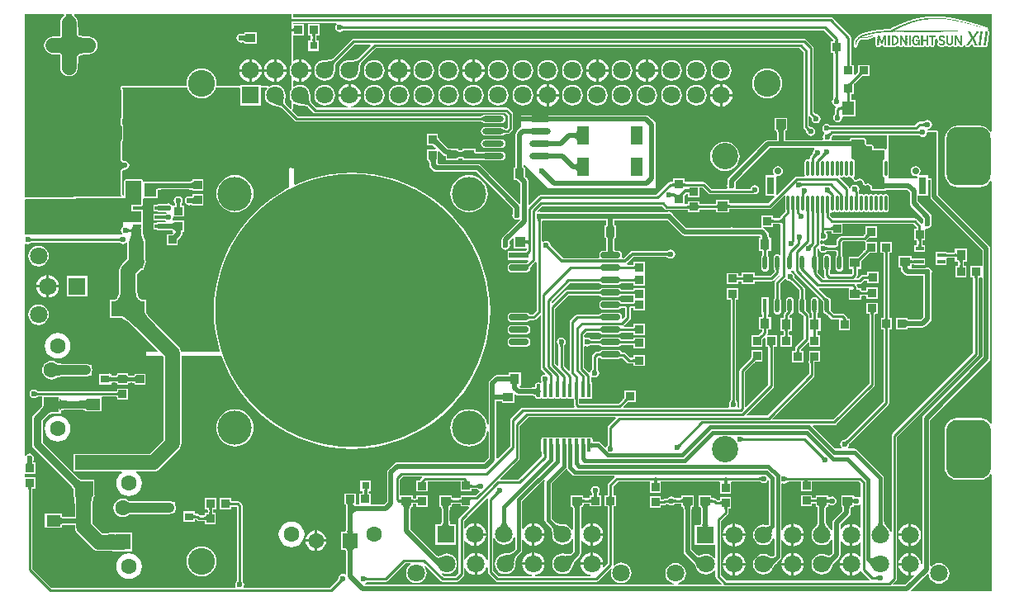
<source format=gtl>
G04*
G04 #@! TF.GenerationSoftware,Altium Limited,Altium Designer,19.0.14 (431)*
G04*
G04 Layer_Physical_Order=1*
G04 Layer_Color=255*
%FSLAX25Y25*%
%MOIN*%
G70*
G01*
G75*
%ADD10C,0.00984*%
%ADD12C,0.01000*%
%ADD15R,0.03347X0.03347*%
%ADD16R,0.03543X0.03937*%
%ADD17R,0.05118X0.07480*%
%ADD18O,0.08661X0.02362*%
%ADD19R,0.03347X0.03347*%
%ADD20R,0.03937X0.03543*%
%ADD21R,0.05512X0.04528*%
%ADD22R,0.03543X0.03150*%
%ADD23R,0.13583X0.06102*%
%ADD24R,0.03347X0.01378*%
%ADD25R,0.32284X0.12992*%
%ADD26R,0.01575X0.05315*%
G04:AMPARAMS|DCode=27|XSize=15.75mil|YSize=53.15mil|CornerRadius=3.94mil|HoleSize=0mil|Usage=FLASHONLY|Rotation=0.000|XOffset=0mil|YOffset=0mil|HoleType=Round|Shape=RoundedRectangle|*
%AMROUNDEDRECTD27*
21,1,0.01575,0.04528,0,0,0.0*
21,1,0.00787,0.05315,0,0,0.0*
1,1,0.00787,0.00394,-0.02264*
1,1,0.00787,-0.00394,-0.02264*
1,1,0.00787,-0.00394,0.02264*
1,1,0.00787,0.00394,0.02264*
%
%ADD27ROUNDEDRECTD27*%
%ADD28R,0.03150X0.07087*%
%ADD29R,0.01181X0.06299*%
%ADD30O,0.01181X0.06299*%
%ADD31R,0.06102X0.13583*%
G04:AMPARAMS|DCode=32|XSize=23.62mil|YSize=78.74mil|CornerRadius=5.91mil|HoleSize=0mil|Usage=FLASHONLY|Rotation=270.000|XOffset=0mil|YOffset=0mil|HoleType=Round|Shape=RoundedRectangle|*
%AMROUNDEDRECTD32*
21,1,0.02362,0.06693,0,0,270.0*
21,1,0.01181,0.07874,0,0,270.0*
1,1,0.01181,-0.03347,-0.00591*
1,1,0.01181,-0.03347,0.00591*
1,1,0.01181,0.03347,0.00591*
1,1,0.01181,0.03347,-0.00591*
%
%ADD32ROUNDEDRECTD32*%
%ADD33R,0.07874X0.02362*%
%ADD34R,0.04528X0.05512*%
%ADD35R,0.07284X0.05906*%
%ADD36R,0.03150X0.03150*%
%ADD37R,0.05118X0.10630*%
%ADD38R,0.01772X0.05709*%
%ADD39O,0.01772X0.05709*%
%ADD79R,0.03937X0.03937*%
%ADD80C,0.01968*%
%ADD81C,0.01181*%
%ADD82C,0.01575*%
%ADD83C,0.02953*%
%ADD84C,0.03937*%
%ADD85C,0.05906*%
G04:AMPARAMS|DCode=86|XSize=177.17mil|YSize=236.22mil|CornerRadius=44.29mil|HoleSize=0mil|Usage=FLASHONLY|Rotation=0.000|XOffset=0mil|YOffset=0mil|HoleType=Round|Shape=RoundedRectangle|*
%AMROUNDEDRECTD86*
21,1,0.17717,0.14764,0,0,0.0*
21,1,0.08858,0.23622,0,0,0.0*
1,1,0.08858,0.04429,-0.07382*
1,1,0.08858,-0.04429,-0.07382*
1,1,0.08858,-0.04429,0.07382*
1,1,0.08858,0.04429,0.07382*
%
%ADD86ROUNDEDRECTD86*%
G04:AMPARAMS|DCode=87|XSize=181.1mil|YSize=236.22mil|CornerRadius=45.28mil|HoleSize=0mil|Usage=FLASHONLY|Rotation=0.000|XOffset=0mil|YOffset=0mil|HoleType=Round|Shape=RoundedRectangle|*
%AMROUNDEDRECTD87*
21,1,0.18110,0.14567,0,0,0.0*
21,1,0.09055,0.23622,0,0,0.0*
1,1,0.09055,0.04528,-0.07284*
1,1,0.09055,-0.04528,-0.07284*
1,1,0.09055,-0.04528,0.07284*
1,1,0.09055,0.04528,0.07284*
%
%ADD87ROUNDEDRECTD87*%
%ADD88R,0.06299X0.06299*%
%ADD89C,0.06299*%
%ADD90R,0.07087X0.07087*%
%ADD91C,0.07087*%
%ADD92C,0.02756*%
%ADD93C,1.10236*%
%ADD94C,0.13780*%
%ADD95R,0.06299X0.06299*%
%ADD96R,0.07087X0.07087*%
%ADD97C,0.10827*%
%ADD98C,0.10630*%
%ADD99C,0.02362*%
G36*
X129849Y230094D02*
X129923Y230037D01*
X130003Y229987D01*
X130088Y229943D01*
X130179Y229907D01*
X130276Y229876D01*
X130378Y229853D01*
X130486Y229836D01*
X130600Y229826D01*
X130719Y229823D01*
Y228839D01*
X130600Y228835D01*
X130486Y228825D01*
X130378Y228808D01*
X130276Y228785D01*
X130179Y228755D01*
X130088Y228718D01*
X130003Y228675D01*
X129923Y228624D01*
X129849Y228568D01*
X129780Y228504D01*
Y230157D01*
X129849Y230094D01*
D02*
G37*
G36*
X110606Y227362D02*
X110596Y227456D01*
X110566Y227539D01*
X110516Y227613D01*
X110446Y227677D01*
X110356Y227731D01*
X110247Y227776D01*
X110117Y227810D01*
X109968Y227835D01*
X109799Y227849D01*
X109609Y227854D01*
Y228839D01*
X109799Y228843D01*
X109968Y228858D01*
X110117Y228883D01*
X110247Y228917D01*
X110356Y228962D01*
X110446Y229016D01*
X110516Y229080D01*
X110566Y229153D01*
X110596Y229237D01*
X110606Y229331D01*
Y227362D01*
D02*
G37*
G36*
X20805Y234589D02*
X20854Y234521D01*
X21007Y234089D01*
X20985Y234004D01*
X21039Y233910D01*
X21046Y233802D01*
X21158Y233703D01*
X21233Y233574D01*
X21756Y233173D01*
X22221Y232566D01*
X22514Y231860D01*
X22619Y231060D01*
Y229439D01*
X22687Y229275D01*
Y227003D01*
X22722Y226918D01*
X22712Y226882D01*
X22723Y226802D01*
X22748Y226619D01*
X22797Y226535D01*
X22800Y226438D01*
X22839Y226352D01*
X22868Y226289D01*
X22937Y226224D01*
X22966Y226134D01*
X23098Y225981D01*
X23169Y225945D01*
X23211Y225877D01*
X23440Y225712D01*
X23500Y225698D01*
X23541Y225652D01*
X23791Y225534D01*
X23884Y225489D01*
X23930Y225487D01*
X23966Y225457D01*
X24426Y225311D01*
X24461Y225314D01*
X24489Y225294D01*
X25063Y225174D01*
X25089Y225180D01*
X25112Y225166D01*
X25795Y225078D01*
X25815Y225083D01*
X25834Y225074D01*
X26601Y225021D01*
X26623Y225020D01*
X26638Y225025D01*
X26654Y225019D01*
X27511Y225001D01*
D01*
X27559Y225000D01*
Y224976D01*
X28317Y224876D01*
X29023Y224583D01*
X29630Y224118D01*
X30095Y223511D01*
X30388Y222805D01*
X30487Y222047D01*
X30388Y221289D01*
X30095Y220583D01*
X29630Y219977D01*
X29023Y219511D01*
X28317Y219219D01*
X27559Y219119D01*
Y219094D01*
X27511Y219093D01*
D01*
X27493Y219093D01*
X26663Y219076D01*
X26639Y219066D01*
X26614Y219073D01*
X25942Y219008D01*
X25122Y218929D01*
X25089Y218911D01*
X25052Y218918D01*
X24489Y218800D01*
X24461Y218780D01*
X24426Y218783D01*
X23973Y218639D01*
X23966Y218637D01*
X23931Y218607D01*
X23884Y218605D01*
X23541Y218442D01*
X23500Y218396D01*
X23440Y218382D01*
X23211Y218217D01*
X23169Y218150D01*
X23098Y218114D01*
X22966Y217960D01*
X22937Y217870D01*
X22868Y217806D01*
X22859Y217787D01*
X22800Y217657D01*
X22797Y217560D01*
X22748Y217475D01*
X22728Y217327D01*
X22712Y217212D01*
X22722Y217176D01*
X22687Y217092D01*
Y214820D01*
X22619Y214656D01*
Y213231D01*
X22514Y212431D01*
X22221Y211725D01*
X21756Y211118D01*
X21149Y210653D01*
X20443Y210360D01*
X19685Y210261D01*
X18927Y210360D01*
X18221Y210653D01*
X17614Y211118D01*
X17149Y211725D01*
X16857Y212431D01*
X16751Y213231D01*
Y214656D01*
X16683Y214820D01*
Y218264D01*
X16618Y218421D01*
X16595Y218590D01*
X16526Y218643D01*
X16493Y218723D01*
X16336Y218788D01*
X16200Y218891D01*
X16190Y218894D01*
X16132Y218910D01*
X16102Y218906D01*
X16077Y218922D01*
X15811Y218968D01*
X15792Y218964D01*
X15775Y218973D01*
X15431Y219014D01*
X15412Y219008D01*
X15395Y219017D01*
X14789Y219054D01*
X14459Y219074D01*
X14444Y219069D01*
X14430Y219075D01*
X13249Y219094D01*
D01*
X13200Y219094D01*
Y219119D01*
X12442Y219219D01*
X11735Y219511D01*
X11129Y219977D01*
X10663Y220583D01*
X10371Y221289D01*
X10271Y222047D01*
X10371Y222805D01*
X10663Y223511D01*
X11129Y224118D01*
X11735Y224583D01*
X12442Y224876D01*
X13200Y224976D01*
Y225000D01*
X13253Y225000D01*
D01*
X13839Y225005D01*
X13856Y225012D01*
X13874Y225006D01*
X15757Y225121D01*
X15792Y225138D01*
X15829Y225130D01*
X16068Y225171D01*
X16077Y225173D01*
X16102Y225189D01*
X16132Y225185D01*
X16190Y225200D01*
X16200Y225203D01*
X16336Y225306D01*
X16493Y225372D01*
X16526Y225452D01*
X16595Y225505D01*
X16618Y225673D01*
X16683Y225831D01*
Y229275D01*
X16751Y229439D01*
Y231060D01*
X16857Y231860D01*
X17149Y232566D01*
X17614Y233173D01*
X18137Y233574D01*
X18212Y233703D01*
X18324Y233802D01*
X18331Y233910D01*
X18385Y234004D01*
X18363Y234089D01*
X18517Y234521D01*
X18565Y234589D01*
X20805D01*
D02*
G37*
G36*
X329877Y223913D02*
X329892Y223744D01*
X329916Y223594D01*
X329951Y223465D01*
X329995Y223355D01*
X330049Y223265D01*
X330113Y223196D01*
X330187Y223146D01*
X330271Y223116D01*
X330364Y223106D01*
X328396D01*
X328489Y223116D01*
X328573Y223146D01*
X328647Y223196D01*
X328711Y223265D01*
X328765Y223355D01*
X328809Y223465D01*
X328843Y223594D01*
X328868Y223744D01*
X328883Y223913D01*
X328888Y224102D01*
X329872D01*
X329877Y223913D01*
D02*
G37*
G36*
X330271Y219797D02*
X330187Y219768D01*
X330113Y219718D01*
X330049Y219648D01*
X329995Y219558D01*
X329951Y219449D01*
X329916Y219319D01*
X329892Y219170D01*
X329877Y219001D01*
X329872Y218811D01*
X328888D01*
X328883Y219001D01*
X328868Y219170D01*
X328843Y219319D01*
X328809Y219449D01*
X328765Y219558D01*
X328711Y219648D01*
X328647Y219718D01*
X328573Y219768D01*
X328489Y219797D01*
X328396Y219808D01*
X330364D01*
X330271Y219797D01*
D02*
G37*
G36*
X334749Y214425D02*
X334764Y214255D01*
X334788Y214106D01*
X334823Y213976D01*
X334867Y213867D01*
X334921Y213777D01*
X334985Y213707D01*
X335059Y213658D01*
X335143Y213628D01*
X335236Y213618D01*
X333268D01*
X333361Y213628D01*
X333445Y213658D01*
X333519Y213707D01*
X333583Y213777D01*
X333637Y213867D01*
X333681Y213976D01*
X333716Y214106D01*
X333740Y214255D01*
X333755Y214425D01*
X333760Y214614D01*
X334744D01*
X334749Y214425D01*
D02*
G37*
G36*
X340085Y210319D02*
X340009Y210374D01*
X339920Y210400D01*
X339816Y210399D01*
X339698Y210370D01*
X339566Y210313D01*
X339420Y210228D01*
X339259Y210116D01*
X339085Y209976D01*
X338693Y209611D01*
X337997Y210307D01*
X338193Y210510D01*
X338502Y210874D01*
X338614Y211034D01*
X338699Y211180D01*
X338756Y211312D01*
X338785Y211430D01*
X338786Y211534D01*
X338759Y211624D01*
X338705Y211699D01*
X340085Y210319D01*
D02*
G37*
G36*
X392070Y234589D02*
Y187581D01*
X391593Y187218D01*
X391569Y187219D01*
X390792Y188233D01*
X389741Y189039D01*
X388518Y189545D01*
X387205Y189718D01*
X378346D01*
X377034Y189545D01*
X375810Y189039D01*
X374760Y188233D01*
X373954Y187182D01*
X373447Y185959D01*
X373274Y184646D01*
Y169882D01*
X373447Y168569D01*
X373954Y167346D01*
X374760Y166295D01*
X375810Y165489D01*
X377034Y164982D01*
X378346Y164809D01*
X387205D01*
X388518Y164982D01*
X389741Y165489D01*
X390792Y166295D01*
X391569Y167309D01*
X391593Y167309D01*
X392070Y166947D01*
X392070Y69470D01*
X391569Y69300D01*
X390960Y70094D01*
X389889Y70916D01*
X388642Y71433D01*
X387303Y71609D01*
X378248D01*
X376909Y71433D01*
X375662Y70916D01*
X374591Y70094D01*
X373769Y69023D01*
X373252Y67776D01*
X373076Y66437D01*
Y51870D01*
X373252Y50532D01*
X373769Y49284D01*
X374591Y48213D01*
X375662Y47391D01*
X376909Y46874D01*
X378248Y46698D01*
X387303D01*
X388642Y46874D01*
X389889Y47391D01*
X390960Y48213D01*
X391569Y49007D01*
X392070Y48837D01*
Y1631D01*
X359687D01*
X359496Y2093D01*
X366129Y8727D01*
X366657Y8547D01*
X366751Y7835D01*
X367168Y6827D01*
X367832Y5962D01*
X368698Y5298D01*
X369706Y4880D01*
X370787Y4738D01*
X371869Y4880D01*
X372877Y5298D01*
X373743Y5962D01*
X374407Y6827D01*
X374824Y7835D01*
X374967Y8917D01*
X374824Y9999D01*
X374407Y11006D01*
X373743Y11872D01*
X372877Y12536D01*
X371869Y12954D01*
X370787Y13096D01*
X369706Y12954D01*
X368698Y12536D01*
X367832Y11872D01*
X367749Y11763D01*
X367275Y11923D01*
Y70896D01*
X391047Y94669D01*
X391398Y95192D01*
X391520Y95811D01*
Y139990D01*
X391398Y140608D01*
X391047Y141132D01*
X370523Y161657D01*
Y177549D01*
X370460Y177862D01*
Y186838D01*
X370411Y186958D01*
Y187087D01*
X370300Y187355D01*
X370209Y187446D01*
X370159Y187566D01*
X370040Y187615D01*
X369949Y187706D01*
X369819D01*
X369700Y187756D01*
X366231D01*
X366167Y187787D01*
X366112Y187863D01*
X366120Y187960D01*
X366384Y188388D01*
X366846Y188480D01*
X367435Y188873D01*
X367829Y189462D01*
X367967Y190157D01*
X367829Y190852D01*
X367435Y191442D01*
X366846Y191835D01*
X366151Y191973D01*
X365456Y191835D01*
X364931Y191484D01*
X364865Y191460D01*
X364819Y191417D01*
X364793Y191397D01*
X364764Y191379D01*
X364730Y191362D01*
X364690Y191345D01*
X364643Y191331D01*
X364587Y191318D01*
X364523Y191308D01*
X364450Y191302D01*
X364350Y191299D01*
X364288Y191271D01*
X363041D01*
X362615Y191186D01*
X362254Y190945D01*
X361005Y189696D01*
X327355D01*
X327293Y189724D01*
X327193Y189727D01*
X327120Y189733D01*
X327056Y189743D01*
X327000Y189756D01*
X326953Y189771D01*
X326913Y189787D01*
X326879Y189804D01*
X326850Y189822D01*
X326824Y189842D01*
X326778Y189885D01*
X326712Y189910D01*
X326187Y190260D01*
X325492Y190399D01*
X324797Y190260D01*
X324208Y189867D01*
X323814Y189278D01*
X323676Y188583D01*
X323814Y187888D01*
X324208Y187299D01*
X324559Y187064D01*
X324580Y186477D01*
X324431Y186378D01*
X324037Y185788D01*
X323899Y185093D01*
X324037Y184398D01*
X324083Y184330D01*
X323847Y183889D01*
X308625D01*
Y186278D01*
X308643Y186319D01*
X308652Y186673D01*
X308678Y186963D01*
X308717Y187203D01*
X308767Y187389D01*
X308820Y187521D01*
X308867Y187598D01*
X308897Y187631D01*
X308912Y187641D01*
X308927Y187647D01*
X309035Y187658D01*
X309097Y187692D01*
X309578D01*
Y188214D01*
X309616Y188304D01*
X309602Y188338D01*
X309612Y188373D01*
X309578Y188435D01*
Y192829D01*
X304441D01*
Y188435D01*
X304408Y188373D01*
X304418Y188338D01*
X304404Y188304D01*
X304441Y188214D01*
Y187692D01*
X304923D01*
X304984Y187658D01*
X305092Y187647D01*
X305108Y187641D01*
X305122Y187631D01*
X305153Y187598D01*
X305200Y187521D01*
X305253Y187389D01*
X305302Y187203D01*
X305342Y186963D01*
X305367Y186673D01*
X305376Y186319D01*
X305395Y186278D01*
Y183889D01*
X301787D01*
X301168Y183766D01*
X300644Y183416D01*
X285866Y168638D01*
X285515Y168114D01*
X285393Y167495D01*
Y166143D01*
X285330Y166049D01*
X285192Y165354D01*
X285323Y164695D01*
X285317Y164583D01*
X285110Y164195D01*
X279041D01*
X276607Y166629D01*
X276243Y166872D01*
X275814Y166957D01*
X275814Y166957D01*
X268488D01*
X268426Y166985D01*
X268254Y166990D01*
X268126Y167001D01*
X268030Y167016D01*
X268021Y167019D01*
Y168316D01*
X263475D01*
Y167019D01*
X263466Y167016D01*
X263370Y167001D01*
X263242Y166990D01*
X263070Y166985D01*
X263008Y166957D01*
X262308D01*
X262308Y166957D01*
X261879Y166872D01*
X261515Y166629D01*
X261515Y166629D01*
X256638Y161751D01*
X210139D01*
X210139Y161751D01*
X209710Y161666D01*
X209346Y161423D01*
X209346Y161423D01*
X205561Y157638D01*
X205099Y157829D01*
Y167166D01*
X204976Y167784D01*
X204763Y168103D01*
X204759Y168155D01*
X204687Y168217D01*
X204653Y168306D01*
X204123Y168872D01*
X203943Y169091D01*
X203848Y169223D01*
Y169569D01*
X203860Y169586D01*
X203848Y169648D01*
Y172091D01*
X203880Y172146D01*
X203868Y172190D01*
X203886Y172232D01*
X203848Y172322D01*
Y172844D01*
X203377D01*
X203322Y172876D01*
X203302Y172879D01*
X203299Y172882D01*
X203259Y172966D01*
X203213Y173108D01*
X203173Y173296D01*
X203123Y173808D01*
X203219Y173898D01*
X203614Y174024D01*
X213071Y164567D01*
X256299D01*
Y191138D01*
X253190Y193898D01*
X210991D01*
X211112Y193767D01*
X211260Y193668D01*
X211427Y193608D01*
X211614Y193588D01*
X207677D01*
X207864Y193608D01*
X208032Y193668D01*
X208179Y193767D01*
X208300Y193898D01*
X202264D01*
Y189041D01*
X202138Y189016D01*
X201614Y188666D01*
X200334Y187387D01*
X199984Y186863D01*
X199861Y186244D01*
Y174256D01*
X199843Y174214D01*
X199835Y173856D01*
X199815Y173557D01*
X199782Y173307D01*
X199740Y173108D01*
X199694Y172966D01*
X199654Y172882D01*
X199651Y172879D01*
X199631Y172876D01*
X199576Y172844D01*
X199105D01*
Y172322D01*
X199067Y172232D01*
X199085Y172190D01*
X199073Y172146D01*
X199105Y172091D01*
Y167707D01*
X200152D01*
X200187Y167702D01*
X200206Y167707D01*
X200265D01*
X200296Y167700D01*
X200415Y167651D01*
X200579Y167560D01*
X200767Y167436D01*
X201570Y166761D01*
X201868Y166471D01*
Y158301D01*
X201859Y158294D01*
X201368Y158121D01*
X185763Y173726D01*
X185239Y174076D01*
X184621Y174199D01*
X168714D01*
X168296Y174624D01*
X168302Y174925D01*
X168342Y175435D01*
X168368Y175605D01*
X168612D01*
Y176125D01*
X168649Y176215D01*
X168613Y176302D01*
X168624Y176396D01*
X168612Y176412D01*
Y179218D01*
X169074Y179410D01*
X170688Y177795D01*
X171213Y177445D01*
X171644Y177359D01*
Y175778D01*
X176028D01*
X176083Y175746D01*
X176127Y175758D01*
X176169Y175741D01*
X176260Y175778D01*
X176781D01*
Y176249D01*
X176813Y176304D01*
X176815Y176324D01*
X176820Y176327D01*
X176903Y176367D01*
X177045Y176413D01*
X177233Y176453D01*
X177685Y176497D01*
X177821Y176488D01*
X178071Y176455D01*
X178270Y176413D01*
X178412Y176367D01*
X178496Y176327D01*
X178499Y176324D01*
X178502Y176304D01*
X178534Y176249D01*
Y175778D01*
X179056D01*
X179146Y175741D01*
X179188Y175758D01*
X179232Y175746D01*
X179287Y175778D01*
X182970D01*
X183062Y175741D01*
X183068Y175743D01*
X183074Y175741D01*
X185043Y175788D01*
X185084Y175806D01*
X185097D01*
X185140Y175788D01*
X185839Y175782D01*
X186642Y175750D01*
X187004Y175716D01*
X187117Y175699D01*
X187187Y175684D01*
X187246Y175665D01*
X187350Y175673D01*
X187447Y175633D01*
X187501Y175655D01*
X187752Y175605D01*
X194051D01*
X194746Y175743D01*
X195335Y176137D01*
X195729Y176726D01*
X195867Y177421D01*
X195729Y178116D01*
X195335Y178705D01*
X194746Y179099D01*
X194051Y179237D01*
X187752D01*
X187501Y179187D01*
X187447Y179210D01*
X187350Y179170D01*
X187246Y179178D01*
X187187Y179159D01*
X187147Y179150D01*
X185496Y179056D01*
X185143Y179055D01*
X185099Y179037D01*
X185085D01*
X185044Y179055D01*
X184689Y179064D01*
X184397Y179090D01*
X184156Y179130D01*
X183969Y179180D01*
X183837Y179234D01*
X183758Y179281D01*
X183723Y179314D01*
X183711Y179331D01*
X183705Y179350D01*
X183692Y179461D01*
X183671Y179500D01*
Y180521D01*
X179287D01*
X179232Y180553D01*
X179188Y180541D01*
X179146Y180559D01*
X179056Y180521D01*
X178534D01*
Y180050D01*
X178502Y179995D01*
X178499Y179975D01*
X178496Y179972D01*
X178412Y179932D01*
X178270Y179886D01*
X178082Y179846D01*
X177630Y179802D01*
X177494Y179811D01*
X177243Y179844D01*
X177045Y179886D01*
X176903Y179932D01*
X176820Y179972D01*
X176815Y179975D01*
X176813Y179995D01*
X176781Y180050D01*
Y180521D01*
X176260D01*
X176169Y180559D01*
X176127Y180541D01*
X176083Y180553D01*
X176028Y180521D01*
X173581D01*
X173425Y180552D01*
X172500D01*
X170624Y182429D01*
X170620Y182444D01*
X170587Y182465D01*
X170570Y182482D01*
X170553Y182525D01*
X170061Y183030D01*
X169277Y183922D01*
X168996Y184290D01*
X168781Y184615D01*
X168637Y184882D01*
X168612Y184949D01*
Y185583D01*
X168629Y185655D01*
X168612Y185683D01*
Y186254D01*
X164065D01*
Y181707D01*
X165600D01*
X165660Y181682D01*
X165713Y181703D01*
X165768Y181690D01*
X165796Y181707D01*
X166517D01*
X166594Y181663D01*
X166873Y181467D01*
X167587Y180858D01*
X167799Y180651D01*
X167597Y180151D01*
X164065D01*
Y176345D01*
X164040Y176300D01*
X164050Y176265D01*
X164036Y176231D01*
X164065Y176161D01*
Y175605D01*
X164576D01*
X164615Y175584D01*
X164726Y175571D01*
X164745Y175565D01*
X164762Y175553D01*
X164794Y175518D01*
X164842Y175439D01*
X164896Y175307D01*
X164946Y175120D01*
X164986Y174879D01*
X165012Y174587D01*
X165021Y174232D01*
X165039Y174191D01*
Y173737D01*
X165162Y173119D01*
X165512Y172595D01*
X166665Y171442D01*
X167189Y171091D01*
X167807Y170969D01*
X183952D01*
X198735Y156185D01*
Y154332D01*
X198673Y154238D01*
X198534Y153543D01*
X198673Y152848D01*
X199066Y152259D01*
X199655Y151866D01*
X200350Y151727D01*
X201045Y151866D01*
X201324Y152052D01*
X201643Y151663D01*
X194724Y144745D01*
X194374Y144220D01*
X194251Y143602D01*
Y142127D01*
X194188Y142034D01*
X194050Y141339D01*
X194188Y140644D01*
X194582Y140055D01*
X195171Y139661D01*
X195866Y139523D01*
X196561Y139661D01*
X197150Y140055D01*
X197544Y140644D01*
X197682Y141339D01*
X197544Y142034D01*
X197481Y142127D01*
Y142933D01*
X198741Y144193D01*
X199203Y144002D01*
Y140148D01*
X204340D01*
X204446Y139692D01*
Y139466D01*
X204243Y139272D01*
X204062Y139119D01*
X204042Y139104D01*
X196644D01*
Y135542D01*
X204917D01*
X205108Y135080D01*
X204737Y134709D01*
X204675Y134686D01*
X204294Y134332D01*
X204152Y134217D01*
X204029Y134131D01*
X204023Y134127D01*
X203736D01*
X203703Y134141D01*
X203671Y134127D01*
X203621D01*
X203600Y134132D01*
X203591Y134127D01*
X197835D01*
X197370Y134035D01*
X196976Y133772D01*
X196713Y133378D01*
X196621Y132913D01*
Y131732D01*
X196713Y131268D01*
X196976Y130874D01*
X197370Y130611D01*
X197835Y130518D01*
X204528D01*
X204992Y130611D01*
X205386Y130874D01*
X205649Y131268D01*
X205741Y131732D01*
Y131977D01*
X205747Y131985D01*
X205741Y132007D01*
Y132057D01*
X205755Y132089D01*
X205741Y132122D01*
Y132408D01*
X205745Y132415D01*
X205826Y132530D01*
X206107Y132861D01*
X206292Y133052D01*
X206317Y133117D01*
X207835Y134635D01*
X208330Y134459D01*
X208335Y134455D01*
Y115028D01*
X206744Y113436D01*
X206179D01*
X206116Y113464D01*
X205914Y113469D01*
X205757Y113480D01*
X205632Y113498D01*
X205557Y113515D01*
X205435Y113698D01*
X205410Y113760D01*
X205388Y113769D01*
X205386Y113772D01*
X205364Y113786D01*
X205349Y113813D01*
X205307Y113825D01*
X204992Y114035D01*
X204528Y114127D01*
X197835D01*
X197370Y114035D01*
X196976Y113772D01*
X196713Y113378D01*
X196621Y112913D01*
Y111732D01*
X196713Y111268D01*
X196976Y110874D01*
X197370Y110611D01*
X197835Y110518D01*
X204528D01*
X204992Y110611D01*
X205307Y110821D01*
X205349Y110833D01*
X205364Y110860D01*
X205386Y110874D01*
X205388Y110877D01*
X205410Y110886D01*
X205435Y110947D01*
X205557Y111131D01*
X205621Y111145D01*
X205924Y111177D01*
X206116Y111181D01*
X206179Y111209D01*
X207205D01*
X207631Y111294D01*
X207992Y111535D01*
X209636Y113179D01*
X210098Y112988D01*
Y91939D01*
X210182Y91513D01*
X210424Y91151D01*
X211905Y89670D01*
X211677Y89191D01*
X211116Y89079D01*
X210527Y88686D01*
X210133Y88096D01*
X209995Y87402D01*
X210133Y86707D01*
X210385Y86329D01*
X210393Y86140D01*
X210370Y86092D01*
X209872Y85877D01*
X209484Y85954D01*
X208697D01*
X208309Y85877D01*
X207980Y85657D01*
X207761Y85329D01*
X207684Y84941D01*
Y84336D01*
X207674Y84317D01*
X207662Y84207D01*
X207656Y84190D01*
X207646Y84175D01*
X207612Y84143D01*
X207534Y84096D01*
X207402Y84042D01*
X207214Y83992D01*
X206972Y83952D01*
X206680Y83926D01*
X206322Y83917D01*
X206281Y83899D01*
X201850D01*
X201416Y84333D01*
X201623Y84833D01*
X201978D01*
Y89970D01*
X197235D01*
Y89017D01*
X192362D01*
X191744Y88894D01*
X191220Y88544D01*
X189448Y86772D01*
X189098Y86248D01*
X188975Y85630D01*
Y80389D01*
Y69246D01*
X188484Y69185D01*
X188056Y70597D01*
X187360Y71898D01*
X186424Y73038D01*
X185284Y73974D01*
X183982Y74670D01*
X182571Y75098D01*
X181102Y75243D01*
X179634Y75098D01*
X178222Y74670D01*
X176921Y73974D01*
X175781Y73038D01*
X174845Y71898D01*
X174149Y70597D01*
X173721Y69185D01*
X173576Y67716D01*
X173721Y66248D01*
X174149Y64837D01*
X174845Y63535D01*
X175781Y62395D01*
X176921Y61459D01*
X178222Y60763D01*
X179634Y60335D01*
X181102Y60190D01*
X182571Y60335D01*
X183982Y60763D01*
X185284Y61459D01*
X186424Y62395D01*
X187360Y63535D01*
X188056Y64837D01*
X188484Y66248D01*
X188975Y66187D01*
Y55432D01*
X187248Y53705D01*
X151972D01*
X151354Y53582D01*
X150830Y53232D01*
X148464Y50866D01*
X148114Y50342D01*
X147991Y49724D01*
Y37775D01*
X146870Y36655D01*
X141935D01*
X141446Y36683D01*
X141446Y37155D01*
Y41230D01*
X140736D01*
X140550Y41609D01*
X140538Y41654D01*
X140550Y41699D01*
X140736Y42077D01*
X141545D01*
Y46427D01*
X137195D01*
Y42077D01*
X138005D01*
X138190Y41699D01*
X138202Y41654D01*
X138190Y41609D01*
X138005Y41230D01*
X136900D01*
X136900Y36683D01*
X136412Y36655D01*
X136094D01*
X136058Y36672D01*
X135723Y36690D01*
X135475Y36734D01*
X135446Y36743D01*
X135359Y37241D01*
X135381Y37295D01*
X135362Y37343D01*
X135374Y37394D01*
X135344Y37443D01*
Y41230D01*
X130798D01*
Y37443D01*
X130768Y37394D01*
X130780Y37343D01*
X130760Y37295D01*
X130798Y37205D01*
Y36683D01*
X131262D01*
X131262Y36683D01*
X131266Y36678D01*
X131303Y36589D01*
X131345Y36439D01*
X131381Y36244D01*
X131431Y35667D01*
X131437Y35315D01*
X131456Y35273D01*
Y35175D01*
X131450Y35167D01*
X131456Y35138D01*
Y34941D01*
X131450Y34912D01*
X131456Y34903D01*
Y27309D01*
X131437Y27268D01*
X131428Y26912D01*
X131403Y26620D01*
X131362Y26379D01*
X131312Y26191D01*
X131258Y26059D01*
X131211Y25980D01*
X131179Y25946D01*
X131163Y25935D01*
X131144Y25928D01*
X131034Y25917D01*
X130994Y25895D01*
X129321D01*
Y18396D01*
X130972D01*
X131034Y18362D01*
X131145Y18350D01*
X131164Y18343D01*
X131181Y18332D01*
X131212Y18298D01*
X131259Y18221D01*
X131313Y18091D01*
X131363Y17905D01*
X131403Y17666D01*
X131428Y17376D01*
X131437Y17022D01*
X131456Y16981D01*
Y8856D01*
X131046Y8573D01*
X130956Y8591D01*
X130271Y8727D01*
X129576Y8589D01*
X128986Y8195D01*
X128593Y7606D01*
X128507Y7173D01*
X128447Y7064D01*
X128440Y7000D01*
X128432Y6961D01*
X128421Y6922D01*
X128405Y6880D01*
X128383Y6835D01*
X128356Y6786D01*
X128321Y6733D01*
X128279Y6678D01*
X128229Y6619D01*
X128159Y6545D01*
X128135Y6481D01*
X124834Y3181D01*
X90480D01*
X90273Y3568D01*
X90267Y3680D01*
X90399Y4340D01*
X90260Y5035D01*
X89910Y5560D01*
X89885Y5626D01*
X89842Y5672D01*
X89823Y5698D01*
X89804Y5727D01*
X89787Y5761D01*
X89771Y5801D01*
X89756Y5848D01*
X89743Y5904D01*
X89733Y5968D01*
X89727Y6041D01*
X89724Y6141D01*
X89696Y6203D01*
Y36220D01*
X89611Y36647D01*
X89370Y37008D01*
X88583Y37795D01*
X88221Y38037D01*
X87795Y38121D01*
X85599D01*
X85536Y38149D01*
X85367Y38154D01*
X85242Y38164D01*
X85148Y38180D01*
X85147Y38180D01*
Y39281D01*
X80601D01*
Y34735D01*
X85147D01*
Y35836D01*
X85148Y35836D01*
X85242Y35851D01*
X85367Y35862D01*
X85536Y35866D01*
X85599Y35894D01*
X87334D01*
X87469Y35759D01*
Y6203D01*
X87441Y6141D01*
X87439Y6041D01*
X87432Y5968D01*
X87422Y5904D01*
X87410Y5848D01*
X87395Y5801D01*
X87379Y5761D01*
X87361Y5727D01*
X87343Y5698D01*
X87323Y5672D01*
X87280Y5626D01*
X87256Y5560D01*
X86905Y5035D01*
X86767Y4340D01*
X86898Y3680D01*
X86892Y3568D01*
X86685Y3181D01*
X12567D01*
X4853Y10895D01*
Y42649D01*
X4881Y42711D01*
X4885Y42878D01*
X4896Y43001D01*
X4911Y43092D01*
X4914Y43101D01*
X6013D01*
Y47647D01*
X1631D01*
Y49203D01*
X6013D01*
Y53750D01*
X5326D01*
X5287Y53771D01*
X5232Y53777D01*
X5208Y53816D01*
X5172Y53905D01*
X5135Y54042D01*
X5105Y54224D01*
X5088Y54425D01*
X5088Y54430D01*
X5091Y54475D01*
X5319Y54817D01*
X5457Y55512D01*
X5319Y56207D01*
X4926Y56796D01*
X4337Y57190D01*
X3641Y57328D01*
X2947Y57190D01*
X2357Y56796D01*
X2131Y56458D01*
X1631Y56609D01*
X1631Y141742D01*
X2131Y142009D01*
X2258Y141925D01*
X2953Y141786D01*
X3648Y141925D01*
X4173Y142275D01*
X4238Y142300D01*
X4284Y142343D01*
X4310Y142362D01*
X4340Y142381D01*
X4374Y142398D01*
X4414Y142414D01*
X4461Y142429D01*
X4516Y142442D01*
X4580Y142452D01*
X4654Y142458D01*
X4753Y142461D01*
X4815Y142489D01*
X39528D01*
X39590Y142461D01*
X39692Y142458D01*
X39769Y142452D01*
X39838Y142443D01*
X39900Y142430D01*
X39954Y142415D01*
X40002Y142398D01*
X40044Y142379D01*
X40080Y142359D01*
X40112Y142338D01*
X40164Y142297D01*
X40284Y142263D01*
X40644Y142023D01*
X41339Y141885D01*
X42033Y142023D01*
X42623Y142416D01*
X42728Y142574D01*
X43224Y142519D01*
X43267Y142481D01*
Y135933D01*
X40970Y133636D01*
X40401Y132894D01*
X40043Y132030D01*
X39920Y131102D01*
Y124751D01*
X39902Y124710D01*
X39873Y123605D01*
X39788Y122644D01*
X39650Y121813D01*
X39462Y121113D01*
X39231Y120548D01*
X38968Y120116D01*
X38680Y119805D01*
X38368Y119597D01*
X38015Y119472D01*
X37530Y119421D01*
X37490Y119399D01*
X36113D01*
Y112097D01*
X38327D01*
X38357Y112093D01*
X38372Y112097D01*
X40389D01*
X40753Y111990D01*
X41497Y111666D01*
X41740Y111529D01*
D01*
X42303Y111212D01*
X43160Y110631D01*
X44680Y109371D01*
X45066Y109051D01*
X46093Y108065D01*
X46105Y108060D01*
X46110Y108049D01*
X46149Y108036D01*
X55297Y98887D01*
X55106Y98425D01*
X50631D01*
Y96653D01*
X57531D01*
X57834Y96350D01*
Y62803D01*
X52256Y57225D01*
X25591D01*
X25358Y57195D01*
X21447D01*
Y50582D01*
X21447Y50167D01*
X21038Y49869D01*
X9007Y61901D01*
Y70580D01*
X9884Y71457D01*
X9903Y71464D01*
X11054Y72533D01*
X11541Y72922D01*
X11980Y73228D01*
X12309Y73416D01*
X13546D01*
X13637Y73378D01*
X13686Y73399D01*
X13738Y73386D01*
X13786Y73416D01*
X16348D01*
Y74104D01*
X16370Y74144D01*
X16391Y74348D01*
X16428Y74450D01*
X16488Y74541D01*
X16592Y74637D01*
X16758Y74738D01*
X16999Y74836D01*
X17314Y74921D01*
X17703Y74985D01*
X18162Y75025D01*
X18706Y75040D01*
X18725Y75048D01*
X23793D01*
X23812Y75040D01*
X24856Y75009D01*
X25263Y74974D01*
X25607Y74925D01*
X25878Y74867D01*
X26068Y74806D01*
X26165Y74758D01*
X26172Y74749D01*
Y74302D01*
X26693D01*
X26784Y74264D01*
X26845Y74290D01*
X26911Y74277D01*
X26948Y74302D01*
X32884D01*
Y80029D01*
X33274Y80294D01*
X38515D01*
X38578Y80266D01*
X38747Y80261D01*
X38872Y80250D01*
X38966Y80235D01*
X38967Y80235D01*
Y78999D01*
X43513D01*
Y83545D01*
X38967D01*
Y82579D01*
X38966Y82579D01*
X38872Y82564D01*
X38747Y82553D01*
X38578Y82548D01*
X38515Y82521D01*
X7302D01*
X7240Y82548D01*
X7140Y82551D01*
X7067Y82558D01*
X7003Y82568D01*
X6948Y82580D01*
X6900Y82595D01*
X6860Y82611D01*
X6826Y82629D01*
X6797Y82647D01*
X6771Y82667D01*
X6725Y82710D01*
X6659Y82734D01*
X6134Y83085D01*
X5439Y83223D01*
X4744Y83085D01*
X4155Y82691D01*
X3762Y82102D01*
X3623Y81407D01*
X3762Y80712D01*
X4155Y80123D01*
X4744Y79729D01*
X5439Y79591D01*
X6134Y79729D01*
X6659Y80080D01*
X6725Y80105D01*
X6771Y80147D01*
X6797Y80167D01*
X6826Y80186D01*
X6860Y80203D01*
X6900Y80219D01*
X6948Y80234D01*
X7003Y80247D01*
X7067Y80256D01*
X7140Y80263D01*
X7240Y80266D01*
X7302Y80294D01*
X8849D01*
Y78353D01*
X8819Y78305D01*
X8832Y78253D01*
X8811Y78204D01*
X8849Y78113D01*
Y76876D01*
X8661Y76546D01*
X8361Y76115D01*
X7476Y75069D01*
X6906Y74479D01*
X6898Y74459D01*
X5393Y72954D01*
X4934Y72267D01*
X4773Y71457D01*
Y61024D01*
X4934Y60214D01*
X5393Y59527D01*
X19488Y45431D01*
X19495Y45413D01*
X20543Y44283D01*
X20926Y43803D01*
X21228Y43368D01*
X21446Y42989D01*
X21447Y42985D01*
Y41704D01*
X21423Y41633D01*
X21446Y41586D01*
X21438Y41535D01*
X21447Y41522D01*
Y40358D01*
X21410Y40268D01*
X21447Y40178D01*
X21437Y40081D01*
X21447Y39656D01*
X21629D01*
Y39656D01*
X21629D01*
X21739Y39189D01*
X21983Y35462D01*
X21988Y34359D01*
X22007Y34314D01*
Y31733D01*
X18058D01*
X18017Y31752D01*
X17660Y31761D01*
X17368Y31787D01*
X17127Y31826D01*
X16939Y31877D01*
X16807Y31931D01*
X16729Y31978D01*
X16694Y32010D01*
X16683Y32026D01*
X16677Y32045D01*
X16665Y32155D01*
X16643Y32195D01*
Y32982D01*
X9932D01*
Y27254D01*
X16643D01*
Y28041D01*
X16665Y28081D01*
X16677Y28192D01*
X16683Y28210D01*
X16694Y28226D01*
X16729Y28258D01*
X16807Y28306D01*
X16939Y28359D01*
X17127Y28410D01*
X17368Y28450D01*
X17660Y28475D01*
X18017Y28485D01*
X18058Y28503D01*
X22007D01*
Y27677D01*
X22129Y26749D01*
X22487Y25885D01*
X23057Y25143D01*
X29178Y19021D01*
X29920Y18452D01*
X30785Y18094D01*
X31712Y17972D01*
X32248D01*
X32292Y17953D01*
X36714Y17931D01*
X37589Y17908D01*
Y17904D01*
X37723D01*
X37929Y17898D01*
X38088Y17885D01*
X38126Y17897D01*
X38201Y17866D01*
X38291Y17904D01*
X45088D01*
Y25403D01*
X38291D01*
X38201Y25441D01*
X38186Y25434D01*
X38170Y25440D01*
X33136Y25198D01*
X29174Y29161D01*
Y34313D01*
X29193Y34358D01*
X29200Y35471D01*
X29262Y37335D01*
X29382Y38712D01*
X29460Y39195D01*
X29544Y39540D01*
X29589Y39656D01*
X29930D01*
Y40178D01*
X29968Y40268D01*
X29930Y40358D01*
Y46761D01*
X26042D01*
X25999Y46784D01*
X25946Y46768D01*
X25894Y46785D01*
X25846Y46761D01*
X24578D01*
X24322Y46908D01*
X23886Y47214D01*
X22820Y48120D01*
X22215Y48704D01*
X22195Y48712D01*
X22159Y48748D01*
X22154Y48756D01*
X22150Y48757D01*
X21227Y49680D01*
X21526Y50089D01*
X21914Y50089D01*
X25358D01*
X25591Y50058D01*
X40808D01*
X40977Y49558D01*
X40162Y48933D01*
X39340Y47861D01*
X38823Y46614D01*
X38647Y45276D01*
X38823Y43937D01*
X39340Y42690D01*
X40162Y41619D01*
X41233Y40797D01*
X42480Y40280D01*
X43819Y40104D01*
X45158Y40280D01*
X46405Y40797D01*
X47476Y41619D01*
X48298Y42690D01*
X48814Y43937D01*
X48991Y45276D01*
X48814Y46614D01*
X48298Y47861D01*
X47476Y48933D01*
X46661Y49558D01*
X46830Y50058D01*
X53740D01*
X54668Y50180D01*
X55532Y50538D01*
X56274Y51108D01*
X63951Y58785D01*
X64521Y59527D01*
X64879Y60391D01*
X65001Y61319D01*
Y96653D01*
X81223D01*
X82342Y93622D01*
X84175Y89646D01*
X86314Y85826D01*
X88747Y82185D01*
X91457Y78747D01*
X94429Y75532D01*
X97644Y72559D01*
X101083Y69849D01*
X104723Y67416D01*
X108543Y65277D01*
X112520Y63444D01*
X116627Y61929D01*
X120841Y60740D01*
X125135Y59886D01*
X129483Y59371D01*
X133858Y59200D01*
X138233Y59371D01*
X142581Y59886D01*
X146876Y60740D01*
X151090Y61929D01*
X155197Y63444D01*
X159173Y65277D01*
X162993Y67416D01*
X166634Y69849D01*
X170072Y72559D01*
X173287Y75532D01*
X176259Y78747D01*
X178970Y82185D01*
X181403Y85826D01*
X183542Y89646D01*
X185375Y93622D01*
X186890Y97729D01*
X188079Y101943D01*
X188933Y106238D01*
X189448Y110586D01*
X189619Y114961D01*
X189448Y119335D01*
X188933Y123684D01*
X188079Y127978D01*
X186890Y132192D01*
X185375Y136299D01*
X183542Y140276D01*
X181403Y144096D01*
X178970Y147736D01*
X176259Y151174D01*
X173287Y154390D01*
X170072Y157362D01*
X166634Y160072D01*
X162993Y162505D01*
X159173Y164644D01*
X155197Y166477D01*
X151090Y167992D01*
X146876Y169181D01*
X142581Y170035D01*
X138233Y170550D01*
X133858Y170722D01*
X129483Y170550D01*
X125135Y170035D01*
X120841Y169181D01*
X116627Y167992D01*
X112520Y166477D01*
X111047Y165798D01*
X110547Y166118D01*
Y172539D01*
X108651Y172628D01*
X108543Y172521D01*
X108543Y172169D01*
Y164644D01*
X107281Y163937D01*
X104723Y162505D01*
X101083Y160072D01*
X97644Y157362D01*
X94429Y154390D01*
X91457Y151174D01*
X88747Y147736D01*
X86314Y144096D01*
X84175Y140276D01*
X82342Y136299D01*
X80826Y132192D01*
X79638Y127978D01*
X78784Y123684D01*
X78269Y119335D01*
X78097Y114961D01*
X78269Y110586D01*
X78784Y106238D01*
X79638Y101943D01*
X80518Y98824D01*
X80216Y98425D01*
X80111D01*
X80111Y98425D01*
X64923D01*
X64879Y98762D01*
X64521Y99626D01*
X63951Y100368D01*
X54949Y109371D01*
X54933Y109413D01*
X52475Y112036D01*
X51573Y113140D01*
X50895Y114091D01*
Y117148D01*
X50899Y117153D01*
X50895Y117180D01*
Y119399D01*
X49518D01*
X49478Y119421D01*
X48993Y119472D01*
X48640Y119597D01*
X48328Y119805D01*
X48040Y120116D01*
X47776Y120548D01*
X47546Y121113D01*
X47358Y121813D01*
X47219Y122644D01*
X47135Y123605D01*
X47106Y124710D01*
X47087Y124751D01*
Y129618D01*
X48759Y131290D01*
X49911D01*
Y132542D01*
X50151Y132854D01*
X50508Y133718D01*
X50631Y134646D01*
X50508Y135573D01*
X50434Y135754D01*
Y142520D01*
X50312Y143447D01*
X49954Y144311D01*
X49784Y144532D01*
X49772Y144621D01*
X49724Y144703D01*
X49714Y144727D01*
Y145173D01*
X49752Y145264D01*
X49714Y145354D01*
Y145876D01*
X49555D01*
X49472Y147124D01*
X49468Y147538D01*
X49468Y147544D01*
X49468Y147544D01*
Y147544D01*
X49428Y147640D01*
X49353Y148210D01*
X49342Y148236D01*
X49321Y148288D01*
D01*
Y150240D01*
X49394Y150270D01*
X49584Y150729D01*
Y155207D01*
X49394Y155666D01*
X48935Y155857D01*
X45423D01*
Y157136D01*
X48935D01*
X49394Y157326D01*
X49584Y157785D01*
Y159875D01*
X49725Y160317D01*
X50084Y160317D01*
X55452D01*
Y163472D01*
X55474Y163512D01*
X55486Y163623D01*
X55493Y163641D01*
X55504Y163659D01*
X55539Y163691D01*
X55618Y163739D01*
X55750Y163793D01*
X55938Y163843D01*
X56178Y163883D01*
X56470Y163908D01*
X56826Y163918D01*
X56866Y163936D01*
X67973D01*
X68015Y163918D01*
X68374Y163913D01*
X68966Y163877D01*
X69178Y163849D01*
X69344Y163816D01*
X69380Y163805D01*
Y163475D01*
X69902D01*
X69992Y163437D01*
X70059Y163465D01*
X70129Y163452D01*
X70162Y163475D01*
X73927D01*
Y168021D01*
X70127D01*
X70069Y168054D01*
X70030Y168043D01*
X69992Y168059D01*
X69902Y168021D01*
X69380D01*
Y167544D01*
X69347Y167486D01*
X69339Y167412D01*
X69313Y167391D01*
X69233Y167348D01*
X69097Y167298D01*
X68904Y167252D01*
X68660Y167216D01*
X68365Y167193D01*
X68009Y167185D01*
X67967Y167166D01*
X56853D01*
X56809Y167185D01*
X56805Y167183D01*
X56802Y167185D01*
X55798Y167174D01*
X55785Y167169D01*
X55773Y167173D01*
X55632Y167166D01*
X51476D01*
X50858Y167043D01*
X50836Y167029D01*
X50046D01*
X49843Y167106D01*
X49535Y167450D01*
Y167453D01*
X49448Y167662D01*
X49357Y167753D01*
X49307Y167872D01*
X49188Y167922D01*
X49097Y168013D01*
X48967D01*
X48848Y168063D01*
X42450D01*
X41991Y167872D01*
X41801Y167413D01*
Y161462D01*
X41740Y161436D01*
X41240Y161770D01*
X41240Y167601D01*
Y171448D01*
D01*
Y171540D01*
X41315Y171593D01*
X41315Y171593D01*
X41639Y171819D01*
D01*
X41740Y171890D01*
X41853Y171867D01*
D01*
X42161Y171806D01*
X42856Y171944D01*
X43446Y172338D01*
X43839Y172927D01*
X43977Y173622D01*
X43839Y174317D01*
X43446Y174906D01*
X42856Y175300D01*
X42161Y175438D01*
X41860Y175378D01*
D01*
X41740Y175354D01*
X41639Y175425D01*
D01*
X41315Y175651D01*
D01*
X41240Y175704D01*
Y175796D01*
D01*
Y178407D01*
Y183258D01*
X41545D01*
Y189970D01*
X41240D01*
Y191160D01*
X41240Y191993D01*
D01*
Y192471D01*
X41580D01*
D01*
Y204301D01*
X41240D01*
Y204430D01*
D01*
Y205079D01*
D01*
Y205209D01*
X41369D01*
D01*
X66797Y205209D01*
X66822Y205212D01*
X66829Y205210D01*
X66831Y205209D01*
X67296D01*
X67365Y204980D01*
X67547Y204381D01*
X68106Y203336D01*
X68857Y202420D01*
X69773Y201669D01*
X70818Y201110D01*
X71951Y200766D01*
X73130Y200650D01*
X74309Y200766D01*
X75442Y201110D01*
X76487Y201669D01*
X77403Y202420D01*
X78154Y203336D01*
X78712Y204381D01*
X78894Y204980D01*
X78964Y205209D01*
X79429D01*
X79431Y205210D01*
X79438Y205212D01*
X79462Y205209D01*
X88397Y205209D01*
X88750Y204855D01*
Y204812D01*
Y197825D01*
X97037D01*
Y204809D01*
Y205209D01*
X99528Y205209D01*
X99774Y204709D01*
X99622Y204511D01*
X99274Y204058D01*
X98857Y203050D01*
X98715Y201969D01*
X98857Y200887D01*
X99274Y199879D01*
X99939Y199013D01*
X100804Y198349D01*
X101812Y197932D01*
X102067Y197898D01*
X102154Y197842D01*
X102155Y197842D01*
X102155Y197841D01*
X102726Y197735D01*
X103718Y197516D01*
X104511Y197293D01*
X104820Y197185D01*
X105078Y197078D01*
X105279Y196977D01*
X105418Y196889D01*
X105540Y196787D01*
X105592Y196770D01*
X110728Y191634D01*
X111090Y191393D01*
X111516Y191308D01*
X185630D01*
X185695Y191280D01*
X185950Y191275D01*
X186159Y191263D01*
X186333Y191243D01*
X186406Y191229D01*
X186468Y191137D01*
X186651Y191015D01*
X186662Y190987D01*
X186711Y190967D01*
X186738Y190923D01*
X186818Y190903D01*
X187057Y190744D01*
X187752Y190605D01*
X194051D01*
X194746Y190744D01*
X195335Y191137D01*
X195729Y191726D01*
X195867Y192421D01*
X195729Y193116D01*
X195335Y193705D01*
X194746Y194099D01*
X194051Y194237D01*
X187752D01*
X187057Y194099D01*
X186818Y193940D01*
X186738Y193920D01*
X186711Y193875D01*
X186662Y193855D01*
X186651Y193828D01*
X186468Y193705D01*
X186406Y193613D01*
X186342Y193601D01*
X185942Y193567D01*
X185695Y193563D01*
X185630Y193535D01*
X111977D01*
X109766Y195746D01*
X109908Y196257D01*
X109958Y196376D01*
X110049Y196468D01*
Y196597D01*
X110098Y196716D01*
Y198326D01*
X110547Y198547D01*
X110804Y198349D01*
X111812Y197932D01*
X112893Y197790D01*
X112926Y197776D01*
X113445Y197773D01*
X114362Y197719D01*
X114741Y197671D01*
X115081Y197607D01*
X115375Y197532D01*
X115620Y197447D01*
X115816Y197356D01*
X115964Y197264D01*
X116111Y197140D01*
X116164Y197123D01*
X118209Y195079D01*
X118570Y194837D01*
X118996Y194753D01*
X195779D01*
X196721Y193810D01*
Y189064D01*
X196192Y188535D01*
X196173D01*
X196109Y188563D01*
X195853Y188567D01*
X195644Y188580D01*
X195470Y188600D01*
X195397Y188613D01*
X195335Y188705D01*
X195152Y188828D01*
X195141Y188855D01*
X195093Y188875D01*
X195065Y188920D01*
X194985Y188940D01*
X194746Y189099D01*
X194051Y189237D01*
X187752D01*
X187057Y189099D01*
X186468Y188705D01*
X186074Y188116D01*
X185936Y187421D01*
X186074Y186726D01*
X186468Y186137D01*
X187057Y185743D01*
X187752Y185605D01*
X194051D01*
X194746Y185743D01*
X194985Y185903D01*
X195065Y185923D01*
X195093Y185967D01*
X195141Y185987D01*
X195152Y186015D01*
X195335Y186137D01*
X195397Y186229D01*
X195462Y186241D01*
X195861Y186275D01*
X196109Y186280D01*
X196173Y186308D01*
X196653D01*
X197080Y186392D01*
X197441Y186634D01*
X198622Y187815D01*
X198863Y188176D01*
X198948Y188602D01*
Y194272D01*
X198863Y194698D01*
X198622Y195059D01*
X197028Y196653D01*
X196666Y196895D01*
X196240Y196980D01*
X133638D01*
X133605Y197480D01*
X134080Y197542D01*
X135185Y198000D01*
X136134Y198728D01*
X136862Y199677D01*
X137320Y200782D01*
X137410Y201468D01*
X128377D01*
X128467Y200782D01*
X128925Y199677D01*
X129653Y198728D01*
X130602Y198000D01*
X131708Y197542D01*
X132182Y197480D01*
X132150Y196980D01*
X119457D01*
X117739Y198698D01*
X117722Y198752D01*
X117598Y198898D01*
X117506Y199046D01*
X117415Y199243D01*
X117330Y199488D01*
X117255Y199781D01*
X117192Y200121D01*
X117143Y200500D01*
X117089Y201417D01*
X117086Y201937D01*
X117073Y201969D01*
X116930Y203050D01*
X116513Y204058D01*
X115849Y204924D01*
X114983Y205588D01*
X113975Y206005D01*
X112894Y206148D01*
X111812Y206005D01*
X110804Y205588D01*
X110547Y205390D01*
X110098Y205611D01*
Y207822D01*
X110547Y208043D01*
X110602Y208000D01*
X111708Y207542D01*
X112394Y207452D01*
Y211968D01*
Y216485D01*
X111708Y216395D01*
X110602Y215937D01*
X110547Y215894D01*
X110098Y216115D01*
Y226073D01*
X114528D01*
Y230620D01*
X110098D01*
Y231170D01*
X127584D01*
X127735Y230670D01*
X127653Y230615D01*
X127259Y230026D01*
X127121Y229331D01*
X127259Y228636D01*
X127653Y228047D01*
X128242Y227653D01*
X128937Y227515D01*
X129632Y227653D01*
X130157Y228004D01*
X130222Y228028D01*
X130269Y228071D01*
X130295Y228091D01*
X130324Y228109D01*
X130358Y228127D01*
X130398Y228143D01*
X130445Y228157D01*
X130501Y228170D01*
X130565Y228180D01*
X130638Y228187D01*
X130737Y228189D01*
X130800Y228217D01*
X324329D01*
X328266Y224280D01*
Y224182D01*
X328239Y224119D01*
X328234Y223950D01*
X328223Y223825D01*
X328208Y223731D01*
X328208Y223730D01*
X327156D01*
Y219183D01*
X328208D01*
X328208Y219183D01*
X328223Y219089D01*
X328234Y218964D01*
X328239Y218794D01*
X328266Y218732D01*
Y201174D01*
X328239Y201112D01*
X328236Y201012D01*
X328229Y200939D01*
X328219Y200875D01*
X328207Y200819D01*
X328192Y200772D01*
X328176Y200732D01*
X328158Y200698D01*
X328140Y200669D01*
X328120Y200643D01*
X328077Y200596D01*
X328053Y200531D01*
X327702Y200006D01*
X327564Y199311D01*
X327702Y198616D01*
X328096Y198027D01*
X328685Y197633D01*
X329041Y197563D01*
X329205Y197020D01*
X329134Y196949D01*
X328892Y196588D01*
X328808Y196161D01*
Y194776D01*
X328780Y194714D01*
X328777Y194614D01*
X328771Y194541D01*
X328761Y194477D01*
X328748Y194422D01*
X328733Y194374D01*
X328717Y194334D01*
X328700Y194300D01*
X328681Y194271D01*
X328661Y194245D01*
X328619Y194199D01*
X328594Y194133D01*
X328243Y193608D01*
X328105Y192913D01*
X328243Y192218D01*
X328637Y191629D01*
X329226Y191236D01*
X329921Y191097D01*
X330616Y191236D01*
X331205Y191629D01*
X331599Y192218D01*
X331737Y192913D01*
X331698Y193108D01*
X332016Y193494D01*
X337116D01*
Y200206D01*
X335424D01*
X335424Y200207D01*
X335409Y200301D01*
X335398Y200426D01*
X335393Y200595D01*
X335366Y200658D01*
Y201999D01*
X335393Y202062D01*
X335398Y202232D01*
X335409Y202357D01*
X335424Y202450D01*
X335424Y202451D01*
X336525D01*
Y206284D01*
X336562Y206367D01*
X336564Y206434D01*
X336568Y206476D01*
X336574Y206511D01*
X336580Y206540D01*
X336587Y206562D01*
X336594Y206580D01*
X336601Y206593D01*
X336608Y206604D01*
X336615Y206613D01*
X336643Y206643D01*
X336665Y206704D01*
X339073Y209113D01*
X339135Y209136D01*
X339510Y209484D01*
X339650Y209597D01*
X339770Y209681D01*
X339795Y209695D01*
X340024D01*
X340085Y209670D01*
X340136Y209691D01*
X340189Y209678D01*
X340216Y209695D01*
X342628D01*
Y214242D01*
X338081D01*
Y211830D01*
X338064Y211803D01*
X338076Y211750D01*
X338056Y211699D01*
X338081Y211638D01*
Y211409D01*
X338067Y211384D01*
X337987Y211271D01*
X337712Y210946D01*
X337530Y210759D01*
X337504Y210693D01*
X336987Y210176D01*
X336525Y210367D01*
Y214242D01*
X335424D01*
X335424Y214242D01*
X335409Y214336D01*
X335398Y214461D01*
X335393Y214631D01*
X335366Y214693D01*
Y225197D01*
X335366Y225197D01*
X335281Y225623D01*
X335039Y225984D01*
X335039Y225984D01*
X327953Y233071D01*
X327591Y233312D01*
X327165Y233397D01*
X110098D01*
Y234589D01*
X392070Y234589D01*
D02*
G37*
G36*
X336116Y207030D02*
X336073Y206974D01*
X336036Y206914D01*
X336003Y206850D01*
X335976Y206783D01*
X335953Y206711D01*
X335936Y206635D01*
X335923Y206556D01*
X335916Y206473D01*
X335913Y206386D01*
X333380Y206374D01*
X333517Y206381D01*
X333655Y206403D01*
X333793Y206439D01*
X333932Y206488D01*
X334071Y206552D01*
X334210Y206630D01*
X334350Y206722D01*
X334490Y206828D01*
X334631Y206948D01*
X334771Y207082D01*
X336163D01*
X336116Y207030D01*
D02*
G37*
G36*
X335143Y203065D02*
X335059Y203035D01*
X334985Y202986D01*
X334921Y202916D01*
X334867Y202826D01*
X334823Y202716D01*
X334788Y202587D01*
X334764Y202438D01*
X334749Y202268D01*
X334744Y202079D01*
X333760D01*
X333755Y202268D01*
X333740Y202438D01*
X333716Y202587D01*
X333681Y202716D01*
X333637Y202826D01*
X333583Y202916D01*
X333519Y202986D01*
X333445Y203035D01*
X333361Y203065D01*
X333268Y203075D01*
X335236D01*
X335143Y203065D01*
D02*
G37*
G36*
X329875Y200974D02*
X329885Y200860D01*
X329902Y200752D01*
X329926Y200650D01*
X329956Y200553D01*
X329993Y200462D01*
X330036Y200377D01*
X330086Y200297D01*
X330143Y200223D01*
X330207Y200154D01*
X328553D01*
X328617Y200223D01*
X328674Y200297D01*
X328724Y200377D01*
X328767Y200462D01*
X328804Y200553D01*
X328834Y200650D01*
X328858Y200752D01*
X328874Y200860D01*
X328884Y200974D01*
X328888Y201093D01*
X329872D01*
X329875Y200974D01*
D02*
G37*
G36*
X334749Y200389D02*
X334764Y200220D01*
X334788Y200071D01*
X334823Y199941D01*
X334867Y199831D01*
X334921Y199742D01*
X334985Y199672D01*
X335059Y199622D01*
X335143Y199592D01*
X335236Y199582D01*
X333268D01*
X333361Y199592D01*
X333445Y199622D01*
X333519Y199672D01*
X333583Y199742D01*
X333637Y199831D01*
X333681Y199941D01*
X333716Y200071D01*
X333740Y200220D01*
X333755Y200389D01*
X333760Y200578D01*
X334744D01*
X334749Y200389D01*
D02*
G37*
G36*
X116440Y201396D02*
X116496Y200440D01*
X116550Y200021D01*
X116620Y199641D01*
X116708Y199300D01*
X116812Y198999D01*
X116933Y198738D01*
X117071Y198515D01*
X117226Y198332D01*
X116530Y197636D01*
X116347Y197791D01*
X116125Y197929D01*
X115863Y198050D01*
X115562Y198155D01*
X115221Y198242D01*
X114842Y198312D01*
X114423Y198366D01*
X113466Y198423D01*
X112929Y198425D01*
X116437Y201933D01*
X116440Y201396D01*
D02*
G37*
G36*
X106284Y200792D02*
X106197Y199914D01*
X106196Y199522D01*
X106224Y199163D01*
X106280Y198836D01*
X106364Y198541D01*
X106476Y198278D01*
X106616Y198047D01*
X106785Y197848D01*
X105957Y197284D01*
X105802Y197415D01*
X105599Y197543D01*
X105349Y197668D01*
X105052Y197792D01*
X104707Y197912D01*
X103876Y198147D01*
X102855Y198371D01*
X102274Y198480D01*
X106369Y201279D01*
X106284Y200792D01*
D02*
G37*
G36*
X17572Y234589D02*
X17742Y234089D01*
X17151Y233636D01*
X16582Y232894D01*
X16224Y232030D01*
X16102Y231102D01*
Y229439D01*
X16034D01*
Y225831D01*
X15965Y225813D01*
X15717Y225769D01*
X13834Y225654D01*
X13195Y225649D01*
X13128Y225621D01*
X12272Y225509D01*
X11408Y225151D01*
X10666Y224581D01*
X10096Y223839D01*
X9738Y222975D01*
X9616Y222047D01*
X9738Y221120D01*
X10096Y220255D01*
X10666Y219513D01*
X11408Y218944D01*
X12272Y218586D01*
X13123Y218474D01*
X13189Y218445D01*
X14420Y218426D01*
X15355Y218368D01*
X15700Y218328D01*
X15965Y218282D01*
X16034Y218264D01*
Y214656D01*
X16102D01*
Y213189D01*
X16224Y212262D01*
X16582Y211397D01*
X17151Y210655D01*
X17893Y210086D01*
X18758Y209728D01*
X19685Y209606D01*
X20613Y209728D01*
X21477Y210086D01*
X22219Y210655D01*
X22788Y211397D01*
X23146Y212262D01*
X23268Y213189D01*
Y214656D01*
X23336D01*
Y217092D01*
X23356Y217125D01*
X23391Y217388D01*
X23459Y217537D01*
X23591Y217691D01*
X23820Y217856D01*
X24163Y218018D01*
X24622Y218164D01*
X25185Y218282D01*
X26676Y218427D01*
X27572Y218445D01*
X27639Y218474D01*
X28486Y218586D01*
X29351Y218944D01*
X30093Y219513D01*
X30662Y220255D01*
X31020Y221120D01*
X31143Y222047D01*
X31020Y222975D01*
X30662Y223839D01*
X30093Y224581D01*
X29351Y225151D01*
X28486Y225509D01*
X27639Y225620D01*
X27572Y225649D01*
X26667Y225668D01*
X25878Y225722D01*
X25195Y225810D01*
X24622Y225930D01*
X24163Y226076D01*
X23820Y226239D01*
X23591Y226404D01*
X23459Y226557D01*
X23391Y226706D01*
X23356Y226969D01*
X23336Y227003D01*
Y229439D01*
X23268D01*
Y231102D01*
X23146Y232030D01*
X22788Y232894D01*
X22219Y233636D01*
X21629Y234089D01*
X21798Y234589D01*
X109449Y234589D01*
Y214285D01*
X109274Y214058D01*
X108857Y213050D01*
X108715Y211968D01*
X108857Y210887D01*
X109274Y209879D01*
X109449Y209652D01*
Y204285D01*
X109274Y204058D01*
X108857Y203050D01*
X108715Y201969D01*
X108857Y200887D01*
X109274Y199879D01*
X109449Y199652D01*
Y196716D01*
X108987Y196525D01*
X107328Y198184D01*
X107322Y198213D01*
X107292Y198233D01*
X107281Y198268D01*
X107145Y198428D01*
X107055Y198575D01*
X106977Y198758D01*
X106914Y198980D01*
X106869Y199243D01*
X106846Y199546D01*
X106847Y199881D01*
X106928Y200704D01*
X107009Y201167D01*
X106983Y201285D01*
X107073Y201969D01*
X106930Y203050D01*
X106513Y204058D01*
X105849Y204924D01*
X104983Y205588D01*
X103975Y206005D01*
X102894Y206148D01*
X101812Y206005D01*
X100804Y205588D01*
X100551Y205394D01*
X100124Y205493D01*
X100011Y205609D01*
X99987Y205668D01*
X99849Y205726D01*
X99736Y205824D01*
X99628Y205817D01*
X99528Y205858D01*
X97290Y205858D01*
X97037Y206112D01*
Y206112D01*
X88750D01*
Y206112D01*
X88355Y205858D01*
X79462Y205858D01*
X79127Y206229D01*
X79172Y206693D01*
X79056Y207872D01*
X78712Y209005D01*
X78154Y210050D01*
X77403Y210966D01*
X76487Y211717D01*
X75442Y212275D01*
X74309Y212619D01*
X73130Y212735D01*
X71951Y212619D01*
X70818Y212275D01*
X69773Y211717D01*
X68857Y210966D01*
X68106Y210050D01*
X67547Y209005D01*
X67203Y207872D01*
X67087Y206693D01*
X67133Y206229D01*
X66797Y205858D01*
X41240Y205858D01*
X40780Y205668D01*
X40590Y205209D01*
Y204301D01*
X40780Y203842D01*
X40931Y203779D01*
Y192992D01*
X40780Y192930D01*
X40590Y192471D01*
X40590Y189970D01*
X40780Y189511D01*
X40895Y189463D01*
Y183765D01*
X40780Y183718D01*
X40590Y183258D01*
Y175704D01*
X40613Y175649D01*
X40600Y175591D01*
X40705Y175426D01*
X40780Y175244D01*
X40835Y175222D01*
X40867Y175171D01*
X41368Y174822D01*
X41375Y174820D01*
X41379Y174814D01*
X41616Y174767D01*
X41853Y174715D01*
X41859Y174718D01*
X41866Y174717D01*
X42161Y174776D01*
X42436Y174721D01*
X42592Y174516D01*
X42491Y174234D01*
X42220Y174016D01*
X41707D01*
Y172497D01*
X41617Y172477D01*
X41379Y172430D01*
X41375Y172424D01*
X41368Y172422D01*
X40867Y172072D01*
X40835Y172022D01*
X40780Y171999D01*
X40705Y171818D01*
X40600Y171653D01*
X40613Y171595D01*
X40590Y171540D01*
X40590Y161770D01*
X40616Y161708D01*
X40603Y161643D01*
X40708Y161486D01*
X40719Y161459D01*
X40494Y160988D01*
X40459Y160959D01*
X2131Y160830D01*
X1730Y161113D01*
X1631Y161224D01*
X1631Y234589D01*
X17572D01*
D02*
G37*
G36*
X332012Y195866D02*
X332002Y195960D01*
X331972Y196043D01*
X331923Y196117D01*
X331853Y196181D01*
X331763Y196235D01*
X331653Y196280D01*
X331524Y196314D01*
X331375Y196339D01*
X331205Y196353D01*
X331016Y196358D01*
Y197343D01*
X331205Y197347D01*
X331375Y197362D01*
X331524Y197387D01*
X331653Y197421D01*
X331763Y197466D01*
X331853Y197520D01*
X331923Y197584D01*
X331972Y197658D01*
X332002Y197741D01*
X332012Y197835D01*
Y195866D01*
D02*
G37*
G36*
X330417Y194576D02*
X330427Y194463D01*
X330444Y194355D01*
X330467Y194252D01*
X330497Y194156D01*
X330534Y194064D01*
X330577Y193979D01*
X330627Y193899D01*
X330684Y193825D01*
X330748Y193757D01*
X329095D01*
X329158Y193825D01*
X329215Y193899D01*
X329265Y193979D01*
X329309Y194064D01*
X329345Y194156D01*
X329376Y194252D01*
X329399Y194355D01*
X329416Y194463D01*
X329426Y194576D01*
X329429Y194696D01*
X330413D01*
X330417Y194576D01*
D02*
G37*
G36*
X187121Y191446D02*
X187107Y191538D01*
X187065Y191620D01*
X186994Y191693D01*
X186895Y191755D01*
X186768Y191808D01*
X186612Y191852D01*
X186428Y191886D01*
X186216Y191910D01*
X185975Y191924D01*
X185706Y191929D01*
Y192913D01*
X185975Y192918D01*
X186428Y192957D01*
X186612Y192991D01*
X186768Y193034D01*
X186895Y193087D01*
X186994Y193150D01*
X187065Y193222D01*
X187107Y193304D01*
X187121Y193396D01*
Y191446D01*
D02*
G37*
G36*
X213344Y193531D02*
X213466Y193505D01*
X213618Y193481D01*
X214016Y193444D01*
X214846Y193412D01*
X215555Y193405D01*
Y191437D01*
X215185Y191436D01*
X213466Y191338D01*
X213344Y191312D01*
X213254Y191282D01*
Y193560D01*
X213344Y193531D01*
D02*
G37*
G36*
X206344Y191282D02*
X206276Y191302D01*
X206174Y191320D01*
X206037Y191336D01*
X205422Y191371D01*
X204121Y191388D01*
X203979Y193356D01*
X206060Y193442D01*
X206344Y191282D01*
D02*
G37*
G36*
X365307Y189331D02*
X365239Y189394D01*
X365165Y189451D01*
X365085Y189501D01*
X365000Y189545D01*
X364909Y189582D01*
X364812Y189612D01*
X364710Y189635D01*
X364602Y189652D01*
X364488Y189662D01*
X364369Y189665D01*
Y190650D01*
X364488Y190653D01*
X364602Y190663D01*
X364710Y190680D01*
X364812Y190703D01*
X364909Y190733D01*
X365000Y190770D01*
X365085Y190814D01*
X365165Y190864D01*
X365239Y190921D01*
X365307Y190984D01*
Y189331D01*
D02*
G37*
G36*
X326404Y189346D02*
X326478Y189289D01*
X326558Y189239D01*
X326643Y189195D01*
X326734Y189158D01*
X326831Y189128D01*
X326933Y189105D01*
X327042Y189088D01*
X327155Y189078D01*
X327274Y189075D01*
Y188091D01*
X327155Y188087D01*
X327042Y188077D01*
X326933Y188060D01*
X326831Y188037D01*
X326734Y188007D01*
X326643Y187970D01*
X326558Y187927D01*
X326478Y187876D01*
X326404Y187820D01*
X326336Y187756D01*
Y189409D01*
X326404Y189346D01*
D02*
G37*
G36*
X194696Y188304D02*
X194738Y188222D01*
X194809Y188150D01*
X194908Y188087D01*
X195036Y188034D01*
X195191Y187991D01*
X195375Y187957D01*
X195588Y187933D01*
X195828Y187918D01*
X196097Y187913D01*
Y186929D01*
X195828Y186924D01*
X195375Y186886D01*
X195191Y186852D01*
X195036Y186809D01*
X194908Y186755D01*
X194809Y186693D01*
X194738Y186620D01*
X194696Y186538D01*
X194682Y186446D01*
Y188396D01*
X194696Y188304D01*
D02*
G37*
G36*
X308782Y188284D02*
X308616Y188225D01*
X308471Y188127D01*
X308344Y187989D01*
X308237Y187812D01*
X308150Y187595D01*
X308082Y187339D01*
X308033Y187044D01*
X308004Y186709D01*
X307994Y186335D01*
X306026D01*
X306016Y186709D01*
X305987Y187044D01*
X305938Y187339D01*
X305870Y187595D01*
X305783Y187812D01*
X305676Y187989D01*
X305549Y188127D01*
X305403Y188225D01*
X305238Y188284D01*
X305053Y188304D01*
X308966D01*
X308782Y188284D01*
D02*
G37*
G36*
X363418Y186092D02*
X363349Y186156D01*
X363275Y186213D01*
X363195Y186263D01*
X363110Y186306D01*
X363019Y186343D01*
X362922Y186373D01*
X362820Y186397D01*
X362712Y186413D01*
X362598Y186423D01*
X362479Y186427D01*
Y187411D01*
X362598Y187414D01*
X362712Y187424D01*
X362820Y187441D01*
X362922Y187465D01*
X363019Y187495D01*
X363110Y187531D01*
X363195Y187575D01*
X363275Y187625D01*
X363349Y187682D01*
X363418Y187746D01*
Y186092D01*
D02*
G37*
G36*
X369811Y186838D02*
Y168400D01*
X366446D01*
Y169596D01*
X363073D01*
X362854Y170096D01*
X363182Y170587D01*
X363336Y171358D01*
X363182Y172130D01*
X362745Y172784D01*
X362091Y173222D01*
X361319Y173375D01*
X360547Y173222D01*
X359893Y172784D01*
X359456Y172130D01*
X359302Y171358D01*
X359456Y170587D01*
X359893Y169932D01*
X360547Y169495D01*
X361319Y169342D01*
X361597Y169397D01*
X362097Y168986D01*
Y168400D01*
X350604D01*
X350394Y168487D01*
Y169458D01*
X350432Y169516D01*
X350525Y169980D01*
Y175098D01*
X350432Y175563D01*
X350394Y175621D01*
Y185805D01*
X362398D01*
X362461Y185778D01*
X362561Y185775D01*
X362633Y185768D01*
X362698Y185758D01*
X362753Y185746D01*
X362800Y185731D01*
X362840Y185715D01*
X362874Y185697D01*
X362904Y185679D01*
X362930Y185659D01*
X362976Y185616D01*
X363041Y185592D01*
X363566Y185241D01*
X364261Y185103D01*
X364956Y185241D01*
X365545Y185635D01*
X365939Y186224D01*
X366077Y186919D01*
X366231Y187106D01*
X369700D01*
X369811Y186838D01*
D02*
G37*
G36*
X327338Y185966D02*
X327256Y185879D01*
X327182Y185792D01*
X327117Y185704D01*
X327060Y185615D01*
X327012Y185526D01*
X326972Y185435D01*
X326940Y185344D01*
X326917Y185253D01*
X326902Y185160D01*
X326896Y185067D01*
X325765Y186274D01*
X325858Y186274D01*
X325951Y186284D01*
X326043Y186302D01*
X326134Y186330D01*
X326225Y186367D01*
X326314Y186413D01*
X326403Y186468D01*
X326492Y186531D01*
X326579Y186604D01*
X326666Y186687D01*
X327338Y185966D01*
D02*
G37*
G36*
X224630Y183691D02*
X224610Y183878D01*
X224551Y184045D01*
X224452Y184193D01*
X224313Y184321D01*
X224135Y184429D01*
X223917Y184518D01*
X223660Y184587D01*
X223363Y184636D01*
X223026Y184665D01*
X222650Y184675D01*
Y186644D01*
X223026Y186653D01*
X223363Y186683D01*
X223660Y186732D01*
X223917Y186801D01*
X224135Y186890D01*
X224313Y186998D01*
X224452Y187126D01*
X224551Y187274D01*
X224610Y187441D01*
X224630Y187628D01*
Y183691D01*
D02*
G37*
G36*
X213344Y183531D02*
X213466Y183505D01*
X213618Y183481D01*
X214016Y183444D01*
X214846Y183412D01*
X215555Y183405D01*
Y181437D01*
X215185Y181436D01*
X213466Y181338D01*
X213344Y181312D01*
X213254Y181282D01*
Y183560D01*
X213344Y183531D01*
D02*
G37*
G36*
X167905Y185373D02*
X167887Y185156D01*
X167934Y184902D01*
X168046Y184610D01*
X168224Y184281D01*
X168466Y183914D01*
X168774Y183510D01*
X169585Y182589D01*
X170088Y182072D01*
X168448Y180928D01*
X168023Y181339D01*
X167271Y181980D01*
X166944Y182211D01*
X166649Y182381D01*
X166387Y182492D01*
X166158Y182542D01*
X165961Y182532D01*
X165796Y182462D01*
X165664Y182331D01*
X167988Y185552D01*
X167905Y185373D01*
D02*
G37*
G36*
X349744Y180398D02*
X349244Y180203D01*
X348855Y180364D01*
X344439D01*
Y181189D01*
X344394Y181298D01*
X344402Y181325D01*
X344399Y181351D01*
X344369Y181403D01*
X344375Y181462D01*
X344359Y181482D01*
X344356Y181508D01*
X344323Y181566D01*
X344264Y181612D01*
X344249Y181649D01*
X344226Y181658D01*
X344155Y181784D01*
X344097Y181800D01*
X344059Y181846D01*
X344008Y181874D01*
X343957Y181879D01*
X343920Y181912D01*
X343808Y181953D01*
X343769Y181951D01*
X343738Y181973D01*
X343574Y182012D01*
X343544Y182007D01*
X343519Y182022D01*
X343306Y182053D01*
X343284Y182047D01*
X343263Y182058D01*
X343040Y182075D01*
X343005Y182078D01*
X342988Y182072D01*
X342970Y182079D01*
X342950Y182080D01*
X342754Y182084D01*
X342686Y182058D01*
X342613Y182072D01*
X342520Y182053D01*
X342078Y182141D01*
X341704Y182392D01*
X341454Y182766D01*
X341366Y183207D01*
X341422Y183489D01*
X341420Y183499D01*
X341425Y183508D01*
X341372Y183742D01*
X341325Y183977D01*
X341316Y183982D01*
X341314Y183993D01*
X340958Y184493D01*
X340910Y184523D01*
X340888Y184575D01*
X340705Y184651D01*
X340537Y184756D01*
X340482Y184744D01*
X340429Y184765D01*
X336191D01*
X336132Y184824D01*
X336002D01*
X335883Y184874D01*
X335764Y184824D01*
X335635D01*
X335173Y184633D01*
X335081Y184541D01*
X334962Y184492D01*
X334913Y184373D01*
X334821Y184281D01*
Y184152D01*
X334772Y184033D01*
Y183889D01*
X327583D01*
X327347Y184330D01*
X327393Y184398D01*
X327499Y184933D01*
X327544Y185023D01*
X327548Y185087D01*
X327554Y185122D01*
X327563Y185158D01*
X327576Y185197D01*
X327595Y185239D01*
X327620Y185285D01*
X327652Y185335D01*
X327692Y185389D01*
X327740Y185446D01*
X327809Y185519D01*
X327834Y185583D01*
X328056Y185805D01*
X349744D01*
Y180398D01*
D02*
G37*
G36*
X179146Y176390D02*
X179126Y176537D01*
X179067Y176669D01*
X178969Y176785D01*
X178831Y176886D01*
X178654Y176971D01*
X178437Y177041D01*
X178181Y177096D01*
X177886Y177134D01*
X177676Y177149D01*
X177134Y177096D01*
X176878Y177041D01*
X176661Y176971D01*
X176484Y176886D01*
X176346Y176785D01*
X176248Y176669D01*
X176189Y176537D01*
X176169Y176390D01*
Y179909D01*
X176189Y179762D01*
X176248Y179630D01*
X176346Y179514D01*
X176484Y179413D01*
X176661Y179328D01*
X176878Y179258D01*
X177134Y179204D01*
X177429Y179165D01*
X177639Y179150D01*
X178181Y179204D01*
X178437Y179258D01*
X178654Y179328D01*
X178831Y179413D01*
X178969Y179514D01*
X179067Y179630D01*
X179126Y179762D01*
X179146Y179909D01*
Y176390D01*
D02*
G37*
G36*
X325433Y177966D02*
X325342Y177975D01*
X325250Y177974D01*
X325160Y177962D01*
X325069Y177941D01*
X324980Y177909D01*
X324890Y177867D01*
X324801Y177816D01*
X324713Y177754D01*
X324625Y177681D01*
X324537Y177599D01*
X323950Y178404D01*
X324032Y178490D01*
X324175Y178664D01*
X324235Y178751D01*
X324287Y178839D01*
X324332Y178928D01*
X324370Y179017D01*
X324400Y179107D01*
X324424Y179197D01*
X324439Y179288D01*
X325433Y177966D01*
D02*
G37*
G36*
X321708Y177560D02*
X321615Y177551D01*
X321523Y177535D01*
X321432Y177510D01*
X321341Y177477D01*
X321251Y177436D01*
X321162Y177387D01*
X321073Y177329D01*
X320985Y177264D01*
X320898Y177190D01*
X320811Y177108D01*
X320072Y177760D01*
X320154Y177847D01*
X320227Y177935D01*
X320290Y178023D01*
X320344Y178112D01*
X320389Y178202D01*
X320425Y178293D01*
X320451Y178384D01*
X320468Y178475D01*
X320476Y178568D01*
X320474Y178661D01*
X321708Y177560D01*
D02*
G37*
G36*
X183067Y179203D02*
X183127Y179035D01*
X183227Y178888D01*
X183366Y178760D01*
X183544Y178652D01*
X183762Y178563D01*
X184019Y178494D01*
X184316Y178445D01*
X184652Y178415D01*
X185027Y178405D01*
Y176437D01*
X183059Y176390D01*
X183047Y179390D01*
X183067Y179203D01*
D02*
G37*
G36*
X213344Y178531D02*
X213466Y178505D01*
X213618Y178481D01*
X214016Y178444D01*
X214846Y178412D01*
X215555Y178405D01*
Y176437D01*
X215185Y176435D01*
X213466Y176338D01*
X213344Y176312D01*
X213254Y176282D01*
Y178560D01*
X213344Y178531D01*
D02*
G37*
G36*
X187447Y176282D02*
X187356Y176312D01*
X187235Y176338D01*
X187083Y176361D01*
X186685Y176398D01*
X185854Y176431D01*
X185146Y176437D01*
Y178405D01*
X185516Y178407D01*
X187235Y178505D01*
X187356Y178531D01*
X187447Y178560D01*
Y176282D01*
D02*
G37*
G36*
X320571Y180159D02*
X320369Y180024D01*
X319975Y179435D01*
X319837Y178740D01*
X319845Y178700D01*
X319825Y178650D01*
X319826Y178589D01*
X319824Y178562D01*
X319819Y178533D01*
X319810Y178502D01*
X319796Y178467D01*
X319776Y178427D01*
X319748Y178382D01*
X319713Y178332D01*
X319667Y178278D01*
X319599Y178206D01*
X319595Y178195D01*
X319585Y178190D01*
X319565Y178132D01*
X319034Y177601D01*
X318792Y177240D01*
X318708Y176813D01*
Y176561D01*
X318697Y176542D01*
X318651Y176483D01*
X318596Y176425D01*
X318584Y176417D01*
X318175Y176241D01*
X317815Y176312D01*
X317350Y176220D01*
X316957Y175957D01*
X316693Y175563D01*
X316601Y175098D01*
Y169980D01*
X316651Y169732D01*
X316328Y169232D01*
X313309D01*
X313309Y169232D01*
X312880Y169146D01*
X312516Y168903D01*
X305491Y161878D01*
X305029Y162069D01*
Y168986D01*
X305529Y169397D01*
X305807Y169342D01*
X306579Y169495D01*
X307233Y169932D01*
X307670Y170587D01*
X307824Y171358D01*
X307670Y172130D01*
X307233Y172784D01*
X306579Y173222D01*
X305807Y173375D01*
X305035Y173222D01*
X304381Y172784D01*
X303944Y172130D01*
X303790Y171358D01*
X303944Y170587D01*
X304272Y170096D01*
X304053Y169596D01*
X300679D01*
Y161309D01*
X304269D01*
X304460Y160847D01*
X301902Y158289D01*
X286500D01*
X286438Y158317D01*
X286268Y158321D01*
X286143Y158332D01*
X286049Y158348D01*
X286033Y158352D01*
Y159736D01*
X280896D01*
Y158143D01*
X280888Y158141D01*
X280791Y158125D01*
X280664Y158114D01*
X280491Y158109D01*
X280429Y158082D01*
X274610D01*
X274548Y158109D01*
X274375Y158114D01*
X274248Y158125D01*
X274151Y158141D01*
X274143Y158143D01*
Y159233D01*
X269596D01*
Y158073D01*
X269588Y158071D01*
X269492Y158055D01*
X269364Y158044D01*
X269192Y158039D01*
X269129Y158011D01*
X268021D01*
Y161305D01*
X268667Y161993D01*
X269010Y162244D01*
X269217Y162239D01*
X269376Y162225D01*
X269499Y162205D01*
X269585Y162182D01*
X269596Y162177D01*
Y160789D01*
X274143D01*
Y164714D01*
X275350D01*
X277784Y162280D01*
X277784Y162280D01*
X278148Y162037D01*
X278577Y161952D01*
X295382D01*
X295382Y161952D01*
X295811Y162037D01*
X295874Y162079D01*
X296457Y161963D01*
X297152Y162102D01*
X297741Y162495D01*
X298134Y163085D01*
X298273Y163779D01*
X298134Y164474D01*
X297741Y165064D01*
X297152Y165457D01*
X296457Y165595D01*
X295762Y165457D01*
X295173Y165064D01*
X294779Y164474D01*
X294723Y164195D01*
X288906D01*
X288698Y164583D01*
X288693Y164695D01*
X288824Y165354D01*
X288686Y166049D01*
X288623Y166143D01*
Y166826D01*
X302456Y180659D01*
X320419D01*
X320571Y180159D01*
D02*
G37*
G36*
X320313Y176331D02*
X320328Y175324D01*
X319238D01*
X319256Y175360D01*
X319271Y175412D01*
X319285Y175482D01*
X319296Y175568D01*
X319315Y175792D01*
X319329Y176444D01*
X320313Y176331D01*
D02*
G37*
G36*
X168000Y176217D02*
X167931Y176197D01*
X167870Y176138D01*
X167816Y176040D01*
X167769Y175902D01*
X167729Y175725D01*
X167696Y175508D01*
X167653Y174957D01*
X167639Y174249D01*
X165670D01*
X165660Y174624D01*
X165631Y174960D01*
X165582Y175257D01*
X165513Y175514D01*
X165424Y175732D01*
X165316Y175910D01*
X165188Y176049D01*
X165040Y176149D01*
X164873Y176209D01*
X164686Y176229D01*
X168000Y176217D01*
D02*
G37*
G36*
X202468Y173827D02*
X202530Y173197D01*
X202585Y172941D01*
X202655Y172724D01*
X202740Y172547D01*
X202841Y172409D01*
X202957Y172311D01*
X203089Y172252D01*
X203236Y172232D01*
X199717D01*
X199864Y172252D01*
X199996Y172311D01*
X200112Y172409D01*
X200213Y172547D01*
X200298Y172724D01*
X200368Y172941D01*
X200422Y173197D01*
X200461Y173492D01*
X200484Y173827D01*
X200492Y174201D01*
X202461D01*
X202468Y173827D01*
D02*
G37*
G36*
X224630Y171558D02*
X224615Y171657D01*
X224570Y171745D01*
X224494Y171823D01*
X224388Y171890D01*
X224252Y171947D01*
X224085Y171994D01*
X223888Y172030D01*
X223661Y172056D01*
X223404Y172072D01*
X223116Y172077D01*
Y174045D01*
X223404Y174050D01*
X223888Y174092D01*
X224085Y174128D01*
X224252Y174175D01*
X224388Y174232D01*
X224494Y174299D01*
X224570Y174377D01*
X224615Y174465D01*
X224630Y174564D01*
Y171558D01*
D02*
G37*
G36*
X332946Y168960D02*
X333098Y168859D01*
X333563Y168766D01*
X334028Y168859D01*
X334180Y168960D01*
X334547Y169081D01*
X334915Y168960D01*
X335067Y168859D01*
X335531Y168766D01*
X335791Y168419D01*
X335907Y168245D01*
X336000Y168058D01*
X336042Y168043D01*
X336067Y168006D01*
X336097Y167986D01*
X336419Y167505D01*
X336433Y167434D01*
X336540Y167362D01*
X336612Y167254D01*
X336738Y167229D01*
X336846Y167157D01*
X337377Y167052D01*
X337503Y167077D01*
X337630Y167052D01*
X337737Y167123D01*
X337864Y167149D01*
X337933Y167252D01*
X338415Y167573D01*
X338856Y167661D01*
X339298Y167573D01*
X339672Y167323D01*
X339922Y166949D01*
X340035Y166381D01*
X340021Y166310D01*
X340093Y166202D01*
X340118Y166076D01*
X340226Y166004D01*
X340297Y165896D01*
X340747Y165596D01*
X340874Y165571D01*
X340981Y165499D01*
X341108Y165524D01*
X341235Y165499D01*
X341342Y165571D01*
X341469Y165596D01*
X341525Y165633D01*
X341966Y165721D01*
X342408Y165633D01*
X342782Y165383D01*
X343032Y165008D01*
X343120Y164567D01*
X343105Y164493D01*
X343112Y164460D01*
X343096Y164430D01*
X343159Y164220D01*
X343202Y164005D01*
X343230Y163986D01*
X343240Y163954D01*
X343557Y163567D01*
X343587Y163552D01*
X343600Y163520D01*
X343802Y163436D01*
X343996Y163333D01*
X344028Y163343D01*
X344059Y163330D01*
X348855D01*
X349315Y163520D01*
X349405Y163739D01*
X357894D01*
X359015Y162618D01*
Y158366D01*
X359138Y157748D01*
X359488Y157224D01*
X364526Y152185D01*
Y150936D01*
X364366Y150695D01*
X364246Y150094D01*
X363945Y149967D01*
X363745Y149944D01*
X363687Y150031D01*
X361744Y151974D01*
X361380Y152217D01*
X360951Y152303D01*
X360951Y152303D01*
X327945D01*
X326811Y153437D01*
Y154340D01*
X327072Y154577D01*
X327340Y154656D01*
X327658Y154593D01*
X328122Y154686D01*
X328516Y154949D01*
X328768D01*
X329161Y154686D01*
X329626Y154593D01*
X330090Y154686D01*
X330484Y154949D01*
X330736D01*
X331130Y154686D01*
X331594Y154593D01*
X332059Y154686D01*
X332453Y154949D01*
X332705D01*
X333098Y154686D01*
X333563Y154593D01*
X334028Y154686D01*
X334421Y154949D01*
X334673D01*
X335067Y154686D01*
X335531Y154593D01*
X335996Y154686D01*
X336390Y154949D01*
X336642D01*
X337035Y154686D01*
X337500Y154593D01*
X337965Y154686D01*
X338358Y154949D01*
X338610D01*
X339004Y154686D01*
X339469Y154593D01*
X339933Y154686D01*
X340327Y154949D01*
X340579D01*
X340972Y154686D01*
X341437Y154593D01*
X341901Y154686D01*
X342295Y154949D01*
X342547D01*
X342941Y154686D01*
X343406Y154593D01*
X343870Y154686D01*
X344264Y154949D01*
X344516D01*
X344909Y154686D01*
X345374Y154593D01*
X345838Y154686D01*
X346232Y154949D01*
X346484D01*
X346878Y154686D01*
X347342Y154593D01*
X347807Y154686D01*
X348201Y154949D01*
X348453D01*
X348846Y154686D01*
X349311Y154593D01*
X349776Y154686D01*
X350169Y154949D01*
X350432Y155343D01*
X350525Y155807D01*
Y160925D01*
X350432Y161390D01*
X350169Y161784D01*
X349776Y162047D01*
X349311Y162139D01*
X348846Y162047D01*
X348453Y161784D01*
X348201D01*
X347807Y162047D01*
X347342Y162139D01*
X346878Y162047D01*
X346484Y161784D01*
X346232D01*
X345838Y162047D01*
X345374Y162139D01*
X344909Y162047D01*
X344516Y161784D01*
X344264D01*
X343870Y162047D01*
X343406Y162139D01*
X342941Y162047D01*
X342547Y161784D01*
X342295D01*
X341901Y162047D01*
X341437Y162139D01*
X340972Y162047D01*
X340579Y161784D01*
X340327D01*
X339933Y162047D01*
X339469Y162139D01*
X339150Y162076D01*
X338859Y162173D01*
X338614Y162387D01*
Y163083D01*
X338550Y163402D01*
X338686Y164085D01*
X338548Y164780D01*
X338154Y165369D01*
X337565Y165763D01*
X336870Y165901D01*
X336175Y165763D01*
X335586Y165369D01*
X335192Y164780D01*
X335123Y164433D01*
X334613Y164433D01*
X334599Y164504D01*
X334356Y164868D01*
X334356Y164868D01*
X330637Y168587D01*
X330951Y168969D01*
X330978Y168960D01*
X331130Y168859D01*
X331594Y168766D01*
X332059Y168859D01*
X332211Y168960D01*
X332579Y169081D01*
X332946Y168960D01*
D02*
G37*
G36*
X203120Y169652D02*
X203061Y169558D01*
X203046Y169438D01*
X203075Y169291D01*
X203148Y169119D01*
X203266Y168920D01*
X203428Y168695D01*
X203634Y168443D01*
X204179Y167862D01*
X202330Y166927D01*
X202006Y167243D01*
X201157Y167957D01*
X200916Y168117D01*
X200695Y168237D01*
X200496Y168319D01*
X200318Y168362D01*
X200161Y168366D01*
X200025Y168331D01*
X203224Y169720D01*
X203120Y169652D01*
D02*
G37*
G36*
X314910Y166679D02*
X314989Y166638D01*
X315074Y166601D01*
X315163Y166569D01*
X315258Y166543D01*
X315357Y166521D01*
X315462Y166504D01*
X315687Y166484D01*
X315807Y166482D01*
X316032Y165482D01*
X315911Y165478D01*
X315798Y165467D01*
X315692Y165448D01*
X315594Y165421D01*
X315503Y165388D01*
X315420Y165346D01*
X315344Y165297D01*
X315277Y165240D01*
X315216Y165176D01*
X315163Y165105D01*
X314836Y166725D01*
X314910Y166679D01*
D02*
G37*
G36*
X267407Y166741D02*
X267438Y166656D01*
X267488Y166581D01*
X267559Y166516D01*
X267650Y166461D01*
X267762Y166416D01*
X267893Y166381D01*
X268045Y166356D01*
X268217Y166341D01*
X268409Y166336D01*
Y165336D01*
X268217Y165331D01*
X268045Y165316D01*
X267893Y165291D01*
X267762Y165256D01*
X267650Y165211D01*
X267559Y165156D01*
X267488Y165091D01*
X267438Y165016D01*
X267407Y164931D01*
X267397Y164836D01*
Y166836D01*
X267407Y166741D01*
D02*
G37*
G36*
X264099Y164836D02*
X264089Y164931D01*
X264058Y165016D01*
X264008Y165091D01*
X263937Y165156D01*
X263846Y165211D01*
X263735Y165256D01*
X263603Y165291D01*
X263451Y165316D01*
X263279Y165331D01*
X263087Y165336D01*
Y166336D01*
X263279Y166341D01*
X263451Y166356D01*
X263603Y166381D01*
X263735Y166416D01*
X263846Y166461D01*
X263937Y166516D01*
X264008Y166581D01*
X264058Y166656D01*
X264089Y166741D01*
X264099Y166836D01*
Y164836D01*
D02*
G37*
G36*
X69992Y164087D02*
X69973Y164178D01*
X69914Y164260D01*
X69815Y164332D01*
X69677Y164394D01*
X69500Y164447D01*
X69284Y164490D01*
X69028Y164524D01*
X68398Y164562D01*
X68024Y164567D01*
Y166535D01*
X68398Y166544D01*
X68733Y166570D01*
X69028Y166614D01*
X69284Y166675D01*
X69500Y166754D01*
X69677Y166850D01*
X69815Y166964D01*
X69914Y167095D01*
X69973Y167243D01*
X69992Y167409D01*
Y164087D01*
D02*
G37*
G36*
X335991Y184116D02*
X340429D01*
X340785Y183616D01*
X340704Y183207D01*
X340842Y182512D01*
X341236Y181923D01*
X341825Y181530D01*
X342520Y181391D01*
X342740Y181435D01*
X342955Y181430D01*
X343213Y181410D01*
X343425Y181379D01*
X343589Y181341D01*
X343702Y181301D01*
X343754Y181273D01*
X343757Y181247D01*
X343790Y181189D01*
Y179715D01*
X348855D01*
Y176222D01*
X348846Y176220D01*
X348453Y175957D01*
X348189Y175563D01*
X348097Y175098D01*
Y169980D01*
X348189Y169516D01*
X348453Y169122D01*
X348846Y168859D01*
X348855Y168857D01*
Y163979D01*
X344059D01*
X343742Y164366D01*
X343782Y164567D01*
X343644Y165262D01*
X343250Y165851D01*
X342661Y166245D01*
X341966Y166383D01*
X341271Y166245D01*
X341108Y166136D01*
X340658Y166436D01*
X340672Y166507D01*
X340534Y167202D01*
X340140Y167792D01*
X339551Y168185D01*
X338856Y168324D01*
X338161Y168185D01*
X337572Y167792D01*
X337503Y167689D01*
X336973Y167794D01*
X336959Y167865D01*
X336565Y168454D01*
X336428Y168546D01*
X336390Y169122D01*
X336653Y169516D01*
X336745Y169980D01*
Y175098D01*
X336653Y175563D01*
X336390Y175957D01*
X335996Y176220D01*
X335531Y176312D01*
X335421Y176403D01*
Y184033D01*
X335883Y184224D01*
X335991Y184116D01*
D02*
G37*
G36*
X56809Y164567D02*
X56433Y164557D01*
X56097Y164528D01*
X55800Y164478D01*
X55543Y164409D01*
X55325Y164321D01*
X55147Y164213D01*
X55008Y164085D01*
X54909Y163937D01*
X54849Y163770D01*
X54828Y163583D01*
X54840Y166417D01*
X54860Y166439D01*
X54919Y166460D01*
X55017Y166477D01*
X55155Y166493D01*
X55805Y166525D01*
X56809Y166535D01*
Y164567D01*
D02*
G37*
G36*
X270220Y162303D02*
X270209Y162415D01*
X270173Y162516D01*
X270113Y162604D01*
X270029Y162681D01*
X269922Y162746D01*
X269791Y162799D01*
X269636Y162841D01*
X269457Y162870D01*
X269254Y162888D01*
X269027Y162894D01*
Y164075D01*
X269254Y164081D01*
X269457Y164098D01*
X269636Y164128D01*
X269791Y164169D01*
X269922Y164222D01*
X270029Y164287D01*
X270113Y164364D01*
X270173Y164453D01*
X270209Y164553D01*
X270220Y164665D01*
Y162303D01*
D02*
G37*
G36*
X326877Y163671D02*
X326894Y163578D01*
X326920Y163487D01*
X326953Y163396D01*
X326994Y163306D01*
X327044Y163217D01*
X327102Y163129D01*
X327168Y163041D01*
X327241Y162954D01*
X327323Y162867D01*
X326676Y162123D01*
X326589Y162205D01*
X326501Y162278D01*
X326412Y162341D01*
X326323Y162395D01*
X326234Y162440D01*
X326143Y162475D01*
X326052Y162501D01*
X325960Y162518D01*
X325868Y162525D01*
X325775Y162523D01*
X326868Y163763D01*
X326877Y163671D01*
D02*
G37*
G36*
X267409Y161602D02*
X264853D01*
X265020Y161610D01*
X265187Y161636D01*
X265354Y161677D01*
X265521Y161736D01*
X265688Y161811D01*
X265855Y161903D01*
X266022Y162011D01*
X266189Y162137D01*
X266356Y162279D01*
X266523Y162437D01*
X268194D01*
X267409Y161602D01*
D02*
G37*
G36*
X338045Y161151D02*
X336955D01*
X336965Y161176D01*
X336974Y161219D01*
X336982Y161280D01*
X336995Y161456D01*
X337008Y162214D01*
X337992D01*
X338045Y161151D01*
D02*
G37*
G36*
X334108D02*
X333018D01*
X333027Y161174D01*
X333034Y161215D01*
X333041Y161275D01*
X333056Y161567D01*
X333063Y162218D01*
X334063D01*
X334108Y161151D01*
D02*
G37*
G36*
X316381Y162166D02*
X316391Y161151D01*
X315301D01*
X315317Y161184D01*
X315330Y161234D01*
X315342Y161302D01*
X315352Y161387D01*
X315374Y161749D01*
X315381Y162270D01*
X316381Y162166D01*
D02*
G37*
G36*
X262705Y162619D02*
X262764Y162579D01*
X262832Y162544D01*
X262908Y162513D01*
X262992Y162487D01*
X263085Y162466D01*
X263187Y162449D01*
X263297Y162437D01*
X263543Y162428D01*
Y161247D01*
X263416Y161244D01*
X263187Y161225D01*
X263085Y161209D01*
X262992Y161188D01*
X262908Y161162D01*
X262832Y161131D01*
X262764Y161096D01*
X262705Y161055D01*
X262654Y161011D01*
Y162664D01*
X262705Y162619D01*
D02*
G37*
G36*
X285431Y158073D02*
X285461Y157988D01*
X285511Y157913D01*
X285581Y157848D01*
X285671Y157793D01*
X285781Y157748D01*
X285911Y157713D01*
X286061Y157688D01*
X286231Y157673D01*
X286421Y157668D01*
Y156668D01*
X286231Y156663D01*
X286061Y156648D01*
X285911Y156623D01*
X285781Y156588D01*
X285671Y156543D01*
X285581Y156488D01*
X285511Y156423D01*
X285461Y156348D01*
X285431Y156263D01*
X285421Y156168D01*
Y158168D01*
X285431Y158073D01*
D02*
G37*
G36*
X308614Y161494D02*
X308804Y161312D01*
X308727Y160925D01*
Y155807D01*
X308736Y155763D01*
Y155117D01*
X307179Y153560D01*
X306936Y153196D01*
X306869Y152858D01*
X306836Y152808D01*
X306840Y152788D01*
X306595Y152339D01*
X306589Y152338D01*
X306438Y152330D01*
X306382Y152303D01*
X304217D01*
X304154Y152330D01*
X303982Y152335D01*
X303854Y152346D01*
X303758Y152362D01*
X303750Y152364D01*
Y153454D01*
X299203D01*
Y148908D01*
X299203Y148908D01*
X299064Y148466D01*
X287796D01*
X287703Y148528D01*
X287008Y148666D01*
X286313Y148528D01*
X286219Y148466D01*
X268779D01*
X263511Y153734D01*
X263489Y153845D01*
X263095Y154434D01*
X262506Y154827D01*
X261811Y154966D01*
X261116Y154827D01*
X261023Y154765D01*
X210237D01*
X210144Y154827D01*
X209449Y154966D01*
X208927Y154862D01*
X208680Y155323D01*
X210603Y157246D01*
X258885D01*
X260034Y156097D01*
X260034Y156097D01*
X260398Y155854D01*
X260827Y155768D01*
X269129D01*
X269192Y155741D01*
X269364Y155736D01*
X269492Y155725D01*
X269588Y155709D01*
X269596Y155707D01*
Y154687D01*
X274143D01*
Y155777D01*
X274151Y155780D01*
X274248Y155795D01*
X274375Y155807D01*
X274548Y155811D01*
X274610Y155839D01*
X280429D01*
X280491Y155811D01*
X280664Y155807D01*
X280791Y155795D01*
X280888Y155780D01*
X280896Y155777D01*
Y154599D01*
X286033D01*
Y155983D01*
X286049Y155987D01*
X286143Y156003D01*
X286268Y156014D01*
X286438Y156018D01*
X286500Y156046D01*
X302367D01*
X302367Y156046D01*
X302796Y156131D01*
X303160Y156375D01*
X308392Y161606D01*
X308614Y161494D01*
D02*
G37*
G36*
X281520Y155960D02*
X281510Y156055D01*
X281480Y156140D01*
X281429Y156215D01*
X281358Y156280D01*
X281267Y156335D01*
X281156Y156380D01*
X281024Y156415D01*
X280872Y156440D01*
X280700Y156455D01*
X280508Y156460D01*
Y157460D01*
X280700Y157465D01*
X280872Y157480D01*
X281024Y157505D01*
X281156Y157540D01*
X281267Y157585D01*
X281358Y157640D01*
X281429Y157705D01*
X281480Y157780D01*
X281510Y157865D01*
X281520Y157960D01*
Y155960D01*
D02*
G37*
G36*
X273529Y157865D02*
X273559Y157780D01*
X273610Y157705D01*
X273681Y157640D01*
X273772Y157585D01*
X273883Y157540D01*
X274015Y157505D01*
X274167Y157480D01*
X274339Y157465D01*
X274531Y157460D01*
Y156460D01*
X274339Y156455D01*
X274167Y156440D01*
X274015Y156415D01*
X273883Y156380D01*
X273772Y156335D01*
X273681Y156280D01*
X273610Y156215D01*
X273559Y156140D01*
X273529Y156055D01*
X273519Y155960D01*
Y157960D01*
X273529Y157865D01*
D02*
G37*
G36*
X270220Y155890D02*
X270210Y155985D01*
X270180Y156070D01*
X270129Y156145D01*
X270058Y156210D01*
X269967Y156265D01*
X269856Y156310D01*
X269724Y156345D01*
X269573Y156370D01*
X269401Y156385D01*
X269208Y156390D01*
Y157390D01*
X269401Y157395D01*
X269573Y157410D01*
X269724Y157435D01*
X269856Y157470D01*
X269967Y157515D01*
X270058Y157570D01*
X270129Y157635D01*
X270180Y157710D01*
X270210Y157795D01*
X270220Y157890D01*
Y155890D01*
D02*
G37*
G36*
X326225Y155559D02*
X326218Y155517D01*
X326211Y155457D01*
X326196Y155165D01*
X326189Y154514D01*
X325189D01*
X325144Y155581D01*
X326234D01*
X326225Y155559D01*
D02*
G37*
G36*
X324257D02*
X324249Y155517D01*
X324242Y155457D01*
X324228Y155165D01*
X324220Y154514D01*
X323220D01*
X323176Y155581D01*
X324265D01*
X324257Y155559D01*
D02*
G37*
G36*
X322288D02*
X322281Y155517D01*
X322274Y155457D01*
X322259Y155165D01*
X322252Y154514D01*
X321252D01*
X321207Y155581D01*
X322297D01*
X322288Y155559D01*
D02*
G37*
G36*
X320320D02*
X320312Y155517D01*
X320305Y155457D01*
X320291Y155165D01*
X320284Y154514D01*
X319284D01*
X319238Y155581D01*
X320328D01*
X320320Y155559D01*
D02*
G37*
G36*
X318351D02*
X318344Y155517D01*
X318337Y155457D01*
X318322Y155165D01*
X318315Y154514D01*
X317315D01*
X317270Y155581D01*
X318360D01*
X318351Y155559D01*
D02*
G37*
G36*
X312446D02*
X312438Y155517D01*
X312432Y155457D01*
X312417Y155165D01*
X312409Y154514D01*
X311409D01*
X311365Y155581D01*
X312454D01*
X312446Y155559D01*
D02*
G37*
G36*
X314421Y155568D02*
X314419Y155536D01*
X314414Y154773D01*
X314453Y154735D01*
X314771Y154459D01*
X314835Y154414D01*
X314893Y154378D01*
X314945Y154352D01*
X314992Y154336D01*
X315032Y154329D01*
X313866Y153593D01*
X313879Y153639D01*
X313882Y153689D01*
X313876Y153742D01*
X313860Y153799D01*
X313834Y153859D01*
X313799Y153923D01*
X313753Y153990D01*
X313698Y154061D01*
X313634Y154135D01*
X313559Y154213D01*
X314019Y154566D01*
X313413D01*
X313412Y154738D01*
X313362Y155503D01*
X313348Y155550D01*
X313333Y155581D01*
X314423D01*
X314421Y155568D01*
D02*
G37*
G36*
X210106Y152396D02*
X210073Y152306D01*
X210276D01*
X210212Y152238D01*
X210155Y152164D01*
X210105Y152084D01*
X210061Y151998D01*
X210025Y151907D01*
X209995Y151812D01*
X209974Y151591D01*
X209943Y150696D01*
X209941Y150329D01*
X208957D01*
X208955Y150696D01*
X208875Y151902D01*
X208873Y151907D01*
X208836Y151998D01*
X208793Y152084D01*
X208742Y152164D01*
X208686Y152238D01*
X208622Y152306D01*
X208825D01*
X208791Y152396D01*
X208752Y152454D01*
X210145D01*
X210106Y152396D01*
D02*
G37*
G36*
X303136Y152086D02*
X303166Y152001D01*
X303217Y151926D01*
X303288Y151861D01*
X303379Y151806D01*
X303490Y151761D01*
X303622Y151726D01*
X303773Y151701D01*
X303945Y151686D01*
X304138Y151681D01*
Y150681D01*
X303945Y150676D01*
X303773Y150661D01*
X303622Y150636D01*
X303490Y150601D01*
X303379Y150556D01*
X303288Y150501D01*
X303217Y150436D01*
X303166Y150361D01*
X303136Y150276D01*
X303126Y150181D01*
Y152181D01*
X303136Y152086D01*
D02*
G37*
G36*
X308472Y151181D02*
X307472Y149681D01*
X307462Y149871D01*
X307433Y150041D01*
X307382Y150191D01*
X307312Y150321D01*
X307222Y150431D01*
X307112Y150521D01*
X306982Y150591D01*
X306833Y150641D01*
X306662Y150671D01*
X306472Y150681D01*
Y151681D01*
X306662Y151691D01*
X306833Y151721D01*
X306982Y151771D01*
X307112Y151841D01*
X307222Y151931D01*
X307312Y152041D01*
X307382Y152171D01*
X307433Y152321D01*
X307462Y152491D01*
X307472Y152681D01*
X308472Y151181D01*
D02*
G37*
G36*
X239181Y150401D02*
X239243Y149771D01*
X239297Y149516D01*
X239367Y149299D01*
X239452Y149122D01*
X239553Y148984D01*
X239669Y148886D01*
X239801Y148827D01*
X239949Y148807D01*
X236429D01*
X236577Y148827D01*
X236708Y148886D01*
X236825Y148984D01*
X236926Y149122D01*
X237011Y149299D01*
X237081Y149516D01*
X237135Y149771D01*
X237174Y150067D01*
X237197Y150401D01*
X237205Y150775D01*
X239173D01*
X239181Y150401D01*
D02*
G37*
G36*
X367292Y160988D02*
X367415Y160370D01*
X367765Y159846D01*
X388290Y139321D01*
Y133362D01*
X388002Y132982D01*
X383455D01*
Y128435D01*
X384556D01*
X384556Y128435D01*
X384572Y128341D01*
X384583Y128216D01*
X384587Y128046D01*
X384615Y127984D01*
Y98001D01*
X351969Y65354D01*
X351727Y64993D01*
X351642Y64567D01*
Y25754D01*
X351142Y25654D01*
X350784Y26518D01*
X350124Y27380D01*
X350110Y27413D01*
X349799Y27731D01*
X349533Y28031D01*
X349302Y28320D01*
X349106Y28599D01*
X348945Y28866D01*
X348816Y29121D01*
X348720Y29362D01*
X348654Y29590D01*
X348616Y29805D01*
X348601Y30048D01*
X348580Y30092D01*
Y47421D01*
X348472Y47962D01*
X348166Y48421D01*
X337713Y58874D01*
X337254Y59181D01*
X336713Y59289D01*
X334186D01*
X334050Y59561D01*
X333994Y59789D01*
X334355Y60329D01*
X334478Y60947D01*
X334507Y61011D01*
X334509Y61071D01*
X334513Y61100D01*
X334521Y61132D01*
X334532Y61166D01*
X334549Y61205D01*
X334572Y61249D01*
X334603Y61298D01*
X334642Y61351D01*
X334690Y61408D01*
X334760Y61481D01*
X334784Y61545D01*
X350301Y77061D01*
X350301Y77061D01*
X350544Y77425D01*
X350629Y77854D01*
Y107102D01*
X350657Y107164D01*
X350661Y107337D01*
X350673Y107465D01*
X350689Y107561D01*
X350691Y107569D01*
X351880D01*
Y112116D01*
X350691D01*
X350689Y112124D01*
X350673Y112221D01*
X350661Y112348D01*
X350657Y112521D01*
X350629Y112583D01*
Y137811D01*
X350657Y137873D01*
X350661Y138046D01*
X350673Y138173D01*
X350689Y138269D01*
X350691Y138278D01*
X351781D01*
Y142824D01*
X347235D01*
Y138278D01*
X348325D01*
X348327Y138269D01*
X348343Y138173D01*
X348354Y138046D01*
X348359Y137873D01*
X348386Y137811D01*
Y112583D01*
X348359Y112521D01*
X348354Y112348D01*
X348343Y112221D01*
X348327Y112124D01*
X348325Y112116D01*
X347333D01*
Y107569D01*
X348325D01*
X348327Y107561D01*
X348343Y107465D01*
X348354Y107337D01*
X348359Y107164D01*
X348386Y107102D01*
Y78319D01*
X333198Y63131D01*
X333135Y63106D01*
X333061Y63037D01*
X333004Y62989D01*
X332951Y62950D01*
X332903Y62919D01*
X332859Y62896D01*
X332820Y62879D01*
X332785Y62867D01*
X332754Y62860D01*
X332724Y62856D01*
X332664Y62854D01*
X332601Y62824D01*
X331982Y62701D01*
X331393Y62308D01*
X330999Y61719D01*
X330861Y61024D01*
X330999Y60329D01*
X331360Y59789D01*
X331304Y59561D01*
X331168Y59289D01*
X328947D01*
X319901Y68335D01*
X320093Y68796D01*
X328579D01*
X328579Y68796D01*
X329009Y68882D01*
X329373Y69125D01*
X344592Y84345D01*
X344592Y84345D01*
X344835Y84709D01*
X344921Y85138D01*
Y113205D01*
X344949Y113267D01*
X344953Y113439D01*
X344964Y113567D01*
X344980Y113663D01*
X344982Y113672D01*
X346073D01*
Y118218D01*
X341526D01*
Y113672D01*
X342616D01*
X342618Y113663D01*
X342634Y113567D01*
X342646Y113439D01*
X342650Y113267D01*
X342678Y113205D01*
Y85602D01*
X328115Y71040D01*
X303769D01*
X303577Y71502D01*
X320210Y88135D01*
X320454Y88498D01*
X320539Y88928D01*
X320539Y88928D01*
Y93815D01*
X320567Y93877D01*
X320571Y94049D01*
X320582Y94176D01*
X320598Y94271D01*
X320601Y94282D01*
X322864D01*
Y98828D01*
X318317D01*
Y95490D01*
X318296Y95382D01*
X318296Y95382D01*
Y94939D01*
X318280Y94902D01*
X318268Y93902D01*
X318269Y93898D01*
X318268Y93894D01*
X318296Y93827D01*
Y89392D01*
X301543Y72640D01*
X293215D01*
X293023Y73102D01*
X303746Y83824D01*
X303746Y83824D01*
X303989Y84188D01*
X304074Y84617D01*
X304074Y84617D01*
Y100016D01*
X304102Y100078D01*
X304106Y100250D01*
X304118Y100378D01*
X304134Y100474D01*
X304136Y100483D01*
X305324D01*
Y105029D01*
X301834D01*
X301567Y105529D01*
X301639Y105637D01*
X301724Y106063D01*
Y106822D01*
X301752Y106885D01*
X301756Y107054D01*
X301767Y107179D01*
X301782Y107273D01*
X301782Y107274D01*
X302982D01*
Y112411D01*
X301782D01*
X301782Y112412D01*
X301767Y112506D01*
X301756Y112631D01*
X301752Y112800D01*
X301724Y112863D01*
Y113026D01*
X301752Y113089D01*
X301755Y113261D01*
X301764Y113393D01*
X301775Y113475D01*
X302096D01*
Y113996D01*
X302133Y114087D01*
X302116Y114129D01*
X302128Y114174D01*
X302096Y114228D01*
Y120384D01*
X299124D01*
Y114228D01*
X299093Y114174D01*
X299105Y114129D01*
X299087Y114087D01*
X299124Y113996D01*
Y113475D01*
X299444D01*
X299465Y113252D01*
X299469Y113089D01*
X299497Y113026D01*
Y112863D01*
X299469Y112800D01*
X299465Y112631D01*
X299454Y112506D01*
X299438Y112412D01*
X299438Y112411D01*
X298239D01*
Y107274D01*
X299438D01*
X299438Y107273D01*
X299454Y107179D01*
X299465Y107054D01*
X299469Y106885D01*
X299497Y106822D01*
Y106524D01*
X298585Y105612D01*
X298522Y105589D01*
X298150Y105243D01*
X298012Y105133D01*
X297893Y105050D01*
X297856Y105029D01*
X297663D01*
X297572Y105067D01*
X297523Y105046D01*
X297471Y105059D01*
X297423Y105029D01*
X295030D01*
Y100483D01*
X299576D01*
Y102876D01*
X299606Y102924D01*
X299593Y102976D01*
X299614Y103025D01*
X299576Y103116D01*
Y103309D01*
X299597Y103346D01*
X299675Y103457D01*
X299947Y103779D01*
X300128Y103966D01*
X300278Y103998D01*
X300778Y103622D01*
Y100483D01*
X301770D01*
X301772Y100474D01*
X301788Y100378D01*
X301799Y100250D01*
X301803Y100078D01*
X301831Y100016D01*
Y85082D01*
X292946Y76197D01*
X292484Y76388D01*
Y90260D01*
X296022Y93798D01*
X296084Y93821D01*
X296459Y94169D01*
X296599Y94282D01*
X296718Y94366D01*
X296744Y94380D01*
X296972D01*
X297034Y94355D01*
X297084Y94376D01*
X297137Y94363D01*
X297165Y94380D01*
X299576D01*
Y98927D01*
X295030D01*
Y96516D01*
X295013Y96488D01*
X295025Y96435D01*
X295004Y96384D01*
X295030Y96323D01*
Y96094D01*
X295015Y96069D01*
X294936Y95956D01*
X294660Y95631D01*
X294479Y95444D01*
X294453Y95378D01*
X290583Y91509D01*
X290342Y91147D01*
X290257Y90721D01*
Y75824D01*
X289642D01*
X289375Y76324D01*
X289473Y76470D01*
X289611Y77165D01*
X289473Y77860D01*
X289122Y78384D01*
X289098Y78450D01*
X289057Y78494D01*
X289039Y78518D01*
X289022Y78545D01*
X289005Y78578D01*
X288990Y78618D01*
X288975Y78665D01*
X288963Y78721D01*
X288953Y78786D01*
X288947Y78860D01*
X288944Y78962D01*
X288916Y79023D01*
Y119110D01*
X288944Y119172D01*
X288948Y119345D01*
X288960Y119472D01*
X288975Y119569D01*
X288978Y119577D01*
X289675D01*
Y124124D01*
X285128D01*
Y119577D01*
X286612D01*
X286614Y119569D01*
X286630Y119472D01*
X286641Y119345D01*
X286646Y119172D01*
X286673Y119110D01*
Y79023D01*
X286646Y78962D01*
X286643Y78860D01*
X286636Y78786D01*
X286627Y78721D01*
X286614Y78665D01*
X286600Y78618D01*
X286584Y78578D01*
X286567Y78545D01*
X286550Y78518D01*
X286532Y78494D01*
X286492Y78450D01*
X286467Y78384D01*
X286117Y77860D01*
X285979Y77165D01*
X286117Y76470D01*
X286215Y76324D01*
X285948Y75824D01*
X243603D01*
X243412Y76286D01*
X244782Y77656D01*
X244844Y77679D01*
X245219Y78027D01*
X245358Y78140D01*
X245478Y78224D01*
X245503Y78239D01*
X245732D01*
X245794Y78213D01*
X245844Y78234D01*
X245897Y78221D01*
X245925Y78239D01*
X248336D01*
Y82785D01*
X243790D01*
Y80374D01*
X243773Y80346D01*
X243785Y80293D01*
X243764Y80243D01*
X243790Y80181D01*
Y79952D01*
X243775Y79927D01*
X243696Y79814D01*
X243420Y79490D01*
X243239Y79302D01*
X243213Y79237D01*
X241468Y77491D01*
X225658D01*
X225558Y77591D01*
Y78984D01*
X225586Y79049D01*
X225589Y79196D01*
X225595Y79313D01*
X225599Y79316D01*
X226058Y79541D01*
X226122Y79541D01*
X226130Y79539D01*
X226222Y79477D01*
X226610Y79400D01*
X227398D01*
X227676Y79456D01*
X228176Y79420D01*
X228176Y79420D01*
X228176Y79420D01*
X230950D01*
Y85935D01*
X230440D01*
X230440Y85937D01*
X230424Y86031D01*
X230414Y86155D01*
X230409Y86324D01*
X230381Y86386D01*
Y88012D01*
X230881Y88280D01*
X231171Y88086D01*
X231866Y87948D01*
X232561Y88086D01*
X233150Y88480D01*
X233544Y89069D01*
X233682Y89764D01*
X233544Y90459D01*
X233193Y90984D01*
X233169Y91049D01*
X233126Y91095D01*
X233106Y91121D01*
X233087Y91151D01*
X233070Y91185D01*
X233054Y91225D01*
X233039Y91272D01*
X233027Y91327D01*
X233017Y91391D01*
X233010Y91464D01*
X233008Y91564D01*
X232980Y91626D01*
Y95762D01*
X233035Y95847D01*
X233344Y96120D01*
X233863Y96056D01*
X233935Y95947D01*
X233961Y95886D01*
X233982Y95877D01*
X233984Y95874D01*
X234006Y95860D01*
X234021Y95833D01*
X234064Y95821D01*
X234378Y95611D01*
X234842Y95518D01*
X241535D01*
X242000Y95611D01*
X242010Y95618D01*
X242095Y95631D01*
X242156Y95667D01*
X242201Y95688D01*
X242259Y95711D01*
X242322Y95731D01*
X242523Y95773D01*
X242619Y95786D01*
X242890Y95805D01*
X243042Y95807D01*
X243106Y95835D01*
X243141D01*
X244882Y94095D01*
X245243Y93853D01*
X245669Y93768D01*
X247118D01*
X247180Y93740D01*
X247350Y93736D01*
X247475Y93725D01*
X247569Y93710D01*
X247569Y93710D01*
Y92609D01*
X252116D01*
Y97155D01*
X247569D01*
Y96054D01*
X247569Y96054D01*
X247475Y96039D01*
X247350Y96028D01*
X247180Y96023D01*
X247118Y95995D01*
X246130D01*
X244390Y97736D01*
X244028Y97978D01*
X243602Y98062D01*
X243212D01*
X243161Y98088D01*
X242690Y98213D01*
X242657Y98378D01*
X242394Y98772D01*
X242000Y99035D01*
X241535Y99127D01*
X234842D01*
X234378Y99035D01*
X234064Y98825D01*
X234021Y98813D01*
X234006Y98786D01*
X233984Y98772D01*
X233982Y98769D01*
X233961Y98760D01*
X233935Y98698D01*
X233813Y98515D01*
X233749Y98501D01*
X233446Y98469D01*
X233254Y98464D01*
X233191Y98436D01*
X232721D01*
X232295Y98352D01*
X231933Y98110D01*
X231079Y97255D01*
X230837Y96894D01*
X230753Y96468D01*
Y91626D01*
X230725Y91564D01*
X230722Y91464D01*
X230716Y91391D01*
X230706Y91327D01*
X230693Y91272D01*
X230678Y91225D01*
X230662Y91185D01*
X230645Y91150D01*
X230626Y91121D01*
X230606Y91095D01*
X230564Y91049D01*
X230539Y90984D01*
X230188Y90459D01*
X230120Y90115D01*
X229577Y89950D01*
X227580Y91947D01*
Y100465D01*
X227968Y100672D01*
X228081Y100677D01*
X228740Y100546D01*
X229435Y100684D01*
X229922Y101010D01*
X230004Y101039D01*
X230051Y101081D01*
X230079Y101102D01*
X230110Y101120D01*
X230145Y101138D01*
X230187Y101154D01*
X230235Y101169D01*
X230292Y101182D01*
X230357Y101192D01*
X230431Y101198D01*
X230531Y101201D01*
X230593Y101229D01*
X233191D01*
X233254Y101201D01*
X233454Y101197D01*
X233610Y101185D01*
X233733Y101168D01*
X233798Y101153D01*
X233915Y100977D01*
X233941Y100912D01*
X233966Y100901D01*
X233984Y100874D01*
X233996Y100866D01*
X234001Y100858D01*
X234014Y100854D01*
X234378Y100611D01*
X234842Y100518D01*
X241535D01*
X242000Y100611D01*
X242315Y100821D01*
X242357Y100833D01*
X242372Y100860D01*
X242394Y100874D01*
X242396Y100877D01*
X242417Y100886D01*
X242443Y100947D01*
X242565Y101131D01*
X242629Y101145D01*
X242932Y101177D01*
X243124Y101181D01*
X243187Y101209D01*
X247118D01*
X247180Y101181D01*
X247350Y101177D01*
X247475Y101166D01*
X247569Y101151D01*
X247569Y101151D01*
Y99695D01*
X252116D01*
Y104242D01*
X247569D01*
Y103495D01*
X247569Y103495D01*
X247475Y103480D01*
X247350Y103469D01*
X247180Y103464D01*
X247118Y103436D01*
X243187D01*
X243124Y103464D01*
X242922Y103469D01*
X242764Y103480D01*
X242640Y103498D01*
X242565Y103515D01*
X242443Y103698D01*
X242417Y103760D01*
X242396Y103769D01*
X242394Y103772D01*
X242372Y103786D01*
X242357Y103813D01*
X242315Y103825D01*
X242000Y104035D01*
X241535Y104127D01*
X234842D01*
X234378Y104035D01*
X234111Y103856D01*
X234041Y103838D01*
X234020Y103801D01*
X233980Y103786D01*
X233956Y103729D01*
X233827Y103537D01*
X233754Y103520D01*
X233447Y103488D01*
X233254Y103484D01*
X233191Y103456D01*
X230612D01*
X230550Y103484D01*
X230450Y103487D01*
X230378Y103493D01*
X230315Y103503D01*
X230261Y103516D01*
X230215Y103530D01*
X230176Y103546D01*
X230144Y103563D01*
X230116Y103581D01*
X230092Y103601D01*
X230047Y103644D01*
X230003Y103661D01*
X229435Y104040D01*
X228740Y104178D01*
X228081Y104047D01*
X227968Y104052D01*
X227580Y104260D01*
Y105140D01*
X228650Y106209D01*
X233191D01*
X233254Y106181D01*
X233456Y106177D01*
X233613Y106165D01*
X233738Y106148D01*
X233813Y106131D01*
X233935Y105947D01*
X233961Y105886D01*
X233982Y105877D01*
X233984Y105874D01*
X234006Y105860D01*
X234021Y105833D01*
X234064Y105821D01*
X234378Y105611D01*
X234842Y105518D01*
X241535D01*
X242000Y105611D01*
X242315Y105821D01*
X242357Y105833D01*
X242372Y105860D01*
X242394Y105874D01*
X242396Y105877D01*
X242417Y105886D01*
X242443Y105947D01*
X242565Y106131D01*
X242629Y106145D01*
X242932Y106177D01*
X243124Y106181D01*
X243187Y106209D01*
X247118D01*
X247180Y106182D01*
X247350Y106177D01*
X247475Y106166D01*
X247569Y106151D01*
X247569Y106150D01*
Y105050D01*
X252116D01*
Y109596D01*
X247569D01*
Y108495D01*
X247569Y108495D01*
X247475Y108479D01*
X247350Y108469D01*
X247180Y108464D01*
X247118Y108436D01*
X243675D01*
X243523Y108936D01*
X243701Y109055D01*
X246063Y111417D01*
X246304Y111778D01*
X246389Y112205D01*
Y115755D01*
X246416Y115812D01*
X246424Y115960D01*
X246878Y116194D01*
X246879Y116194D01*
X246902Y116209D01*
X247118D01*
X247180Y116182D01*
X247350Y116177D01*
X247475Y116166D01*
X247569Y116151D01*
X247569Y116150D01*
Y115050D01*
X252116D01*
Y119577D01*
Y124124D01*
X247569D01*
Y123495D01*
X247569Y123495D01*
X247475Y123479D01*
X247350Y123469D01*
X247180Y123464D01*
X247118Y123436D01*
X243187D01*
X243124Y123464D01*
X242922Y123469D01*
X242764Y123480D01*
X242640Y123498D01*
X242565Y123515D01*
X242443Y123698D01*
X242417Y123760D01*
X242396Y123769D01*
X242394Y123772D01*
X242372Y123786D01*
X242357Y123813D01*
X242315Y123825D01*
X242000Y124035D01*
X241535Y124127D01*
X234842D01*
X234378Y124035D01*
X234064Y123825D01*
X234021Y123813D01*
X234006Y123786D01*
X233984Y123772D01*
X233982Y123769D01*
X233961Y123760D01*
X233935Y123698D01*
X233813Y123515D01*
X233749Y123501D01*
X233446Y123468D01*
X233254Y123464D01*
X233191Y123436D01*
X220744D01*
X220744Y123436D01*
X220318Y123352D01*
X219957Y123110D01*
X214764Y117918D01*
X214302Y118109D01*
Y118775D01*
X221737Y126209D01*
X233191D01*
X233254Y126181D01*
X233456Y126177D01*
X233613Y126165D01*
X233738Y126148D01*
X233813Y126131D01*
X233935Y125947D01*
X233961Y125886D01*
X233982Y125877D01*
X233984Y125874D01*
X234006Y125860D01*
X234021Y125833D01*
X234064Y125821D01*
X234378Y125611D01*
X234842Y125518D01*
X241535D01*
X242000Y125611D01*
X242315Y125821D01*
X242357Y125833D01*
X242372Y125860D01*
X242394Y125874D01*
X242396Y125877D01*
X242417Y125886D01*
X242443Y125947D01*
X242565Y126131D01*
X242629Y126145D01*
X242932Y126177D01*
X243124Y126181D01*
X243187Y126209D01*
X247118D01*
X247180Y126181D01*
X247350Y126177D01*
X247475Y126166D01*
X247569Y126151D01*
X247569Y126151D01*
Y125050D01*
X252116D01*
Y129596D01*
X252116D01*
Y130050D01*
X252116D01*
Y134596D01*
X247569D01*
Y133495D01*
X247569Y133495D01*
X247475Y133479D01*
X247350Y133469D01*
X247180Y133464D01*
X247118Y133436D01*
X244979D01*
X244827Y133936D01*
X245061Y134093D01*
X247550Y136581D01*
X260668D01*
X260724Y136556D01*
X260947Y136547D01*
X261018Y136540D01*
X261081Y136529D01*
X261131Y136518D01*
X261166Y136507D01*
X261187Y136499D01*
X261189Y136497D01*
X261206Y136483D01*
X261218Y136479D01*
X261221Y136476D01*
X261229Y136475D01*
X261274Y136459D01*
X261785Y136117D01*
X262480Y135979D01*
X263175Y136117D01*
X263764Y136511D01*
X264158Y137100D01*
X264296Y137795D01*
X264158Y138490D01*
X263764Y139079D01*
X263175Y139473D01*
X262480Y139611D01*
X261785Y139473D01*
X261274Y139131D01*
X261229Y139116D01*
X261221Y139114D01*
X261218Y139112D01*
X261206Y139108D01*
X261189Y139093D01*
X261187Y139092D01*
X261166Y139084D01*
X261131Y139073D01*
X261081Y139061D01*
X261025Y139052D01*
X260843Y139037D01*
X260737Y139035D01*
X260677Y139009D01*
X247047D01*
X246583Y138917D01*
X246189Y138654D01*
X246189Y138654D01*
X243700Y136165D01*
X243144D01*
X242736Y136665D01*
X242749Y136732D01*
Y137913D01*
X242657Y138378D01*
X242394Y138772D01*
X242000Y139035D01*
X241535Y139127D01*
X240244D01*
X240226Y139137D01*
X240115Y139149D01*
X240097Y139155D01*
X240081Y139166D01*
X240049Y139201D01*
X240001Y139279D01*
X239948Y139411D01*
X239897Y139599D01*
X239857Y139840D01*
X239832Y140132D01*
X239822Y140489D01*
X239804Y140530D01*
Y142870D01*
X239823Y142912D01*
X239830Y143270D01*
X239851Y143569D01*
X239884Y143819D01*
X239926Y144018D01*
X239972Y144160D01*
X240012Y144244D01*
X240015Y144247D01*
X240035Y144250D01*
X240089Y144282D01*
X240561D01*
Y144804D01*
X240598Y144894D01*
X240581Y144936D01*
X240592Y144980D01*
X240561Y145035D01*
Y148666D01*
X240592Y148721D01*
X240581Y148765D01*
X240598Y148807D01*
X240561Y148897D01*
Y149419D01*
X240089D01*
X240035Y149451D01*
X240015Y149453D01*
X240012Y149457D01*
X239972Y149541D01*
X239926Y149683D01*
X239886Y149871D01*
X239830Y150440D01*
X239823Y150789D01*
X239804Y150830D01*
Y151534D01*
X261023D01*
X261116Y151472D01*
X261226Y151450D01*
X266968Y145708D01*
X267492Y145358D01*
X268110Y145235D01*
X286219D01*
X286313Y145173D01*
X287008Y145034D01*
X287703Y145173D01*
X287796Y145235D01*
X298589D01*
X298936Y144857D01*
X298917Y144717D01*
X298876Y144536D01*
X298832Y144408D01*
X298796Y144336D01*
X298769Y144333D01*
X298712Y144301D01*
X298239D01*
Y143779D01*
X298201Y143689D01*
X298218Y143649D01*
X298206Y143607D01*
X298239Y143551D01*
Y139164D01*
X299427D01*
X299429Y139155D01*
X299445Y139059D01*
X299457Y138931D01*
X299461Y138759D01*
X299489Y138697D01*
Y138013D01*
X299461Y137949D01*
X299458Y137795D01*
X299436Y137513D01*
X299419Y137403D01*
X299397Y137296D01*
X299372Y137201D01*
X299343Y137116D01*
X299313Y137042D01*
X299280Y136978D01*
X299232Y136899D01*
X299219Y136813D01*
X299211Y136800D01*
X299187Y136680D01*
X299138Y136561D01*
X299155Y136520D01*
X299095Y136221D01*
Y132283D01*
X299211Y131704D01*
X299539Y131212D01*
X300030Y130884D01*
X300610Y130769D01*
X301190Y130884D01*
X301681Y131212D01*
X302010Y131704D01*
X302125Y132283D01*
Y136221D01*
X302066Y136520D01*
X302083Y136561D01*
X302034Y136680D01*
X302010Y136800D01*
X302002Y136813D01*
X301988Y136899D01*
X301940Y136978D01*
X301908Y137042D01*
X301877Y137116D01*
X301849Y137200D01*
X301823Y137296D01*
X301801Y137403D01*
X301785Y137513D01*
X301762Y137795D01*
X301760Y137949D01*
X301732Y138013D01*
Y138697D01*
X301759Y138759D01*
X301764Y138931D01*
X301775Y139059D01*
X301791Y139155D01*
X301793Y139164D01*
X302982D01*
Y143551D01*
X303014Y143607D01*
X303003Y143649D01*
X303019Y143689D01*
X302982Y143779D01*
Y144301D01*
X302508D01*
X302451Y144333D01*
X302424Y144336D01*
X302388Y144408D01*
X302345Y144536D01*
X302306Y144706D01*
X302251Y145238D01*
X302244Y145565D01*
X302205Y145653D01*
X302102Y146169D01*
X301752Y146693D01*
X300453Y147993D01*
X299929Y148343D01*
X299602Y148408D01*
X299651Y148908D01*
X303750D01*
Y149998D01*
X303758Y150000D01*
X303854Y150016D01*
X303982Y150027D01*
X304154Y150032D01*
X304217Y150059D01*
X306382D01*
X306438Y150033D01*
X306589Y150025D01*
X306595Y150023D01*
X306840Y149574D01*
X306836Y149554D01*
X306851Y149531D01*
Y137780D01*
X306351Y137513D01*
X306190Y137620D01*
X305610Y137735D01*
X305030Y137620D01*
X304539Y137292D01*
X304211Y136800D01*
X304095Y136221D01*
Y132283D01*
X304155Y131984D01*
X304138Y131942D01*
X304187Y131824D01*
X304211Y131704D01*
X304214Y131698D01*
X304225Y131617D01*
X304250Y131574D01*
X304262Y131546D01*
X304276Y131506D01*
X304317Y131327D01*
X304330Y131240D01*
X304360Y130795D01*
X304361Y130740D01*
X302695Y129074D01*
X296846D01*
X296784Y129102D01*
X296611Y129106D01*
X296483Y129118D01*
X296387Y129133D01*
X296379Y129136D01*
Y130324D01*
X291242D01*
Y129136D01*
X291233Y129133D01*
X291137Y129118D01*
X291009Y129106D01*
X290837Y129102D01*
X290775Y129074D01*
X290142D01*
X290080Y129102D01*
X289907Y129106D01*
X289779Y129118D01*
X289683Y129133D01*
X289675Y129136D01*
Y130226D01*
X285128D01*
Y125680D01*
X289675D01*
Y126770D01*
X289683Y126772D01*
X289779Y126788D01*
X289907Y126799D01*
X290080Y126804D01*
X290142Y126831D01*
X290775D01*
X290837Y126804D01*
X291009Y126799D01*
X291137Y126788D01*
X291233Y126772D01*
X291242Y126770D01*
Y125581D01*
X296379D01*
Y126770D01*
X296387Y126772D01*
X296483Y126788D01*
X296611Y126799D01*
X296784Y126804D01*
X296846Y126831D01*
X303160D01*
X303160Y126831D01*
X303589Y126917D01*
X303953Y127160D01*
X306005Y129212D01*
X306559Y129059D01*
X306577Y128990D01*
X304817Y127230D01*
X304574Y126866D01*
X304489Y126437D01*
X304489Y126437D01*
Y120690D01*
X304461Y120626D01*
X304458Y120472D01*
X304436Y120190D01*
X304419Y120080D01*
X304397Y119973D01*
X304372Y119878D01*
X304343Y119793D01*
X304313Y119719D01*
X304280Y119655D01*
X304232Y119576D01*
X304219Y119490D01*
X304211Y119477D01*
X304187Y119357D01*
X304138Y119239D01*
X304155Y119197D01*
X304095Y118898D01*
Y114961D01*
X304211Y114381D01*
X304539Y113889D01*
X305030Y113561D01*
X305610Y113446D01*
X306190Y113561D01*
X306681Y113889D01*
X307010Y114381D01*
X307125Y114961D01*
Y118898D01*
X307066Y119197D01*
X307083Y119239D01*
X307034Y119357D01*
X307010Y119477D01*
X307001Y119490D01*
X306988Y119576D01*
X306940Y119655D01*
X306908Y119719D01*
X306877Y119793D01*
X306849Y119878D01*
X306823Y119973D01*
X306802Y120080D01*
X306785Y120190D01*
X306762Y120472D01*
X306760Y120626D01*
X306732Y120690D01*
Y125972D01*
X308532Y127772D01*
X309140Y127729D01*
X309160Y127714D01*
X309346Y127436D01*
X309935Y127043D01*
X310384Y126953D01*
X310490Y126896D01*
X310552Y126889D01*
X310586Y126882D01*
X310623Y126872D01*
X310663Y126857D01*
X310707Y126836D01*
X310755Y126809D01*
X310807Y126774D01*
X310863Y126732D01*
X310923Y126681D01*
X310997Y126610D01*
X311061Y126585D01*
X314489Y123158D01*
Y120690D01*
X314461Y120626D01*
X314458Y120472D01*
X314436Y120190D01*
X314419Y120080D01*
X314397Y119973D01*
X314372Y119878D01*
X314343Y119793D01*
X314313Y119719D01*
X314280Y119655D01*
X314232Y119576D01*
X314219Y119490D01*
X314211Y119477D01*
X314187Y119357D01*
X314138Y119239D01*
X314155Y119197D01*
X314095Y118898D01*
Y114961D01*
X314211Y114381D01*
X314539Y113889D01*
X314808Y113710D01*
X314833Y113656D01*
X314951Y113614D01*
X315031Y113561D01*
X315045Y113558D01*
X315116Y113506D01*
X315205Y113485D01*
X315273Y113462D01*
X315348Y113432D01*
X315427Y113392D01*
X315513Y113342D01*
X315604Y113282D01*
X315694Y113216D01*
X315909Y113033D01*
X316020Y112925D01*
X316085Y112900D01*
X316219Y112766D01*
Y103769D01*
X313085Y100636D01*
X312842Y100272D01*
X312756Y99843D01*
X312756Y99843D01*
Y99197D01*
X312729Y99135D01*
X312724Y98962D01*
X312713Y98835D01*
X312697Y98738D01*
X312695Y98730D01*
X311605D01*
Y94183D01*
X316151D01*
Y98730D01*
X315061D01*
X315059Y98738D01*
X315043Y98835D01*
X315032Y98962D01*
X315027Y99135D01*
X315000Y99197D01*
Y99378D01*
X317817Y102196D01*
X318317Y101989D01*
Y100384D01*
X322864D01*
Y104931D01*
X321775D01*
X321771Y104947D01*
X321755Y105041D01*
X321744Y105166D01*
X321740Y105336D01*
X321712Y105398D01*
Y106413D01*
X321740Y106475D01*
X321744Y106648D01*
X321755Y106776D01*
X321771Y106872D01*
X321774Y106880D01*
X322962D01*
Y112017D01*
X321793D01*
X321791Y112026D01*
X321775Y112122D01*
X321764Y112250D01*
X321759Y112422D01*
X321732Y112484D01*
Y113168D01*
X321760Y113232D01*
X321762Y113386D01*
X321785Y113668D01*
X321801Y113778D01*
X321823Y113885D01*
X321849Y113980D01*
X321877Y114065D01*
X321908Y114139D01*
X321940Y114203D01*
X321988Y114282D01*
X322002Y114368D01*
X322010Y114381D01*
X322034Y114502D01*
X322083Y114620D01*
X322066Y114661D01*
X322125Y114961D01*
Y118898D01*
X322010Y119477D01*
X321681Y119969D01*
X321190Y120297D01*
X320610Y120413D01*
X320030Y120297D01*
X319539Y119969D01*
X319211Y119477D01*
X319095Y118898D01*
Y114961D01*
X319155Y114661D01*
X319138Y114620D01*
X319187Y114502D01*
X319211Y114381D01*
X319219Y114368D01*
X319232Y114282D01*
X319280Y114203D01*
X319313Y114139D01*
X319343Y114065D01*
X319372Y113981D01*
X319397Y113885D01*
X319419Y113778D01*
X319436Y113668D01*
X319458Y113386D01*
X319461Y113232D01*
X319489Y113168D01*
Y112484D01*
X319461Y112422D01*
X319457Y112250D01*
X319445Y112122D01*
X319429Y112026D01*
X319427Y112017D01*
X318462D01*
Y113231D01*
X318376Y113660D01*
X318133Y114024D01*
X318133Y114024D01*
X317671Y114486D01*
X317645Y114551D01*
X317464Y114739D01*
X317321Y114900D01*
X317209Y115040D01*
X317129Y115157D01*
X317125Y115163D01*
Y115480D01*
X317138Y115516D01*
X317125Y115543D01*
Y115612D01*
X317126Y115613D01*
X317125Y115614D01*
Y118898D01*
X317066Y119197D01*
X317083Y119239D01*
X317034Y119357D01*
X317010Y119477D01*
X317002Y119490D01*
X316988Y119576D01*
X316940Y119655D01*
X316908Y119719D01*
X316877Y119793D01*
X316849Y119878D01*
X316823Y119973D01*
X316802Y120080D01*
X316785Y120190D01*
X316762Y120472D01*
X316759Y120626D01*
X316732Y120690D01*
Y123622D01*
X316732Y123622D01*
X316646Y124051D01*
X316403Y124415D01*
X312718Y128100D01*
X312701Y128154D01*
X312685Y128162D01*
X312679Y128178D01*
X312611Y128251D01*
X312565Y128306D01*
X312529Y128356D01*
X312502Y128400D01*
X312482Y128439D01*
X312469Y128472D01*
X312461Y128501D01*
X312456Y128526D01*
X312455Y128549D01*
X312456Y128606D01*
X312435Y128663D01*
X312446Y128720D01*
X312308Y129415D01*
X311914Y130005D01*
X311325Y130398D01*
X311302Y130403D01*
X311236Y130687D01*
X311249Y130923D01*
X311681Y131212D01*
X311764Y131336D01*
X312264Y131185D01*
Y131122D01*
X312264Y131122D01*
X312350Y130693D01*
X312593Y130329D01*
X323550Y119372D01*
X323575Y119307D01*
X323756Y119120D01*
X323899Y118958D01*
X324011Y118818D01*
X324092Y118702D01*
X324095Y118695D01*
Y118378D01*
X324083Y118342D01*
X324095Y118316D01*
Y118247D01*
X324095Y118245D01*
X324095Y118244D01*
Y114961D01*
X324211Y114381D01*
X324539Y113889D01*
X324808Y113710D01*
X324833Y113656D01*
X324951Y113614D01*
X325030Y113561D01*
X325045Y113558D01*
X325116Y113506D01*
X325205Y113485D01*
X325273Y113462D01*
X325347Y113432D01*
X325428Y113392D01*
X325513Y113342D01*
X325604Y113282D01*
X325694Y113216D01*
X325909Y113033D01*
X326020Y112925D01*
X326085Y112900D01*
X327179Y111805D01*
X327543Y111562D01*
X327972Y111477D01*
X327973Y111477D01*
X330404D01*
Y107077D01*
X334950D01*
Y111624D01*
X333835D01*
X333829Y111693D01*
X333826Y111824D01*
X333771Y111951D01*
X333713Y112240D01*
X333470Y112604D01*
X333470Y112604D01*
X332683Y113391D01*
X332319Y113635D01*
X331890Y113720D01*
X331890Y113720D01*
X328437D01*
X327671Y114486D01*
X327645Y114551D01*
X327464Y114739D01*
X327321Y114900D01*
X327209Y115040D01*
X327129Y115157D01*
X327125Y115163D01*
Y115480D01*
X327138Y115516D01*
X327125Y115543D01*
Y115612D01*
X327126Y115613D01*
X327125Y115614D01*
Y118898D01*
X327010Y119477D01*
X326681Y119969D01*
X326413Y120149D01*
X326387Y120202D01*
X326269Y120244D01*
X326190Y120297D01*
X326175Y120300D01*
X326104Y120352D01*
X326015Y120374D01*
X325947Y120396D01*
X325873Y120427D01*
X325793Y120467D01*
X325708Y120516D01*
X325617Y120576D01*
X325527Y120642D01*
X325312Y120826D01*
X325200Y120933D01*
X325136Y120958D01*
X322382Y123712D01*
X322573Y124174D01*
X333822D01*
X334302Y124124D01*
Y119380D01*
X339439D01*
Y120864D01*
X339447Y120867D01*
X339543Y120882D01*
X339671Y120894D01*
X339843Y120898D01*
X339906Y120926D01*
X341059D01*
X341121Y120898D01*
X341294Y120894D01*
X341421Y120882D01*
X341517Y120867D01*
X341526Y120864D01*
Y119774D01*
X346073D01*
Y124320D01*
X341526D01*
Y123230D01*
X341518Y123228D01*
X341421Y123212D01*
X341294Y123201D01*
X341121Y123196D01*
X341059Y123169D01*
X339906D01*
X339843Y123196D01*
X339671Y123201D01*
X339543Y123212D01*
X339447Y123228D01*
X339439Y123230D01*
Y124124D01*
X338036D01*
X338032Y124154D01*
X338023Y124269D01*
X338019Y124424D01*
X337964Y124551D01*
X337906Y124839D01*
X337663Y125203D01*
X337663Y125203D01*
X337506Y125360D01*
X337697Y125822D01*
X338649D01*
X338649Y125822D01*
X339078Y125907D01*
X339442Y126150D01*
X340517Y127225D01*
X341354D01*
X341416Y127197D01*
X341589Y127193D01*
X341717Y127182D01*
X341813Y127166D01*
X341821Y127164D01*
Y126073D01*
X346368D01*
Y130620D01*
X341821D01*
Y129529D01*
X341813Y129527D01*
X341717Y129511D01*
X341589Y129500D01*
X341416Y129496D01*
X341354Y129468D01*
X340052D01*
X339623Y129383D01*
X339259Y129139D01*
X339259Y129139D01*
X338185Y128065D01*
X337647D01*
X337455Y128527D01*
X337663Y128735D01*
X337663Y128735D01*
X337906Y129098D01*
X337992Y129528D01*
X337992Y129528D01*
Y131413D01*
X338019Y131475D01*
X338024Y131648D01*
X338035Y131776D01*
X338051Y131872D01*
X338053Y131880D01*
X339439D01*
Y134448D01*
X339468Y134496D01*
X339456Y134548D01*
X339476Y134597D01*
X339439Y134688D01*
Y134890D01*
X339461Y134929D01*
X339540Y135043D01*
X339818Y135371D01*
X340001Y135561D01*
X340026Y135625D01*
X341493Y137091D01*
X341611Y137171D01*
X342124Y137684D01*
X342186Y137707D01*
X342565Y138058D01*
X342706Y138171D01*
X342827Y138256D01*
X342866Y138278D01*
X343068D01*
X343158Y138241D01*
X343208Y138261D01*
X343260Y138249D01*
X343308Y138278D01*
X345679D01*
Y142824D01*
X341629D01*
X341472Y143226D01*
X341466Y143324D01*
X342125Y143983D01*
X342186Y144007D01*
X342567Y144361D01*
X342710Y144475D01*
X342832Y144561D01*
X342860Y144577D01*
X343097D01*
X343158Y144552D01*
X343209Y144573D01*
X343262Y144560D01*
X343290Y144577D01*
X345679D01*
Y149124D01*
X341132D01*
Y146735D01*
X341115Y146707D01*
X341128Y146654D01*
X341107Y146603D01*
X341132Y146542D01*
Y146305D01*
X341116Y146277D01*
X341035Y146162D01*
X340755Y145832D01*
X340570Y145640D01*
X340545Y145576D01*
X340185Y145216D01*
X331496D01*
X331496Y145216D01*
X331067Y145131D01*
X330703Y144888D01*
X330703Y144887D01*
X329817Y144002D01*
X329574Y143638D01*
X329489Y143209D01*
X329489Y143209D01*
Y141808D01*
X329473Y141785D01*
X329477Y141765D01*
X329233Y141315D01*
X329226Y141314D01*
X329076Y141306D01*
X329019Y141279D01*
X325874D01*
X325812Y141307D01*
X325711Y141309D01*
X325637Y141316D01*
X325571Y141326D01*
X325515Y141338D01*
X325468Y141353D01*
X325428Y141368D01*
X325396Y141385D01*
X325368Y141402D01*
X325345Y141420D01*
X325301Y141461D01*
X325235Y141485D01*
X324711Y141835D01*
X324016Y141973D01*
X323357Y141842D01*
X323316Y141848D01*
X323295Y141853D01*
X322873Y142138D01*
Y143153D01*
X323314Y143389D01*
X323370Y143352D01*
X324065Y143214D01*
X324760Y143352D01*
X325349Y143745D01*
X325743Y144335D01*
X325881Y145029D01*
X325743Y145724D01*
X325349Y146314D01*
X325162Y146439D01*
X325125Y146690D01*
X325448Y147107D01*
X326886D01*
X326948Y147079D01*
X327120Y147075D01*
X327248Y147064D01*
X327344Y147048D01*
X327353Y147045D01*
Y145955D01*
X331899D01*
Y150059D01*
X360486D01*
X361772Y148774D01*
Y148410D01*
X361744Y148347D01*
X361740Y148175D01*
X361729Y148047D01*
X361713Y147951D01*
X361711Y147942D01*
X360719D01*
Y143396D01*
X361809D01*
X361811Y143388D01*
X361827Y143291D01*
X361838Y143164D01*
X361843Y142991D01*
X361871Y142929D01*
Y141717D01*
X361843Y141655D01*
X361838Y141482D01*
X361827Y141354D01*
X361811Y141258D01*
X361809Y141250D01*
X360719D01*
Y138672D01*
X365265D01*
Y141250D01*
X364175D01*
X364173Y141258D01*
X364157Y141354D01*
X364146Y141482D01*
X364141Y141655D01*
X364114Y141717D01*
Y142929D01*
X364141Y142991D01*
X364146Y143164D01*
X364157Y143291D01*
X364173Y143388D01*
X364175Y143396D01*
X365265D01*
Y147829D01*
X365631Y148266D01*
X366043Y148184D01*
X366738Y148322D01*
X367327Y148716D01*
X367721Y149305D01*
X367859Y150000D01*
X367757Y150514D01*
Y152854D01*
X367634Y153472D01*
X367284Y153997D01*
X362245Y159035D01*
Y161309D01*
X366446D01*
Y167750D01*
X367292D01*
Y160988D01*
D02*
G37*
G36*
X47624Y148343D02*
X47486Y148321D01*
X47348Y148286D01*
X47210Y148236D01*
X47071Y148172D01*
X46931Y148094D01*
X46791Y148002D01*
X46651Y147897D01*
X46511Y147777D01*
X46370Y147643D01*
X45022Y147686D01*
X45091Y147758D01*
X45207Y147898D01*
X45255Y147965D01*
X45295Y148031D01*
X45328Y148096D01*
X45353Y148159D01*
X45371Y148220D01*
X45382Y148280D01*
X45386Y148339D01*
X47762Y148351D01*
X47624Y148343D01*
D02*
G37*
G36*
X363399Y148138D02*
X363414Y147966D01*
X363439Y147814D01*
X363474Y147683D01*
X363519Y147572D01*
X363574Y147480D01*
X363639Y147410D01*
X363714Y147359D01*
X363799Y147329D01*
X363894Y147318D01*
X361894D01*
X361989Y147329D01*
X362074Y147359D01*
X362149Y147410D01*
X362214Y147480D01*
X362269Y147572D01*
X362314Y147683D01*
X362349Y147814D01*
X362374Y147966D01*
X362389Y148138D01*
X362394Y148330D01*
X363394D01*
X363399Y148138D01*
D02*
G37*
G36*
X327977Y147228D02*
X327967Y147323D01*
X327936Y147408D01*
X327886Y147483D01*
X327815Y147548D01*
X327724Y147603D01*
X327612Y147648D01*
X327481Y147683D01*
X327329Y147708D01*
X327157Y147723D01*
X326965Y147728D01*
Y148728D01*
X327157Y148733D01*
X327329Y148748D01*
X327481Y148773D01*
X327612Y148808D01*
X327724Y148853D01*
X327815Y148908D01*
X327886Y148973D01*
X327936Y149048D01*
X327967Y149133D01*
X327977Y149228D01*
Y147228D01*
D02*
G37*
G36*
X43327Y148101D02*
X43401Y148044D01*
X43481Y147994D01*
X43566Y147951D01*
X43657Y147914D01*
X43754Y147884D01*
X43857Y147860D01*
X43965Y147844D01*
X44078Y147833D01*
X44198Y147830D01*
Y146846D01*
X44078Y146843D01*
X43965Y146833D01*
X43857Y146816D01*
X43754Y146792D01*
X43657Y146762D01*
X43566Y146725D01*
X43481Y146682D01*
X43401Y146632D01*
X43327Y146575D01*
X43259Y146511D01*
Y148165D01*
X43327Y148101D01*
D02*
G37*
G36*
X48935Y167204D02*
Y157785D01*
X44774D01*
Y155207D01*
X48935D01*
Y150729D01*
X41467D01*
X41454Y150717D01*
Y148838D01*
X41131Y148622D01*
X40738Y148033D01*
X40599Y147338D01*
X40738Y146643D01*
X41054Y146169D01*
X40912Y145771D01*
X40833Y145669D01*
X1631D01*
Y157480D01*
Y159826D01*
X1985Y160180D01*
X42835Y160317D01*
X42450Y160701D01*
Y167413D01*
X48848D01*
X48935Y167204D01*
D02*
G37*
G36*
X324224Y146788D02*
X324236Y146674D01*
X324255Y146570D01*
X324283Y146474D01*
X324318Y146387D01*
X324361Y146308D01*
X324411Y146237D01*
X324470Y146176D01*
X324536Y146122D01*
X324610Y146078D01*
X323028Y145595D01*
X323065Y145668D01*
X323097Y145747D01*
X323126Y145830D01*
X323151Y145919D01*
X323172Y146014D01*
X323203Y146218D01*
X323213Y146328D01*
X323220Y146564D01*
X324220Y146909D01*
X324224Y146788D01*
D02*
G37*
G36*
X343158Y145201D02*
X343082Y145256D01*
X342991Y145284D01*
X342885Y145282D01*
X342765Y145253D01*
X342631Y145195D01*
X342482Y145109D01*
X342319Y144995D01*
X342142Y144852D01*
X341744Y144482D01*
X341037Y145189D01*
X341236Y145395D01*
X341550Y145764D01*
X341664Y145927D01*
X341750Y146076D01*
X341808Y146210D01*
X341838Y146330D01*
X341839Y146436D01*
X341812Y146527D01*
X341756Y146603D01*
X343158Y145201D01*
D02*
G37*
G36*
X48822Y147100D02*
X48921Y145628D01*
X48958Y145468D01*
X49000Y145355D01*
X49048Y145286D01*
X49102Y145264D01*
X48946D01*
X48961Y145063D01*
X49012Y144804D01*
X49071Y144589D01*
X49138Y144419D01*
X49212Y144292D01*
X44488D01*
X44563Y144419D01*
X44630Y144589D01*
X44689Y144804D01*
X44740Y145063D01*
X44769Y145264D01*
X44599D01*
X44652Y145286D01*
X44701Y145355D01*
X44743Y145468D01*
X44780Y145628D01*
X44811Y145833D01*
X44852Y146325D01*
X44882Y147539D01*
X48819D01*
X48822Y147100D01*
D02*
G37*
G36*
X301602Y145197D02*
X301664Y144601D01*
X301718Y144359D01*
X301788Y144154D01*
X301874Y143987D01*
X301974Y143856D01*
X302091Y143763D01*
X302222Y143707D01*
X302370Y143689D01*
X298851D01*
X298998Y143707D01*
X299130Y143763D01*
X299246Y143856D01*
X299347Y143987D01*
X299432Y144154D01*
X299502Y144359D01*
X299556Y144601D01*
X299595Y144881D01*
X299618Y145197D01*
X299626Y145551D01*
X301594D01*
X301602Y145197D01*
D02*
G37*
G36*
X206068Y142717D02*
X205068Y141217D01*
X205058Y141407D01*
X205028Y141577D01*
X204978Y141727D01*
X204908Y141857D01*
X204818Y141966D01*
X204708Y142057D01*
X204578Y142127D01*
X204428Y142176D01*
X204341Y142192D01*
X204218Y142172D01*
X204088Y142137D01*
X203978Y142092D01*
X203888Y142036D01*
X203818Y141972D01*
X203768Y141896D01*
X203738Y141812D01*
X203728Y141717D01*
Y143717D01*
X203738Y143622D01*
X203768Y143536D01*
X203818Y143462D01*
X203888Y143396D01*
X203978Y143342D01*
X204088Y143297D01*
X204218Y143262D01*
X204341Y143241D01*
X204428Y143256D01*
X204578Y143307D01*
X204708Y143377D01*
X204818Y143466D01*
X204908Y143577D01*
X204978Y143707D01*
X205028Y143857D01*
X205058Y144027D01*
X205068Y144217D01*
X206068Y142717D01*
D02*
G37*
G36*
X363897Y144010D02*
X363812Y143980D01*
X363737Y143929D01*
X363672Y143858D01*
X363617Y143767D01*
X363572Y143656D01*
X363537Y143524D01*
X363512Y143372D01*
X363497Y143200D01*
X363492Y143008D01*
X362492D01*
X362487Y143200D01*
X362472Y143372D01*
X362447Y143524D01*
X362412Y143656D01*
X362367Y143767D01*
X362312Y143858D01*
X362247Y143929D01*
X362172Y143980D01*
X362087Y144010D01*
X361992Y144020D01*
X363992D01*
X363897Y144010D01*
D02*
G37*
G36*
X341132Y142559D02*
Y140454D01*
X341103Y140405D01*
X341115Y140354D01*
X341095Y140304D01*
X341132Y140214D01*
Y140012D01*
X341110Y139973D01*
X341031Y139859D01*
X340753Y139531D01*
X340570Y139341D01*
X340544Y139276D01*
X340104Y138836D01*
X339986Y138757D01*
X339986Y138757D01*
X338446Y137218D01*
X338385Y137195D01*
X338006Y136843D01*
X337865Y136730D01*
X337744Y136646D01*
X337705Y136624D01*
X337503D01*
X337412Y136661D01*
X337363Y136641D01*
X337311Y136653D01*
X337263Y136624D01*
X334302D01*
Y131880D01*
X335687D01*
X335689Y131872D01*
X335705Y131776D01*
X335716Y131648D01*
X335721Y131475D01*
X335749Y131413D01*
Y129992D01*
X335421Y129665D01*
X326842D01*
X326732Y129776D01*
Y130491D01*
X326760Y130555D01*
X326762Y130709D01*
X326785Y130991D01*
X326801Y131101D01*
X326823Y131208D01*
X326849Y131303D01*
X326877Y131388D01*
X326908Y131462D01*
X326940Y131526D01*
X326988Y131605D01*
X327002Y131691D01*
X327010Y131704D01*
X327034Y131824D01*
X327083Y131942D01*
X327066Y131984D01*
X327125Y132283D01*
Y136221D01*
X327010Y136800D01*
X326681Y137292D01*
X326190Y137620D01*
X325610Y137735D01*
X325030Y137620D01*
X324539Y137292D01*
X324211Y136800D01*
X324095Y136221D01*
Y132283D01*
X324155Y131984D01*
X324138Y131942D01*
X324187Y131824D01*
X324211Y131704D01*
X324219Y131691D01*
X324232Y131605D01*
X324280Y131526D01*
X324313Y131462D01*
X324343Y131388D01*
X324372Y131303D01*
X324397Y131208D01*
X324419Y131101D01*
X324436Y130991D01*
X324458Y130709D01*
X324461Y130555D01*
X324489Y130491D01*
Y129311D01*
X324489Y129311D01*
X324574Y128882D01*
X324786Y128565D01*
X324713Y128267D01*
X324629Y128065D01*
X324072D01*
X321775Y130362D01*
Y130521D01*
X321803Y130586D01*
X321806Y130755D01*
X321812Y130895D01*
X321842Y131164D01*
X321860Y131264D01*
X321881Y131356D01*
X321905Y131434D01*
X321929Y131497D01*
X321953Y131546D01*
X321991Y131609D01*
X322003Y131694D01*
X322010Y131704D01*
X322034Y131824D01*
X322083Y131942D01*
X322066Y131984D01*
X322125Y132283D01*
Y136221D01*
X322066Y136520D01*
X322083Y136561D01*
X322034Y136680D01*
X322010Y136800D01*
X322002Y136813D01*
X321988Y136899D01*
X321940Y136978D01*
X321908Y137042D01*
X321877Y137116D01*
X321849Y137200D01*
X321823Y137296D01*
X321801Y137403D01*
X321785Y137513D01*
X321762Y137795D01*
X321760Y137949D01*
X321732Y138013D01*
Y139947D01*
X322232Y139997D01*
X322338Y139462D01*
X322732Y138873D01*
X323321Y138480D01*
X324016Y138341D01*
X324711Y138480D01*
X325235Y138830D01*
X325301Y138854D01*
X325345Y138895D01*
X325368Y138913D01*
X325396Y138930D01*
X325429Y138947D01*
X325468Y138962D01*
X325515Y138977D01*
X325571Y138989D01*
X325637Y138999D01*
X325711Y139005D01*
X325812Y139008D01*
X325874Y139036D01*
X329019D01*
X329076Y139009D01*
X329226Y139001D01*
X329233Y139000D01*
X329477Y138550D01*
X329473Y138530D01*
X329489Y138507D01*
Y138013D01*
X329461Y137949D01*
X329458Y137795D01*
X329436Y137513D01*
X329419Y137403D01*
X329397Y137296D01*
X329372Y137201D01*
X329343Y137116D01*
X329313Y137042D01*
X329280Y136978D01*
X329232Y136899D01*
X329219Y136813D01*
X329211Y136800D01*
X329187Y136680D01*
X329138Y136561D01*
X329155Y136520D01*
X329095Y136221D01*
Y132283D01*
X329211Y131704D01*
X329539Y131212D01*
X330030Y130884D01*
X330610Y130769D01*
X331190Y130884D01*
X331681Y131212D01*
X332010Y131704D01*
X332125Y132283D01*
Y136221D01*
X332066Y136520D01*
X332083Y136561D01*
X332034Y136680D01*
X332010Y136800D01*
X332001Y136813D01*
X331988Y136899D01*
X331940Y136978D01*
X331908Y137042D01*
X331877Y137116D01*
X331849Y137200D01*
X331823Y137296D01*
X331802Y137403D01*
X331785Y137513D01*
X331762Y137795D01*
X331760Y137949D01*
X331732Y138013D01*
Y140007D01*
X331747Y140030D01*
X331732Y140107D01*
Y140157D01*
X331732Y140157D01*
Y140208D01*
X331747Y140285D01*
X331732Y140308D01*
Y142744D01*
X331961Y142973D01*
X340650D01*
X340650Y142973D01*
X340698Y142982D01*
X341132Y142559D01*
D02*
G37*
G36*
X239801Y144874D02*
X239669Y144815D01*
X239553Y144717D01*
X239452Y144579D01*
X239367Y144402D01*
X239297Y144185D01*
X239243Y143929D01*
X239204Y143634D01*
X239181Y143299D01*
X239173Y142925D01*
X237205D01*
X237197Y143299D01*
X237135Y143929D01*
X237081Y144185D01*
X237011Y144402D01*
X236926Y144579D01*
X236825Y144717D01*
X236708Y144815D01*
X236577Y144874D01*
X236429Y144894D01*
X239949D01*
X239801Y144874D01*
D02*
G37*
G36*
X315089Y143680D02*
X315016Y143629D01*
X314952Y143570D01*
X314895Y143504D01*
X314845Y143430D01*
X314803Y143347D01*
X314769Y143257D01*
X314742Y143160D01*
X314723Y143054D01*
X314712Y142941D01*
X314708Y142820D01*
X313708Y143073D01*
X313705Y143193D01*
X313687Y143418D01*
X313671Y143522D01*
X313650Y143622D01*
X313624Y143717D01*
X313594Y143806D01*
X313560Y143891D01*
X313520Y143970D01*
X313476Y144045D01*
X315089Y143680D01*
D02*
G37*
G36*
X40567Y142806D02*
X40494Y142864D01*
X40416Y142916D01*
X40332Y142961D01*
X40244Y143001D01*
X40151Y143034D01*
X40052Y143062D01*
X39949Y143083D01*
X39840Y143098D01*
X39726Y143107D01*
X39607Y143110D01*
X39516Y144095D01*
X39636Y144098D01*
X39750Y144109D01*
X39857Y144127D01*
X39957Y144152D01*
X40052Y144184D01*
X40140Y144224D01*
X40222Y144271D01*
X40297Y144325D01*
X40366Y144386D01*
X40429Y144454D01*
X40567Y142806D01*
D02*
G37*
G36*
X3865Y144366D02*
X3939Y144309D01*
X4019Y144258D01*
X4104Y144215D01*
X4195Y144178D01*
X4292Y144148D01*
X4394Y144125D01*
X4502Y144108D01*
X4616Y144098D01*
X4735Y144095D01*
Y143110D01*
X4616Y143107D01*
X4502Y143097D01*
X4394Y143080D01*
X4292Y143057D01*
X4195Y143027D01*
X4104Y142990D01*
X4019Y142946D01*
X3939Y142896D01*
X3865Y142839D01*
X3796Y142776D01*
Y144429D01*
X3865Y144366D01*
D02*
G37*
G36*
X331110Y140157D02*
X330110Y138657D01*
Y138657D01*
X330110Y138657D01*
X330100Y138847D01*
X330070Y139017D01*
X330020Y139167D01*
X329950Y139297D01*
X329860Y139408D01*
X329750Y139497D01*
X329620Y139567D01*
X329470Y139618D01*
X329300Y139647D01*
X329110Y139657D01*
Y140657D01*
X329110D01*
Y140657D01*
X329300Y140667D01*
X329470Y140698D01*
X329620Y140747D01*
X329750Y140817D01*
X329860Y140908D01*
X329950Y141017D01*
X330020Y141147D01*
X330070Y141297D01*
X330100Y141467D01*
X330110Y141657D01*
X330110Y141657D01*
Y141657D01*
X331110Y140157D01*
D02*
G37*
G36*
X363497Y141445D02*
X363512Y141273D01*
X363537Y141121D01*
X363572Y140990D01*
X363617Y140879D01*
X363672Y140787D01*
X363737Y140717D01*
X363812Y140666D01*
X363897Y140636D01*
X363992Y140626D01*
X361992D01*
X362087Y140636D01*
X362172Y140666D01*
X362247Y140717D01*
X362312Y140787D01*
X362367Y140879D01*
X362412Y140990D01*
X362447Y141121D01*
X362472Y141273D01*
X362487Y141445D01*
X362492Y141638D01*
X363492D01*
X363497Y141445D01*
D02*
G37*
G36*
X319598Y141307D02*
X319515Y141219D01*
X319443Y141131D01*
X319382Y141043D01*
X319332Y140955D01*
X319293Y140867D01*
X319264Y140779D01*
X319247Y140691D01*
X319240Y140604D01*
X319244Y140517D01*
X319260Y140430D01*
X317861Y141312D01*
X317945Y141333D01*
X318029Y141362D01*
X318113Y141397D01*
X318198Y141439D01*
X318283Y141488D01*
X318368Y141544D01*
X318454Y141606D01*
X318626Y141752D01*
X318712Y141835D01*
X319598Y141307D01*
D02*
G37*
G36*
X213375Y141259D02*
X213388Y141189D01*
X213411Y141116D01*
X213443Y141041D01*
X213484Y140963D01*
X213535Y140882D01*
X213595Y140798D01*
X213665Y140712D01*
X213832Y140532D01*
X212996Y139697D01*
X212905Y139785D01*
X212730Y139933D01*
X212646Y139993D01*
X212566Y140044D01*
X212487Y140085D01*
X212412Y140118D01*
X212339Y140140D01*
X212269Y140154D01*
X212201Y140157D01*
X213371Y141327D01*
X213375Y141259D01*
D02*
G37*
G36*
X324926Y140922D02*
X324999Y140867D01*
X325078Y140818D01*
X325163Y140775D01*
X325253Y140739D01*
X325350Y140710D01*
X325452Y140687D01*
X325560Y140671D01*
X325674Y140661D01*
X325795Y140657D01*
Y139657D01*
X325674Y139654D01*
X325560Y139644D01*
X325452Y139628D01*
X325350Y139605D01*
X325253Y139576D01*
X325163Y139540D01*
X325078Y139497D01*
X324999Y139448D01*
X324926Y139393D01*
X324859Y139331D01*
Y140984D01*
X324926Y140922D01*
D02*
G37*
G36*
X343158Y138890D02*
X343081Y138946D01*
X342989Y138975D01*
X342883D01*
X342762Y138946D01*
X342628Y138890D01*
X342480Y138805D01*
X342317Y138692D01*
X342140Y138550D01*
X341744Y138183D01*
X341037Y138890D01*
X341235Y139095D01*
X341546Y139463D01*
X341659Y139625D01*
X341744Y139774D01*
X341801Y139908D01*
X341829Y140028D01*
Y140135D01*
X341801Y140226D01*
X341744Y140304D01*
X343158Y138890D01*
D02*
G37*
G36*
X301269Y140980D02*
X301236Y140889D01*
X301206Y140763D01*
X301181Y140603D01*
X301142Y140179D01*
X301129Y139788D01*
X301610D01*
X301515Y139778D01*
X301430Y139747D01*
X301355Y139697D01*
X301290Y139626D01*
X301235Y139535D01*
X301190Y139424D01*
X301155Y139292D01*
X301130Y139140D01*
X301115Y138968D01*
X301110Y138776D01*
X300110D01*
X300105Y138968D01*
X300090Y139140D01*
X300065Y139292D01*
X300030Y139424D01*
X299985Y139535D01*
X299930Y139626D01*
X299865Y139697D01*
X299790Y139747D01*
X299705Y139778D01*
X299610Y139788D01*
X300076D01*
X300014Y140763D01*
X299985Y140889D01*
X299951Y140980D01*
X299914Y141037D01*
X301307D01*
X301269Y140980D01*
D02*
G37*
G36*
X239183Y140095D02*
X239213Y139759D01*
X239262Y139462D01*
X239331Y139204D01*
X239419Y138986D01*
X239528Y138808D01*
X239655Y138670D01*
X239803Y138570D01*
X239970Y138511D01*
X240158Y138491D01*
X236221D01*
X236407Y138511D01*
X236575Y138570D01*
X236722Y138670D01*
X236850Y138808D01*
X236959Y138986D01*
X237047Y139204D01*
X237116Y139462D01*
X237165Y139759D01*
X237195Y140095D01*
X237205Y140472D01*
X239173D01*
X239183Y140095D01*
D02*
G37*
G36*
X205813Y138492D02*
X205658Y138335D01*
X205160Y137765D01*
X205116Y137695D01*
X205090Y137638D01*
X205083Y137596D01*
X205094Y137569D01*
X204183Y138480D01*
X204210Y138469D01*
X204253Y138476D01*
X204309Y138502D01*
X204380Y138546D01*
X204465Y138609D01*
X204678Y138789D01*
X205106Y139199D01*
X205813Y138492D01*
D02*
G37*
G36*
X350413Y138892D02*
X350328Y138862D01*
X350253Y138811D01*
X350188Y138740D01*
X350133Y138649D01*
X350088Y138538D01*
X350053Y138406D01*
X350028Y138254D01*
X350013Y138082D01*
X350008Y137890D01*
X349008D01*
X349003Y138082D01*
X348988Y138254D01*
X348963Y138406D01*
X348928Y138538D01*
X348883Y138649D01*
X348828Y138740D01*
X348763Y138811D01*
X348688Y138862D01*
X348603Y138892D01*
X348508Y138902D01*
X350508D01*
X350413Y138892D01*
D02*
G37*
G36*
X261637Y136969D02*
X261586Y137013D01*
X261527Y137054D01*
X261460Y137089D01*
X261384Y137120D01*
X261299Y137146D01*
X261206Y137167D01*
X261104Y137183D01*
X260994Y137195D01*
X260749Y137205D01*
Y138386D01*
X260876Y138388D01*
X261104Y138407D01*
X261206Y138424D01*
X261299Y138445D01*
X261384Y138471D01*
X261460Y138502D01*
X261527Y138537D01*
X261586Y138577D01*
X261637Y138622D01*
Y136969D01*
D02*
G37*
G36*
X331113Y137763D02*
X331139Y137439D01*
X331162Y137289D01*
X331191Y137147D01*
X331226Y137014D01*
X331269Y136888D01*
X331317Y136771D01*
X331372Y136662D01*
X331433Y136561D01*
X329787D01*
X329849Y136662D01*
X329903Y136771D01*
X329952Y136888D01*
X329994Y137014D01*
X330029Y137147D01*
X330059Y137289D01*
X330081Y137439D01*
X330107Y137763D01*
X330110Y137937D01*
X331110D01*
X331113Y137763D01*
D02*
G37*
G36*
X321113D02*
X321139Y137439D01*
X321162Y137289D01*
X321191Y137147D01*
X321227Y137014D01*
X321269Y136888D01*
X321317Y136771D01*
X321372Y136662D01*
X321433Y136561D01*
X319787D01*
X319848Y136662D01*
X319903Y136771D01*
X319952Y136888D01*
X319994Y137014D01*
X320029Y137147D01*
X320058Y137289D01*
X320081Y137439D01*
X320107Y137763D01*
X320110Y137937D01*
X321110D01*
X321113Y137763D01*
D02*
G37*
G36*
X311258Y137824D02*
X311260Y137631D01*
X311302Y137008D01*
X311321Y136890D01*
X311344Y136785D01*
X311370Y136696D01*
X311400Y136621D01*
X311433Y136561D01*
X309787D01*
X309876Y136703D01*
X309957Y136846D01*
X310027Y136990D01*
X310088Y137136D01*
X310140Y137282D01*
X310182Y137431D01*
X310215Y137580D01*
X310239Y137731D01*
X310253Y137883D01*
X310258Y138036D01*
X311258Y137824D01*
D02*
G37*
G36*
X301113Y137763D02*
X301139Y137439D01*
X301162Y137289D01*
X301191Y137147D01*
X301226Y137014D01*
X301269Y136888D01*
X301317Y136771D01*
X301372Y136662D01*
X301433Y136561D01*
X299787D01*
X299849Y136662D01*
X299903Y136771D01*
X299952Y136888D01*
X299994Y137014D01*
X300029Y137147D01*
X300059Y137289D01*
X300081Y137439D01*
X300107Y137763D01*
X300110Y137937D01*
X301110D01*
X301113Y137763D01*
D02*
G37*
G36*
X236574Y150830D02*
X236555Y150789D01*
X236548Y150431D01*
X236527Y150131D01*
X236494Y149881D01*
X236452Y149683D01*
X236406Y149541D01*
X236366Y149457D01*
X236363Y149453D01*
X236343Y149451D01*
X236289Y149419D01*
X235817D01*
Y148897D01*
X235780Y148807D01*
X235797Y148765D01*
X235786Y148721D01*
X235817Y148666D01*
Y145035D01*
X235786Y144980D01*
X235797Y144936D01*
X235780Y144894D01*
X235817Y144804D01*
Y144282D01*
X236289D01*
X236343Y144250D01*
X236363Y144247D01*
X236366Y144244D01*
X236406Y144160D01*
X236452Y144018D01*
X236492Y143830D01*
X236548Y143261D01*
X236555Y142912D01*
X236574Y142870D01*
Y140530D01*
X236556Y140489D01*
X236546Y140132D01*
X236521Y139840D01*
X236481Y139599D01*
X236430Y139411D01*
X236377Y139279D01*
X236329Y139201D01*
X236297Y139166D01*
X236281Y139155D01*
X236263Y139149D01*
X236152Y139137D01*
X236134Y139127D01*
X234842D01*
X234378Y139035D01*
X233984Y138772D01*
X233721Y138378D01*
X233629Y137913D01*
Y136732D01*
X233642Y136665D01*
X233234Y136165D01*
X219080D01*
X214329Y140916D01*
X214308Y140973D01*
X214156Y141137D01*
X214112Y141192D01*
X214074Y141244D01*
X214047Y141288D01*
X214030Y141320D01*
X214021Y141340D01*
X214020Y141343D01*
X214019Y141365D01*
X214014Y141377D01*
X214013Y141381D01*
X214008Y141388D01*
X213987Y141430D01*
X213867Y142034D01*
X213474Y142623D01*
X212885Y143016D01*
X212190Y143155D01*
X211495Y143016D01*
X211062Y142727D01*
X210562Y142940D01*
Y150259D01*
X210590Y150325D01*
X210592Y150683D01*
X210622Y151534D01*
X236574D01*
Y150830D01*
D02*
G37*
G36*
X339534Y136012D02*
X339336Y135807D01*
X339024Y135439D01*
X338911Y135276D01*
X338827Y135128D01*
X338770Y134993D01*
X338742Y134873D01*
Y134767D01*
X338770Y134675D01*
X338827Y134597D01*
X337412Y136012D01*
X337490Y135955D01*
X337582Y135927D01*
X337688D01*
X337808Y135955D01*
X337943Y136012D01*
X338091Y136097D01*
X338254Y136210D01*
X338431Y136351D01*
X338827Y136719D01*
X339534Y136012D01*
D02*
G37*
G36*
X205825Y133503D02*
X205625Y133297D01*
X205312Y132928D01*
X205198Y132765D01*
X205112Y132616D01*
X205054Y132482D01*
X205024Y132362D01*
X205023Y132257D01*
X205050Y132166D01*
X205105Y132089D01*
X203703Y133491D01*
X203780Y133436D01*
X203871Y133409D01*
X203976Y133410D01*
X204096Y133440D01*
X204231Y133497D01*
X204379Y133583D01*
X204542Y133698D01*
X204720Y133840D01*
X205118Y134210D01*
X205825Y133503D01*
D02*
G37*
G36*
X337775Y132494D02*
X337690Y132464D01*
X337615Y132413D01*
X337550Y132342D01*
X337495Y132251D01*
X337450Y132140D01*
X337415Y132008D01*
X337390Y131857D01*
X337375Y131685D01*
X337370Y131492D01*
X336370D01*
X336365Y131685D01*
X336350Y131857D01*
X336325Y132008D01*
X336290Y132140D01*
X336245Y132251D01*
X336190Y132342D01*
X336125Y132413D01*
X336050Y132464D01*
X335965Y132494D01*
X335870Y132504D01*
X337870D01*
X337775Y132494D01*
D02*
G37*
G36*
X241970Y133208D02*
X242004Y133126D01*
X242062Y133053D01*
X242142Y132990D01*
X242246Y132936D01*
X242373Y132893D01*
X242522Y132859D01*
X242695Y132834D01*
X242891Y132820D01*
X243110Y132815D01*
Y131831D01*
X242891Y131826D01*
X242522Y131787D01*
X242373Y131753D01*
X242246Y131709D01*
X242142Y131656D01*
X242062Y131593D01*
X242004Y131520D01*
X241970Y131438D01*
X241958Y131345D01*
Y133300D01*
X241970Y133208D01*
D02*
G37*
G36*
X234420Y131345D02*
X234408Y131438D01*
X234374Y131520D01*
X234316Y131593D01*
X234236Y131656D01*
X234132Y131709D01*
X234005Y131753D01*
X233856Y131787D01*
X233683Y131811D01*
X233487Y131826D01*
X233268Y131831D01*
Y132815D01*
X233487Y132820D01*
X233856Y132859D01*
X234005Y132893D01*
X234132Y132936D01*
X234236Y132990D01*
X234316Y133053D01*
X234374Y133126D01*
X234408Y133208D01*
X234420Y133300D01*
Y131345D01*
D02*
G37*
G36*
X248193Y131339D02*
X248183Y131432D01*
X248153Y131516D01*
X248104Y131590D01*
X248034Y131653D01*
X247944Y131708D01*
X247835Y131752D01*
X247705Y131786D01*
X247556Y131811D01*
X247386Y131826D01*
X247197Y131831D01*
Y132815D01*
X247386Y132820D01*
X247556Y132835D01*
X247705Y132859D01*
X247835Y132894D01*
X247944Y132938D01*
X248034Y132992D01*
X248104Y133056D01*
X248153Y133130D01*
X248183Y133214D01*
X248193Y133307D01*
Y131339D01*
D02*
G37*
G36*
X326372Y131842D02*
X326317Y131733D01*
X326269Y131616D01*
X326226Y131490D01*
X326191Y131357D01*
X326162Y131215D01*
X326139Y131065D01*
X326113Y130741D01*
X326110Y130567D01*
X325110D01*
X325107Y130741D01*
X325081Y131065D01*
X325059Y131215D01*
X325029Y131357D01*
X324994Y131490D01*
X324952Y131616D01*
X324903Y131733D01*
X324849Y131842D01*
X324787Y131942D01*
X326433D01*
X326372Y131842D01*
D02*
G37*
G36*
X321380Y131854D02*
X321333Y131755D01*
X321291Y131645D01*
X321254Y131526D01*
X321223Y131396D01*
X321198Y131257D01*
X321165Y130947D01*
X321156Y130776D01*
X321153Y130596D01*
X320153Y130538D01*
X320150Y130706D01*
X320121Y131024D01*
X320095Y131174D01*
X320062Y131317D01*
X320022Y131455D01*
X319974Y131586D01*
X319919Y131711D01*
X319857Y131830D01*
X319787Y131942D01*
X321433D01*
X321380Y131854D01*
D02*
G37*
G36*
X306353Y131815D02*
X306282Y131683D01*
X306218Y131548D01*
X306164Y131409D01*
X306117Y131267D01*
X306079Y131121D01*
X306050Y130971D01*
X306029Y130818D01*
X306016Y130661D01*
X306012Y130501D01*
X305012Y130632D01*
X305010Y130821D01*
X304976Y131309D01*
X304956Y131447D01*
X304902Y131683D01*
X304868Y131782D01*
X304830Y131869D01*
X304787Y131942D01*
X306433D01*
X306353Y131815D01*
D02*
G37*
G36*
X316387Y132090D02*
X316340Y132018D01*
X316320Y131933D01*
X316328Y131835D01*
X316364Y131722D01*
X316427Y131597D01*
X316517Y131457D01*
X316636Y131304D01*
X316781Y131138D01*
X316955Y130957D01*
X316132Y130365D01*
X315916Y130584D01*
X315268Y131313D01*
X315225Y131386D01*
X315211Y131435D01*
X315226Y131460D01*
X315269Y131460D01*
X316462Y132148D01*
X316387Y132090D01*
D02*
G37*
G36*
X386619Y129050D02*
X386535Y129020D01*
X386462Y128970D01*
X386398Y128900D01*
X386344Y128810D01*
X386299Y128701D01*
X386265Y128571D01*
X386240Y128422D01*
X386225Y128252D01*
X386221Y128063D01*
X385236D01*
X385231Y128252D01*
X385216Y128422D01*
X385192Y128571D01*
X385157Y128701D01*
X385113Y128810D01*
X385059Y128900D01*
X384995Y128970D01*
X384921Y129020D01*
X384838Y129050D01*
X384744Y129059D01*
X386713D01*
X386619Y129050D01*
D02*
G37*
G36*
X342445Y127347D02*
X342435Y127442D01*
X342405Y127526D01*
X342354Y127602D01*
X342283Y127666D01*
X342192Y127722D01*
X342081Y127767D01*
X341949Y127802D01*
X341798Y127826D01*
X341625Y127841D01*
X341433Y127847D01*
Y128847D01*
X341625Y128851D01*
X341798Y128867D01*
X341949Y128892D01*
X342081Y128927D01*
X342192Y128972D01*
X342283Y129026D01*
X342354Y129092D01*
X342405Y129166D01*
X342435Y129252D01*
X342445Y129347D01*
Y127347D01*
D02*
G37*
G36*
X311805Y128534D02*
X311811Y128444D01*
X311828Y128353D01*
X311853Y128263D01*
X311889Y128174D01*
X311933Y128085D01*
X311988Y127996D01*
X312051Y127908D01*
X312124Y127820D01*
X312207Y127732D01*
X311444Y127081D01*
X311358Y127163D01*
X311270Y127238D01*
X311183Y127304D01*
X311095Y127362D01*
X311006Y127413D01*
X310917Y127455D01*
X310828Y127489D01*
X310739Y127514D01*
X310649Y127532D01*
X310558Y127542D01*
X311807Y128625D01*
X311805Y128534D01*
D02*
G37*
G36*
X295765Y128858D02*
X295795Y128773D01*
X295846Y128698D01*
X295917Y128633D01*
X296008Y128578D01*
X296119Y128533D01*
X296251Y128498D01*
X296402Y128473D01*
X296574Y128458D01*
X296767Y128453D01*
Y127453D01*
X296574Y127448D01*
X296402Y127433D01*
X296251Y127408D01*
X296119Y127373D01*
X296008Y127328D01*
X295917Y127273D01*
X295846Y127208D01*
X295795Y127133D01*
X295765Y127048D01*
X295755Y126953D01*
Y128953D01*
X295765Y128858D01*
D02*
G37*
G36*
X291866Y126953D02*
X291856Y127048D01*
X291825Y127133D01*
X291775Y127208D01*
X291704Y127273D01*
X291613Y127328D01*
X291501Y127373D01*
X291370Y127408D01*
X291218Y127433D01*
X291046Y127448D01*
X290854Y127453D01*
Y128453D01*
X291046Y128458D01*
X291218Y128473D01*
X291370Y128498D01*
X291501Y128533D01*
X291613Y128578D01*
X291704Y128633D01*
X291775Y128698D01*
X291825Y128773D01*
X291856Y128858D01*
X291866Y128953D01*
Y126953D01*
D02*
G37*
G36*
X289061Y128858D02*
X289091Y128773D01*
X289142Y128698D01*
X289213Y128633D01*
X289304Y128578D01*
X289415Y128533D01*
X289547Y128498D01*
X289699Y128473D01*
X289871Y128458D01*
X290063Y128453D01*
Y127453D01*
X289871Y127448D01*
X289699Y127433D01*
X289547Y127408D01*
X289415Y127373D01*
X289304Y127328D01*
X289213Y127273D01*
X289142Y127208D01*
X289091Y127133D01*
X289061Y127048D01*
X289051Y126953D01*
Y128953D01*
X289061Y128858D01*
D02*
G37*
G36*
X241970Y128208D02*
X242004Y128126D01*
X242062Y128053D01*
X242142Y127990D01*
X242246Y127936D01*
X242373Y127893D01*
X242522Y127859D01*
X242695Y127834D01*
X242891Y127820D01*
X243110Y127815D01*
Y126831D01*
X242891Y126826D01*
X242522Y126787D01*
X242373Y126753D01*
X242246Y126709D01*
X242142Y126656D01*
X242062Y126593D01*
X242004Y126520D01*
X241970Y126437D01*
X241958Y126345D01*
Y128300D01*
X241970Y128208D01*
D02*
G37*
G36*
X234420Y126345D02*
X234408Y126437D01*
X234374Y126520D01*
X234316Y126593D01*
X234236Y126656D01*
X234132Y126709D01*
X234005Y126753D01*
X233856Y126787D01*
X233683Y126811D01*
X233487Y126826D01*
X233268Y126831D01*
Y127815D01*
X233487Y127820D01*
X233856Y127859D01*
X234005Y127893D01*
X234132Y127936D01*
X234236Y127990D01*
X234316Y128053D01*
X234374Y128126D01*
X234408Y128208D01*
X234420Y128300D01*
Y126345D01*
D02*
G37*
G36*
X248193Y126339D02*
X248183Y126432D01*
X248153Y126516D01*
X248104Y126590D01*
X248034Y126654D01*
X247944Y126708D01*
X247835Y126752D01*
X247705Y126786D01*
X247556Y126811D01*
X247386Y126826D01*
X247197Y126831D01*
Y127815D01*
X247386Y127820D01*
X247556Y127835D01*
X247705Y127859D01*
X247835Y127894D01*
X247944Y127938D01*
X248034Y127992D01*
X248104Y128056D01*
X248153Y128130D01*
X248183Y128214D01*
X248193Y128307D01*
Y126339D01*
D02*
G37*
G36*
X337374Y124237D02*
X337386Y124082D01*
X337406Y123945D01*
X337434Y123827D01*
X337470Y123727D01*
X337513Y123645D01*
X337565Y123582D01*
X337625Y123536D01*
X337692Y123509D01*
X337768Y123500D01*
X335972D01*
X336048Y123509D01*
X336116Y123536D01*
X336175Y123582D01*
X336227Y123645D01*
X336271Y123727D01*
X336306Y123827D01*
X336334Y123945D01*
X336354Y124082D01*
X336366Y124237D01*
X336370Y124409D01*
X337370D01*
X337374Y124237D01*
D02*
G37*
G36*
X241970Y123208D02*
X242004Y123126D01*
X242062Y123053D01*
X242142Y122990D01*
X242246Y122936D01*
X242373Y122893D01*
X242522Y122859D01*
X242695Y122834D01*
X242891Y122820D01*
X243110Y122815D01*
Y121831D01*
X242891Y121826D01*
X242522Y121787D01*
X242373Y121753D01*
X242246Y121709D01*
X242142Y121656D01*
X242062Y121593D01*
X242004Y121520D01*
X241970Y121438D01*
X241958Y121345D01*
Y123300D01*
X241970Y123208D01*
D02*
G37*
G36*
X234420Y121345D02*
X234408Y121438D01*
X234374Y121520D01*
X234316Y121593D01*
X234236Y121656D01*
X234132Y121709D01*
X234005Y121753D01*
X233856Y121787D01*
X233683Y121811D01*
X233487Y121826D01*
X233268Y121831D01*
Y122815D01*
X233487Y122820D01*
X233856Y122859D01*
X234005Y122893D01*
X234132Y122936D01*
X234236Y122990D01*
X234316Y123053D01*
X234374Y123126D01*
X234408Y123208D01*
X234420Y123300D01*
Y121345D01*
D02*
G37*
G36*
X248193Y121339D02*
X248183Y121432D01*
X248153Y121516D01*
X248104Y121590D01*
X248034Y121653D01*
X247944Y121708D01*
X247835Y121752D01*
X247705Y121786D01*
X247556Y121811D01*
X247386Y121826D01*
X247197Y121831D01*
Y122815D01*
X247386Y122820D01*
X247556Y122835D01*
X247705Y122859D01*
X247835Y122894D01*
X247944Y122938D01*
X248034Y122992D01*
X248104Y123056D01*
X248153Y123130D01*
X248183Y123214D01*
X248193Y123307D01*
Y121339D01*
D02*
G37*
G36*
X342150Y121047D02*
X342140Y121142D01*
X342109Y121227D01*
X342059Y121302D01*
X341988Y121367D01*
X341897Y121422D01*
X341786Y121467D01*
X341654Y121502D01*
X341502Y121527D01*
X341330Y121542D01*
X341138Y121547D01*
Y122547D01*
X341330Y122552D01*
X341502Y122567D01*
X341654Y122592D01*
X341786Y122627D01*
X341897Y122672D01*
X341988Y122727D01*
X342059Y122792D01*
X342109Y122867D01*
X342140Y122952D01*
X342150Y123047D01*
Y121047D01*
D02*
G37*
G36*
X338825Y122952D02*
X338855Y122867D01*
X338906Y122792D01*
X338977Y122727D01*
X339068Y122672D01*
X339179Y122627D01*
X339310Y122592D01*
X339462Y122567D01*
X339634Y122552D01*
X339827Y122547D01*
Y121547D01*
X339634Y121542D01*
X339462Y121527D01*
X339310Y121502D01*
X339179Y121467D01*
X339068Y121422D01*
X338977Y121367D01*
X338906Y121302D01*
X338855Y121227D01*
X338825Y121142D01*
X338815Y121047D01*
Y123047D01*
X338825Y122952D01*
D02*
G37*
G36*
X247180Y121181D02*
X247350Y121177D01*
X247475Y121166D01*
X247569Y121151D01*
X247569Y121151D01*
Y118495D01*
X247569Y118495D01*
X247475Y118480D01*
X247350Y118469D01*
X247180Y118464D01*
X247118Y118436D01*
X245426D01*
X245403Y118452D01*
X245325Y118436D01*
X245226D01*
X245148Y118452D01*
X245125Y118436D01*
X243187D01*
X243124Y118464D01*
X242922Y118469D01*
X242764Y118480D01*
X242640Y118498D01*
X242565Y118515D01*
X242443Y118698D01*
X242417Y118760D01*
X242396Y118769D01*
X242394Y118772D01*
X242372Y118786D01*
X242357Y118813D01*
X242315Y118825D01*
X242000Y119035D01*
X241535Y119127D01*
X234842D01*
X234378Y119035D01*
X233984Y118772D01*
X233721Y118378D01*
X233629Y117913D01*
Y116732D01*
X233721Y116268D01*
X233984Y115874D01*
X234378Y115611D01*
X234842Y115518D01*
X241535D01*
X242000Y115611D01*
X242315Y115821D01*
X242357Y115833D01*
X242372Y115860D01*
X242394Y115874D01*
X242396Y115877D01*
X242417Y115886D01*
X242443Y115947D01*
X242565Y116131D01*
X242629Y116145D01*
X242932Y116177D01*
X243124Y116181D01*
X243187Y116209D01*
X243649D01*
X243672Y116194D01*
X243674Y116194D01*
X244127Y115960D01*
X244135Y115812D01*
X244162Y115755D01*
Y112666D01*
X243249Y111753D01*
X242749Y111960D01*
Y112913D01*
X242657Y113378D01*
X242394Y113772D01*
X242000Y114035D01*
X241535Y114127D01*
X234842D01*
X234378Y114035D01*
X234099Y113848D01*
X233980Y113804D01*
X233958Y113754D01*
X233911Y113727D01*
X233875Y113680D01*
X233861Y113666D01*
X233840Y113651D01*
X233807Y113632D01*
X233760Y113611D01*
X233696Y113590D01*
X233614Y113572D01*
X233516Y113557D01*
X233400Y113547D01*
X233251Y113543D01*
X233189Y113515D01*
X224777D01*
X224351Y113430D01*
X223990Y113189D01*
X222132Y111332D01*
X221891Y110971D01*
X221806Y110545D01*
Y90779D01*
X221344Y90588D01*
X219421Y92512D01*
Y100499D01*
X219448Y100562D01*
X219451Y100662D01*
X219458Y100734D01*
X219468Y100799D01*
X219480Y100854D01*
X219495Y100901D01*
X219511Y100942D01*
X219529Y100975D01*
X219547Y101005D01*
X219567Y101031D01*
X219610Y101077D01*
X219634Y101142D01*
X219985Y101667D01*
X220123Y102362D01*
X219985Y103057D01*
X219591Y103646D01*
X219002Y104040D01*
X218307Y104178D01*
X217612Y104040D01*
X217023Y103646D01*
X216629Y103057D01*
X216491Y102362D01*
X216629Y101667D01*
X216980Y101142D01*
X217004Y101077D01*
X217047Y101031D01*
X217067Y101005D01*
X217086Y100975D01*
X217103Y100942D01*
X217119Y100901D01*
X217134Y100854D01*
X217147Y100799D01*
X217157Y100734D01*
X217163Y100662D01*
X217166Y100562D01*
X217194Y100499D01*
Y92787D01*
X216732Y92595D01*
X215887Y93440D01*
Y115891D01*
X221206Y121209D01*
X233191D01*
X233254Y121181D01*
X233456Y121177D01*
X233613Y121165D01*
X233738Y121148D01*
X233813Y121131D01*
X233935Y120947D01*
X233961Y120886D01*
X233982Y120877D01*
X233984Y120874D01*
X234006Y120860D01*
X234021Y120833D01*
X234064Y120821D01*
X234378Y120611D01*
X234842Y120518D01*
X241535D01*
X242000Y120611D01*
X242315Y120821D01*
X242357Y120833D01*
X242372Y120860D01*
X242394Y120874D01*
X242396Y120877D01*
X242417Y120886D01*
X242443Y120947D01*
X242565Y121131D01*
X242629Y121145D01*
X242932Y121177D01*
X243124Y121181D01*
X243187Y121209D01*
X247118D01*
X247180Y121181D01*
D02*
G37*
G36*
X316113Y120440D02*
X316139Y120116D01*
X316162Y119966D01*
X316191Y119824D01*
X316227Y119691D01*
X316268Y119565D01*
X316317Y119448D01*
X316372Y119339D01*
X316433Y119239D01*
X314787D01*
X314848Y119339D01*
X314903Y119448D01*
X314952Y119565D01*
X314994Y119691D01*
X315029Y119824D01*
X315058Y119966D01*
X315081Y120116D01*
X315107Y120440D01*
X315110Y120615D01*
X316110D01*
X316113Y120440D01*
D02*
G37*
G36*
X306113D02*
X306139Y120116D01*
X306162Y119966D01*
X306191Y119824D01*
X306226Y119691D01*
X306269Y119565D01*
X306317Y119448D01*
X306372Y119339D01*
X306433Y119239D01*
X304787D01*
X304849Y119339D01*
X304903Y119448D01*
X304952Y119565D01*
X304994Y119691D01*
X305029Y119824D01*
X305059Y119966D01*
X305081Y120116D01*
X305107Y120440D01*
X305110Y120615D01*
X306110D01*
X306113Y120440D01*
D02*
G37*
G36*
X288700Y120191D02*
X288615Y120161D01*
X288540Y120110D01*
X288475Y120039D01*
X288420Y119948D01*
X288375Y119837D01*
X288340Y119705D01*
X288315Y119553D01*
X288300Y119381D01*
X288295Y119189D01*
X287295D01*
X287290Y119381D01*
X287275Y119553D01*
X287250Y119705D01*
X287215Y119837D01*
X287170Y119948D01*
X287115Y120039D01*
X287050Y120110D01*
X286975Y120161D01*
X286890Y120191D01*
X286795Y120201D01*
X288795D01*
X288700Y120191D01*
D02*
G37*
G36*
X46486Y123568D02*
X46575Y122562D01*
X46722Y121675D01*
X46929Y120905D01*
X47195Y120255D01*
X47520Y119722D01*
X47903Y119308D01*
X48346Y119012D01*
X48848Y118834D01*
X49409Y118775D01*
X37598D01*
X38159Y118834D01*
X38661Y119012D01*
X39104Y119308D01*
X39488Y119722D01*
X39813Y120255D01*
X40079Y120905D01*
X40285Y121675D01*
X40433Y122562D01*
X40522Y123568D01*
X40551Y124693D01*
X46457D01*
X46486Y123568D01*
D02*
G37*
G36*
X324875Y120344D02*
X325123Y120133D01*
X325245Y120043D01*
X325366Y119964D01*
X325485Y119894D01*
X325604Y119835D01*
X325721Y119787D01*
X325836Y119749D01*
X325951Y119721D01*
X324731Y118374D01*
X324784Y118454D01*
X324810Y118546D01*
X324808Y118652D01*
X324780Y118771D01*
X324724Y118903D01*
X324642Y119048D01*
X324533Y119206D01*
X324396Y119377D01*
X324233Y119561D01*
X324043Y119758D01*
X324750Y120465D01*
X324875Y120344D01*
D02*
G37*
G36*
X241970Y118208D02*
X242004Y118126D01*
X242062Y118053D01*
X242142Y117990D01*
X242246Y117936D01*
X242373Y117893D01*
X242522Y117859D01*
X242695Y117834D01*
X242891Y117820D01*
X243110Y117815D01*
Y116831D01*
X242891Y116826D01*
X242522Y116787D01*
X242373Y116753D01*
X242246Y116709D01*
X242142Y116656D01*
X242062Y116593D01*
X242004Y116520D01*
X241970Y116437D01*
X241958Y116345D01*
Y118300D01*
X241970Y118208D01*
D02*
G37*
G36*
X248193Y116339D02*
X248183Y116432D01*
X248153Y116516D01*
X248104Y116590D01*
X248034Y116654D01*
X247944Y116708D01*
X247835Y116752D01*
X247705Y116786D01*
X247556Y116811D01*
X247386Y116826D01*
X247197Y116831D01*
Y117815D01*
X247386Y117820D01*
X247556Y117835D01*
X247705Y117859D01*
X247835Y117894D01*
X247944Y117938D01*
X248034Y117992D01*
X248104Y118056D01*
X248153Y118130D01*
X248183Y118214D01*
X248193Y118307D01*
Y116339D01*
D02*
G37*
G36*
X246752Y116831D02*
X246565Y116821D01*
X246398Y116791D01*
X246250Y116742D01*
X246122Y116673D01*
X246014Y116585D01*
X245925Y116476D01*
X245856Y116348D01*
X245807Y116201D01*
X245778Y116033D01*
X245768Y115847D01*
X244783D01*
X244774Y116033D01*
X244744Y116201D01*
X244695Y116348D01*
X244626Y116476D01*
X244537Y116585D01*
X244429Y116673D01*
X244301Y116742D01*
X244153Y116791D01*
X243986Y116821D01*
X243799Y116831D01*
X245276Y117815D01*
X246752Y116831D01*
D02*
G37*
G36*
X326437Y115404D02*
X326411Y115312D01*
X326412Y115206D01*
X326441Y115087D01*
X326496Y114956D01*
X326578Y114811D01*
X326688Y114653D01*
X326824Y114482D01*
X326987Y114297D01*
X327178Y114100D01*
X326471Y113393D01*
X326345Y113514D01*
X326097Y113725D01*
X325976Y113815D01*
X325855Y113895D01*
X325735Y113964D01*
X325617Y114023D01*
X325500Y114071D01*
X325384Y114110D01*
X325269Y114137D01*
X326489Y115484D01*
X326437Y115404D01*
D02*
G37*
G36*
X316437D02*
X316411Y115312D01*
X316412Y115206D01*
X316441Y115087D01*
X316496Y114956D01*
X316579Y114811D01*
X316688Y114653D01*
X316824Y114482D01*
X316987Y114297D01*
X317178Y114100D01*
X316471Y113393D01*
X316345Y113514D01*
X316097Y113725D01*
X315976Y113815D01*
X315855Y113895D01*
X315735Y113964D01*
X315617Y114023D01*
X315500Y114071D01*
X315384Y114110D01*
X315269Y114137D01*
X316489Y115484D01*
X316437Y115404D01*
D02*
G37*
G36*
X344704Y114286D02*
X344619Y114255D01*
X344544Y114205D01*
X344479Y114134D01*
X344424Y114043D01*
X344379Y113931D01*
X344344Y113800D01*
X344319Y113648D01*
X344304Y113476D01*
X344299Y113284D01*
X343299D01*
X343294Y113476D01*
X343279Y113648D01*
X343254Y113800D01*
X343219Y113931D01*
X343174Y114043D01*
X343119Y114134D01*
X343054Y114205D01*
X342979Y114255D01*
X342894Y114286D01*
X342799Y114296D01*
X344799D01*
X344704Y114286D01*
D02*
G37*
G36*
X321372Y114519D02*
X321317Y114410D01*
X321269Y114293D01*
X321227Y114167D01*
X321191Y114034D01*
X321162Y113892D01*
X321139Y113742D01*
X321113Y113418D01*
X321110Y113244D01*
X320110D01*
X320107Y113418D01*
X320081Y113742D01*
X320058Y113892D01*
X320029Y114034D01*
X319994Y114167D01*
X319952Y114293D01*
X319903Y114410D01*
X319848Y114519D01*
X319787Y114620D01*
X321433D01*
X321372Y114519D01*
D02*
G37*
G36*
X301412Y114077D02*
X301347Y114047D01*
X301289Y113998D01*
X301240Y113929D01*
X301198Y113841D01*
X301163Y113733D01*
X301137Y113604D01*
X301118Y113457D01*
X301106Y113290D01*
X301102Y113103D01*
X300118D01*
X300114Y113290D01*
X300084Y113604D01*
X300057Y113733D01*
X300023Y113841D01*
X299981Y113929D01*
X299931Y113998D01*
X299874Y114047D01*
X299809Y114077D01*
X299736Y114087D01*
X301484D01*
X301412Y114077D01*
D02*
G37*
G36*
X301107Y112594D02*
X301122Y112425D01*
X301147Y112275D01*
X301181Y112146D01*
X301225Y112036D01*
X301279Y111946D01*
X301343Y111877D01*
X301417Y111827D01*
X301501Y111797D01*
X301594Y111787D01*
X299626D01*
X299720Y111797D01*
X299803Y111827D01*
X299877Y111877D01*
X299941Y111946D01*
X299995Y112036D01*
X300039Y112146D01*
X300074Y112275D01*
X300098Y112425D01*
X300113Y112594D01*
X300118Y112783D01*
X301102D01*
X301107Y112594D01*
D02*
G37*
G36*
X350013Y112311D02*
X350028Y112139D01*
X350053Y111988D01*
X350088Y111856D01*
X350133Y111745D01*
X350188Y111654D01*
X350253Y111583D01*
X350328Y111532D01*
X350413Y111502D01*
X350508Y111492D01*
X348508D01*
X348603Y111502D01*
X348688Y111532D01*
X348763Y111583D01*
X348828Y111654D01*
X348883Y111745D01*
X348928Y111856D01*
X348963Y111988D01*
X348988Y112139D01*
X349003Y112311D01*
X349008Y112504D01*
X350008D01*
X350013Y112311D01*
D02*
G37*
G36*
X234367Y111424D02*
X234359Y111516D01*
X234328Y111599D01*
X234275Y111672D01*
X234198Y111735D01*
X234100Y111788D01*
X233979Y111832D01*
X233835Y111866D01*
X233669Y111890D01*
X233480Y111905D01*
X233268Y111909D01*
Y112894D01*
X233436Y112898D01*
X233592Y112911D01*
X233736Y112933D01*
X233869Y112964D01*
X233990Y113003D01*
X234100Y113051D01*
X234199Y113108D01*
X234286Y113173D01*
X234361Y113248D01*
X234425Y113330D01*
X234367Y111424D01*
D02*
G37*
G36*
X321115Y112213D02*
X321130Y112041D01*
X321155Y111889D01*
X321190Y111758D01*
X321235Y111646D01*
X321290Y111555D01*
X321355Y111484D01*
X321430Y111434D01*
X321515Y111403D01*
X321610Y111393D01*
X319610D01*
X319705Y111403D01*
X319790Y111434D01*
X319865Y111484D01*
X319930Y111555D01*
X319985Y111646D01*
X320030Y111758D01*
X320065Y111889D01*
X320090Y112041D01*
X320105Y112213D01*
X320110Y112405D01*
X321110D01*
X321115Y112213D01*
D02*
G37*
G36*
X204962Y113208D02*
X204996Y113126D01*
X205054Y113053D01*
X205135Y112990D01*
X205238Y112936D01*
X205365Y112893D01*
X205515Y112859D01*
X205687Y112834D01*
X205883Y112820D01*
X206102Y112815D01*
Y111831D01*
X205883Y111826D01*
X205515Y111787D01*
X205365Y111753D01*
X205238Y111709D01*
X205135Y111656D01*
X205054Y111593D01*
X204996Y111520D01*
X204962Y111437D01*
X204950Y111345D01*
Y113300D01*
X204962Y113208D01*
D02*
G37*
G36*
X333180Y111657D02*
X333204Y111397D01*
X333225Y111292D01*
X333252Y111203D01*
X333285Y111129D01*
X333324Y111073D01*
X333369Y111032D01*
X333420Y111008D01*
X333477Y111000D01*
X331878D01*
X331935Y111008D01*
X331986Y111032D01*
X332031Y111073D01*
X332069Y111129D01*
X332102Y111203D01*
X332129Y111292D01*
X332150Y111397D01*
X332165Y111519D01*
X332174Y111657D01*
X332177Y111811D01*
X333177D01*
X333180Y111657D01*
D02*
G37*
G36*
X49770Y117030D02*
X49474Y116619D01*
X49382Y116086D01*
X49494Y115433D01*
X49810Y114658D01*
X50331Y113763D01*
X51057Y112746D01*
X51986Y111608D01*
X54459Y108969D01*
X46543Y108533D01*
X45499Y109535D01*
X43550Y111151D01*
X42645Y111764D01*
X41787Y112248D01*
X40975Y112602D01*
X40210Y112826D01*
X39491Y112921D01*
X38818Y112886D01*
X38191Y112721D01*
X50271Y117320D01*
X49770Y117030D01*
D02*
G37*
G36*
X350413Y108183D02*
X350328Y108153D01*
X350253Y108102D01*
X350188Y108031D01*
X350133Y107940D01*
X350088Y107829D01*
X350053Y107697D01*
X350028Y107546D01*
X350013Y107374D01*
X350008Y107181D01*
X349008D01*
X349003Y107374D01*
X348988Y107546D01*
X348963Y107697D01*
X348928Y107829D01*
X348883Y107940D01*
X348828Y108031D01*
X348763Y108102D01*
X348688Y108153D01*
X348603Y108183D01*
X348508Y108193D01*
X350508D01*
X350413Y108183D01*
D02*
G37*
G36*
X301501Y107888D02*
X301417Y107858D01*
X301343Y107808D01*
X301279Y107739D01*
X301225Y107649D01*
X301181Y107539D01*
X301147Y107410D01*
X301122Y107260D01*
X301107Y107091D01*
X301102Y106902D01*
X300118D01*
X300113Y107091D01*
X300098Y107260D01*
X300074Y107410D01*
X300039Y107539D01*
X299995Y107649D01*
X299941Y107739D01*
X299877Y107808D01*
X299803Y107858D01*
X299720Y107888D01*
X299626Y107898D01*
X301594D01*
X301501Y107888D01*
D02*
G37*
G36*
X321496Y107494D02*
X321411Y107464D01*
X321336Y107413D01*
X321271Y107342D01*
X321216Y107251D01*
X321171Y107140D01*
X321136Y107008D01*
X321111Y106857D01*
X321096Y106685D01*
X321091Y106492D01*
X320091D01*
X320086Y106685D01*
X320071Y106857D01*
X320046Y107008D01*
X320011Y107140D01*
X319966Y107251D01*
X319911Y107342D01*
X319846Y107413D01*
X319771Y107464D01*
X319686Y107494D01*
X319591Y107504D01*
X321591D01*
X321496Y107494D01*
D02*
G37*
G36*
X241970Y108208D02*
X242004Y108126D01*
X242062Y108053D01*
X242142Y107990D01*
X242246Y107936D01*
X242373Y107893D01*
X242522Y107859D01*
X242695Y107834D01*
X242891Y107820D01*
X243110Y107815D01*
Y106831D01*
X242891Y106826D01*
X242522Y106787D01*
X242373Y106753D01*
X242246Y106709D01*
X242142Y106656D01*
X242062Y106593D01*
X242004Y106520D01*
X241970Y106438D01*
X241958Y106345D01*
Y108300D01*
X241970Y108208D01*
D02*
G37*
G36*
X234420Y106345D02*
X234408Y106438D01*
X234374Y106520D01*
X234316Y106593D01*
X234236Y106656D01*
X234132Y106709D01*
X234005Y106753D01*
X233856Y106787D01*
X233683Y106811D01*
X233487Y106826D01*
X233268Y106831D01*
Y107815D01*
X233487Y107820D01*
X233856Y107859D01*
X234005Y107893D01*
X234132Y107936D01*
X234236Y107990D01*
X234316Y108053D01*
X234374Y108126D01*
X234408Y108208D01*
X234420Y108300D01*
Y106345D01*
D02*
G37*
G36*
X248193Y106339D02*
X248183Y106432D01*
X248153Y106516D01*
X248104Y106590D01*
X248034Y106653D01*
X247944Y106708D01*
X247835Y106752D01*
X247705Y106786D01*
X247556Y106811D01*
X247386Y106826D01*
X247197Y106831D01*
Y107815D01*
X247386Y107820D01*
X247556Y107835D01*
X247705Y107859D01*
X247835Y107894D01*
X247944Y107938D01*
X248034Y107992D01*
X248104Y108056D01*
X248153Y108130D01*
X248183Y108214D01*
X248193Y108307D01*
Y106339D01*
D02*
G37*
G36*
X299660Y104417D02*
X299465Y104215D01*
X299159Y103853D01*
X299048Y103693D01*
X298964Y103547D01*
X298909Y103415D01*
X298881Y103297D01*
Y103192D01*
X298909Y103102D01*
X298964Y103025D01*
X297572Y104417D01*
X297649Y104361D01*
X297739Y104334D01*
X297844D01*
X297962Y104361D01*
X298094Y104417D01*
X298240Y104501D01*
X298401Y104612D01*
X298575Y104751D01*
X298964Y105113D01*
X299660Y104417D01*
D02*
G37*
G36*
X321096Y105129D02*
X321111Y104959D01*
X321136Y104809D01*
X321171Y104679D01*
X321216Y104569D01*
X321271Y104479D01*
X321336Y104409D01*
X321411Y104359D01*
X321496Y104329D01*
X321591Y104319D01*
X319591D01*
X319686Y104329D01*
X319771Y104359D01*
X319846Y104409D01*
X319911Y104479D01*
X319966Y104569D01*
X320011Y104679D01*
X320046Y104809D01*
X320071Y104959D01*
X320086Y105129D01*
X320091Y105319D01*
X321091D01*
X321096Y105129D01*
D02*
G37*
G36*
X229665Y103110D02*
X229738Y103052D01*
X229817Y103001D01*
X229902Y102957D01*
X229992Y102920D01*
X230088Y102889D01*
X230190Y102865D01*
X230298Y102848D01*
X230412Y102838D01*
X230531Y102835D01*
X230513Y101850D01*
X230394Y101847D01*
X230280Y101837D01*
X230172Y101821D01*
X230069Y101798D01*
X229972Y101768D01*
X229881Y101732D01*
X229795Y101689D01*
X229714Y101640D01*
X229639Y101584D01*
X229570Y101522D01*
X229597Y103175D01*
X229665Y103110D01*
D02*
G37*
G36*
X234407Y101365D02*
X234396Y101457D01*
X234363Y101540D01*
X234307Y101612D01*
X234228Y101676D01*
X234125Y101729D01*
X234000Y101773D01*
X233852Y101807D01*
X233680Y101831D01*
X233486Y101846D01*
X233268Y101850D01*
Y102835D01*
X233488Y102840D01*
X233859Y102878D01*
X234011Y102912D01*
X234138Y102956D01*
X234243Y103009D01*
X234325Y103073D01*
X234384Y103145D01*
X234420Y103228D01*
X234433Y103320D01*
X234407Y101365D01*
D02*
G37*
G36*
X241970Y103208D02*
X242004Y103126D01*
X242062Y103053D01*
X242142Y102990D01*
X242246Y102936D01*
X242373Y102893D01*
X242522Y102859D01*
X242695Y102834D01*
X242891Y102820D01*
X243110Y102815D01*
Y101831D01*
X242891Y101826D01*
X242522Y101787D01*
X242373Y101753D01*
X242246Y101709D01*
X242142Y101656D01*
X242062Y101593D01*
X242004Y101520D01*
X241970Y101437D01*
X241958Y101345D01*
Y103300D01*
X241970Y103208D01*
D02*
G37*
G36*
X248193Y101339D02*
X248183Y101432D01*
X248153Y101516D01*
X248104Y101590D01*
X248034Y101654D01*
X247944Y101708D01*
X247835Y101752D01*
X247705Y101786D01*
X247556Y101811D01*
X247386Y101826D01*
X247197Y101831D01*
Y102815D01*
X247386Y102820D01*
X247556Y102835D01*
X247705Y102859D01*
X247835Y102894D01*
X247944Y102938D01*
X248034Y102992D01*
X248104Y103056D01*
X248153Y103130D01*
X248183Y103214D01*
X248193Y103307D01*
Y101339D01*
D02*
G37*
G36*
X219070Y101450D02*
X219013Y101376D01*
X218963Y101296D01*
X218920Y101211D01*
X218883Y101120D01*
X218853Y101023D01*
X218829Y100921D01*
X218813Y100813D01*
X218803Y100699D01*
X218799Y100580D01*
X217815D01*
X217812Y100699D01*
X217802Y100813D01*
X217785Y100921D01*
X217761Y101023D01*
X217731Y101120D01*
X217694Y101211D01*
X217651Y101296D01*
X217601Y101376D01*
X217544Y101450D01*
X217480Y101519D01*
X219134D01*
X219070Y101450D01*
D02*
G37*
G36*
X303858Y101097D02*
X303773Y101066D01*
X303698Y101016D01*
X303633Y100945D01*
X303578Y100854D01*
X303533Y100742D01*
X303498Y100611D01*
X303473Y100459D01*
X303458Y100287D01*
X303453Y100095D01*
X302453D01*
X302448Y100287D01*
X302433Y100459D01*
X302408Y100611D01*
X302373Y100742D01*
X302328Y100854D01*
X302273Y100945D01*
X302208Y101016D01*
X302133Y101066D01*
X302048Y101097D01*
X301953Y101107D01*
X303953D01*
X303858Y101097D01*
D02*
G37*
G36*
X314383Y98926D02*
X314398Y98754D01*
X314423Y98602D01*
X314458Y98470D01*
X314503Y98359D01*
X314558Y98268D01*
X314623Y98197D01*
X314698Y98146D01*
X314783Y98116D01*
X314878Y98106D01*
X312878D01*
X312973Y98116D01*
X313058Y98146D01*
X313133Y98197D01*
X313198Y98268D01*
X313253Y98359D01*
X313298Y98470D01*
X313333Y98602D01*
X313358Y98754D01*
X313373Y98926D01*
X313378Y99118D01*
X314378D01*
X314383Y98926D01*
D02*
G37*
G36*
X234420Y96345D02*
X234408Y96438D01*
X234374Y96520D01*
X234316Y96593D01*
X234236Y96656D01*
X234132Y96709D01*
X234005Y96753D01*
X233856Y96787D01*
X233683Y96811D01*
X233487Y96826D01*
X233268Y96831D01*
Y97815D01*
X233487Y97820D01*
X233856Y97859D01*
X234005Y97893D01*
X234132Y97936D01*
X234236Y97990D01*
X234316Y98053D01*
X234374Y98126D01*
X234408Y98208D01*
X234420Y98300D01*
Y96345D01*
D02*
G37*
G36*
X242102Y97838D02*
X242118Y97754D01*
X242159Y97681D01*
X242223Y97617D01*
X242311Y97563D01*
X242423Y97519D01*
X242559Y97485D01*
X242718Y97461D01*
X242902Y97446D01*
X243110Y97441D01*
X243031Y96457D01*
X242863Y96454D01*
X242553Y96432D01*
X242412Y96414D01*
X242158Y96360D01*
X242045Y96325D01*
X241941Y96284D01*
X241846Y96238D01*
X241761Y96187D01*
X242110Y97931D01*
X242102Y97838D01*
D02*
G37*
G36*
X297034Y95004D02*
X296958Y95059D01*
X296869Y95085D01*
X296765Y95084D01*
X296647Y95055D01*
X296515Y94998D01*
X296369Y94914D01*
X296208Y94801D01*
X296034Y94661D01*
X295642Y94296D01*
X294946Y94992D01*
X295142Y95195D01*
X295451Y95559D01*
X295563Y95719D01*
X295648Y95865D01*
X295705Y95997D01*
X295734Y96115D01*
X295735Y96219D01*
X295708Y96309D01*
X295654Y96384D01*
X297034Y95004D01*
D02*
G37*
G36*
X248193Y93898D02*
X248183Y93991D01*
X248153Y94075D01*
X248104Y94149D01*
X248034Y94213D01*
X247944Y94267D01*
X247835Y94311D01*
X247705Y94345D01*
X247556Y94370D01*
X247386Y94385D01*
X247197Y94390D01*
Y95374D01*
X247386Y95379D01*
X247556Y95394D01*
X247705Y95418D01*
X247835Y95453D01*
X247944Y95497D01*
X248034Y95551D01*
X248104Y95615D01*
X248153Y95689D01*
X248183Y95773D01*
X248193Y95866D01*
Y93898D01*
D02*
G37*
G36*
X320322Y94895D02*
X320237Y94864D01*
X320162Y94813D01*
X320097Y94742D01*
X320042Y94651D01*
X319997Y94540D01*
X319962Y94408D01*
X319937Y94257D01*
X319922Y94085D01*
X319917Y93894D01*
X318917D01*
X318929Y94894D01*
X320417Y94906D01*
X320322Y94895D01*
D02*
G37*
G36*
X232362Y91427D02*
X232372Y91313D01*
X232388Y91205D01*
X232412Y91103D01*
X232442Y91006D01*
X232479Y90915D01*
X232522Y90829D01*
X232572Y90750D01*
X232629Y90676D01*
X232693Y90607D01*
X231039D01*
X231103Y90676D01*
X231160Y90750D01*
X231210Y90829D01*
X231254Y90915D01*
X231290Y91006D01*
X231321Y91103D01*
X231344Y91205D01*
X231361Y91313D01*
X231371Y91427D01*
X231374Y91546D01*
X232358D01*
X232362Y91427D01*
D02*
G37*
G36*
X229765Y86118D02*
X229780Y85949D01*
X229804Y85800D01*
X229839Y85671D01*
X229883Y85562D01*
X229937Y85472D01*
X230001Y85402D01*
X230075Y85352D01*
X230158Y85321D01*
X230252Y85311D01*
X228788Y85323D01*
X228785Y85333D01*
X228783Y85362D01*
X228777Y85805D01*
X228776Y86307D01*
X229760D01*
X229765Y86118D01*
D02*
G37*
G36*
X227499Y86136D02*
X227520Y85844D01*
X227538Y85711D01*
X227590Y85470D01*
X227624Y85362D01*
X227663Y85263D01*
X227708Y85172D01*
X227757Y85090D01*
X226251D01*
X226300Y85172D01*
X226345Y85263D01*
X226384Y85362D01*
X226418Y85470D01*
X226447Y85587D01*
X226470Y85711D01*
X226501Y85986D01*
X226509Y86136D01*
X226512Y86295D01*
X227496D01*
X227499Y86136D01*
D02*
G37*
G36*
X224940D02*
X224960Y85844D01*
X224979Y85711D01*
X225031Y85470D01*
X225065Y85362D01*
X225104Y85263D01*
X225149Y85172D01*
X225198Y85090D01*
X223692D01*
X223741Y85172D01*
X223786Y85263D01*
X223825Y85362D01*
X223859Y85470D01*
X223887Y85587D01*
X223911Y85711D01*
X223942Y85986D01*
X223950Y86136D01*
X223953Y86295D01*
X224937D01*
X224940Y86136D01*
D02*
G37*
G36*
X222381D02*
X222401Y85844D01*
X222420Y85711D01*
X222472Y85470D01*
X222506Y85362D01*
X222545Y85263D01*
X222589Y85172D01*
X222639Y85090D01*
X221133D01*
X221182Y85172D01*
X221227Y85263D01*
X221266Y85362D01*
X221300Y85470D01*
X221328Y85587D01*
X221352Y85711D01*
X221383Y85986D01*
X221391Y86136D01*
X221394Y86295D01*
X222378D01*
X222381Y86136D01*
D02*
G37*
G36*
X219822D02*
X219842Y85844D01*
X219861Y85711D01*
X219913Y85470D01*
X219947Y85362D01*
X219986Y85263D01*
X220030Y85172D01*
X220080Y85090D01*
X218573D01*
X218623Y85172D01*
X218668Y85263D01*
X218707Y85362D01*
X218741Y85470D01*
X218769Y85587D01*
X218793Y85711D01*
X218824Y85986D01*
X218832Y86136D01*
X218835Y86295D01*
X219819D01*
X219822Y86136D01*
D02*
G37*
G36*
X217263D02*
X217283Y85844D01*
X217302Y85711D01*
X217354Y85470D01*
X217388Y85362D01*
X217427Y85263D01*
X217471Y85172D01*
X217521Y85090D01*
X216015D01*
X216064Y85172D01*
X216108Y85263D01*
X216148Y85362D01*
X216182Y85470D01*
X216210Y85587D01*
X216234Y85711D01*
X216265Y85986D01*
X216273Y86136D01*
X216276Y86295D01*
X217260D01*
X217263Y86136D01*
D02*
G37*
G36*
X214703D02*
X214724Y85844D01*
X214743Y85711D01*
X214795Y85470D01*
X214829Y85362D01*
X214868Y85263D01*
X214912Y85172D01*
X214962Y85090D01*
X213455D01*
X213505Y85172D01*
X213549Y85263D01*
X213589Y85362D01*
X213622Y85470D01*
X213651Y85587D01*
X213675Y85711D01*
X213706Y85986D01*
X213714Y86136D01*
X213717Y86295D01*
X214701D01*
X214703Y86136D01*
D02*
G37*
G36*
X212578Y86504D02*
X212511Y86440D01*
X212450Y86370D01*
X212397Y86293D01*
X212351Y86211D01*
X212311Y86122D01*
X212279Y86027D01*
X212255Y85926D01*
X212242Y85852D01*
X212267Y85519D01*
X212287Y85407D01*
X212311Y85309D01*
X212338Y85223D01*
X212369Y85150D01*
X212403Y85090D01*
X210981Y85216D01*
X211030Y85258D01*
X211073Y85315D01*
X211112Y85387D01*
X211145Y85474D01*
X211174Y85576D01*
X211197Y85693D01*
X211215Y85825D01*
X211222Y85923D01*
X211210Y86002D01*
X211189Y86105D01*
X211161Y86203D01*
X211127Y86296D01*
X211087Y86384D01*
X211040Y86467D01*
X210987Y86544D01*
X210929Y86617D01*
X212578Y86504D01*
D02*
G37*
G36*
X6351Y82170D02*
X6425Y82113D01*
X6505Y82063D01*
X6590Y82020D01*
X6681Y81983D01*
X6778Y81953D01*
X6881Y81929D01*
X6989Y81913D01*
X7102Y81903D01*
X7222Y81899D01*
Y80915D01*
X7102Y80912D01*
X6989Y80902D01*
X6881Y80885D01*
X6778Y80861D01*
X6681Y80831D01*
X6590Y80795D01*
X6505Y80751D01*
X6425Y80701D01*
X6351Y80644D01*
X6283Y80580D01*
Y82234D01*
X6351Y82170D01*
D02*
G37*
G36*
X39591Y80423D02*
X39581Y80516D01*
X39551Y80600D01*
X39501Y80674D01*
X39432Y80738D01*
X39342Y80792D01*
X39232Y80836D01*
X39103Y80871D01*
X38953Y80895D01*
X38784Y80910D01*
X38595Y80915D01*
Y81899D01*
X38784Y81904D01*
X38953Y81919D01*
X39103Y81944D01*
X39232Y81978D01*
X39342Y82022D01*
X39432Y82076D01*
X39501Y82140D01*
X39551Y82214D01*
X39581Y82298D01*
X39591Y82391D01*
Y80423D01*
D02*
G37*
G36*
X208339Y80317D02*
X208318Y80504D01*
X208258Y80671D01*
X208157Y80818D01*
X208017Y80946D01*
X207837Y81054D01*
X207617Y81142D01*
X207357Y81211D01*
X207058Y81260D01*
X206718Y81289D01*
X206339Y81299D01*
Y83268D01*
X206716Y83277D01*
X207054Y83307D01*
X207351Y83356D01*
X207609Y83425D01*
X207827Y83514D01*
X208005Y83622D01*
X208143Y83750D01*
X208242Y83898D01*
X208301Y84065D01*
X208320Y84252D01*
X208339Y80317D01*
D02*
G37*
G36*
X225149Y80182D02*
X225104Y80091D01*
X225065Y79992D01*
X225031Y79884D01*
X225002Y79768D01*
X224979Y79643D01*
X224948Y79368D01*
X224940Y79218D01*
X224937Y79059D01*
X223953D01*
X223950Y79218D01*
X223929Y79510D01*
X223911Y79643D01*
X223859Y79884D01*
X223825Y79992D01*
X223786Y80091D01*
X223741Y80182D01*
X223692Y80265D01*
X225198D01*
X225149Y80182D01*
D02*
G37*
G36*
X245794Y78863D02*
X245718Y78917D01*
X245629Y78944D01*
X245525Y78943D01*
X245407Y78913D01*
X245275Y78857D01*
X245128Y78772D01*
X244968Y78659D01*
X244793Y78519D01*
X244402Y78155D01*
X243706Y78851D01*
X243902Y79053D01*
X244211Y79417D01*
X244323Y79577D01*
X244408Y79724D01*
X244465Y79856D01*
X244494Y79974D01*
X244495Y80077D01*
X244468Y80167D01*
X244414Y80243D01*
X245794Y78863D01*
D02*
G37*
G36*
X288298Y78824D02*
X288308Y78710D01*
X288324Y78601D01*
X288347Y78499D01*
X288376Y78403D01*
X288412Y78312D01*
X288455Y78227D01*
X288504Y78149D01*
X288559Y78076D01*
X288621Y78009D01*
X286968D01*
X287030Y78076D01*
X287086Y78149D01*
X287135Y78227D01*
X287177Y78312D01*
X287213Y78403D01*
X287242Y78499D01*
X287265Y78601D01*
X287282Y78710D01*
X287291Y78824D01*
X287295Y78944D01*
X288295D01*
X288298Y78824D01*
D02*
G37*
G36*
X200039Y81141D02*
X200563Y80791D01*
X201181Y80668D01*
X206281D01*
X206322Y80650D01*
X206682Y80641D01*
X206977Y80615D01*
X207221Y80575D01*
X207412Y80524D01*
X207547Y80470D01*
X207627Y80422D01*
X207663Y80389D01*
X207675Y80372D01*
X207681Y80355D01*
X207694Y80245D01*
X207730Y80178D01*
X207761Y80026D01*
X207980Y79697D01*
X208309Y79477D01*
X208697Y79400D01*
X209484D01*
X209872Y79477D01*
X210201Y79697D01*
X210540D01*
X210868Y79477D01*
X211256Y79400D01*
X212043D01*
X212431Y79477D01*
X212760Y79697D01*
X213099D01*
X213427Y79477D01*
X213815Y79400D01*
X214602D01*
X214990Y79477D01*
X215319Y79697D01*
X215658D01*
X215986Y79477D01*
X216374Y79400D01*
X217161D01*
X217549Y79477D01*
X217878Y79697D01*
X218217D01*
X218545Y79477D01*
X218933Y79400D01*
X219721D01*
X220108Y79477D01*
X220437Y79697D01*
X220776D01*
X221104Y79477D01*
X221492Y79400D01*
X222280D01*
X222667Y79477D01*
X222758Y79538D01*
X222930Y79535D01*
X222955Y79529D01*
X223292Y79309D01*
X223301Y79190D01*
X223303Y79049D01*
X223331Y78984D01*
Y77130D01*
X223416Y76704D01*
X223657Y76342D01*
X223714Y76286D01*
X223523Y75824D01*
X202663D01*
X202237Y75739D01*
X201876Y75498D01*
X198031Y71653D01*
X197790Y71292D01*
X197705Y70866D01*
Y60304D01*
X192667Y55266D01*
X192205Y55457D01*
Y78503D01*
X194380D01*
Y77746D01*
X199517D01*
Y81010D01*
X199979Y81201D01*
X200039Y81141D01*
D02*
G37*
G36*
X26784Y74914D02*
X26754Y75061D01*
X26666Y75193D01*
X26518Y75309D01*
X26311Y75410D01*
X26046Y75495D01*
X25721Y75565D01*
X25337Y75619D01*
X24894Y75658D01*
X23831Y75689D01*
Y78642D01*
X24392Y78649D01*
X25721Y78766D01*
X26046Y78836D01*
X26311Y78921D01*
X26518Y79022D01*
X26666Y79138D01*
X26754Y79270D01*
X26784Y79417D01*
Y74914D01*
D02*
G37*
G36*
X15754Y79838D02*
X15843Y79587D01*
X15991Y79365D01*
X16198Y79173D01*
X16465Y79011D01*
X16791Y78878D01*
X17177Y78775D01*
X17621Y78701D01*
X18125Y78657D01*
X18689Y78642D01*
Y75689D01*
X18125Y75674D01*
X17621Y75630D01*
X17177Y75556D01*
X16791Y75453D01*
X16465Y75320D01*
X16198Y75157D01*
X15991Y74966D01*
X15843Y74744D01*
X15754Y74493D01*
X15724Y74213D01*
Y80118D01*
X15754Y79838D01*
D02*
G37*
G36*
X13637Y74028D02*
X13407Y74195D01*
X13136Y74278D01*
X12822D01*
X12467Y74195D01*
X12071Y74028D01*
X11632Y73777D01*
X11152Y73443D01*
X10630Y73026D01*
X9461Y71940D01*
X7373Y74028D01*
X7958Y74633D01*
X8876Y75719D01*
X9210Y76199D01*
X9461Y76638D01*
X9628Y77034D01*
X9711Y77389D01*
Y77702D01*
X9628Y77974D01*
X9461Y78204D01*
X13637Y74028D01*
D02*
G37*
G36*
X291462Y63757D02*
X291535Y63701D01*
X291613Y63652D01*
X291698Y63610D01*
X291789Y63574D01*
X291885Y63544D01*
X291987Y63521D01*
X292096Y63505D01*
X292210Y63495D01*
X292330Y63492D01*
Y62492D01*
X292210Y62489D01*
X292096Y62479D01*
X291987Y62463D01*
X291885Y62440D01*
X291789Y62410D01*
X291698Y62375D01*
X291613Y62332D01*
X291535Y62283D01*
X291462Y62227D01*
X291395Y62165D01*
Y63819D01*
X291462Y63757D01*
D02*
G37*
G36*
X334289Y61928D02*
X334206Y61841D01*
X334132Y61753D01*
X334067Y61665D01*
X334011Y61576D01*
X333963Y61487D01*
X333925Y61398D01*
X333895Y61308D01*
X333874Y61217D01*
X333862Y61127D01*
X333858Y61035D01*
X332689Y62205D01*
X332780Y62208D01*
X332871Y62220D01*
X332962Y62242D01*
X333051Y62271D01*
X333141Y62310D01*
X333230Y62357D01*
X333318Y62414D01*
X333406Y62479D01*
X333494Y62552D01*
X333581Y62635D01*
X334289Y61928D01*
D02*
G37*
G36*
X238692Y60812D02*
X238702Y60698D01*
X238718Y60590D01*
X238741Y60487D01*
X238771Y60391D01*
X238807Y60300D01*
X238849Y60216D01*
X238898Y60137D01*
X238954Y60064D01*
X239016Y59997D01*
X237362D01*
X237424Y60064D01*
X237480Y60137D01*
X237529Y60216D01*
X237571Y60300D01*
X237607Y60391D01*
X237637Y60487D01*
X237660Y60590D01*
X237676Y60698D01*
X237686Y60812D01*
X237689Y60932D01*
X238689D01*
X238692Y60812D01*
D02*
G37*
G36*
X240348Y71535D02*
X237396Y68582D01*
X237153Y68218D01*
X237067Y67789D01*
X237067Y67789D01*
Y61012D01*
X237040Y60950D01*
X237037Y60849D01*
X237031Y60774D01*
X237021Y60709D01*
X237008Y60653D01*
X236994Y60606D01*
X236978Y60566D01*
X236962Y60533D01*
X236945Y60506D01*
X236927Y60483D01*
X236886Y60438D01*
X236861Y60373D01*
X236535Y59883D01*
X236440Y59807D01*
X236029Y59682D01*
X234080Y61630D01*
X233622Y61937D01*
X233080Y62045D01*
X231987D01*
X231938Y62067D01*
X231656Y62074D01*
X231431Y62094D01*
X231249Y62124D01*
X231112Y62160D01*
X231023Y62196D01*
X230985Y62219D01*
X230980Y62273D01*
X230970Y62291D01*
Y62894D01*
X230893Y63281D01*
X230673Y63610D01*
X230344Y63830D01*
X229957Y63907D01*
X229169D01*
X228782Y63830D01*
X228634Y63731D01*
X228284Y63650D01*
X227933Y63731D01*
X227785Y63830D01*
X227398Y63907D01*
X226610D01*
X226222Y63830D01*
X225894Y63610D01*
X225555D01*
X225226Y63830D01*
X224839Y63907D01*
X224051D01*
X223663Y63830D01*
X223516Y63731D01*
X223165Y63650D01*
X222814Y63731D01*
X222667Y63830D01*
X222280Y63907D01*
X221492D01*
X221104Y63830D01*
X220776Y63610D01*
X220437D01*
X220108Y63830D01*
X219721Y63907D01*
X218933D01*
X218545Y63830D01*
X218398Y63731D01*
X218047Y63650D01*
X217696Y63731D01*
X217549Y63830D01*
X217161Y63907D01*
X216374D01*
X215986Y63830D01*
X215658Y63610D01*
X215319D01*
X214990Y63830D01*
X214602Y63907D01*
X213815D01*
X213427Y63830D01*
X213280Y63731D01*
X212929Y63650D01*
X212578Y63731D01*
X212431Y63830D01*
X212043Y63907D01*
X211256D01*
X210868Y63830D01*
X210540Y63610D01*
X210320Y63281D01*
X210243Y62894D01*
Y58366D01*
X210264Y58259D01*
X210247Y58217D01*
X210296Y58099D01*
X210320Y57978D01*
X210327Y57968D01*
X210340Y57882D01*
X210375Y57824D01*
X210396Y57782D01*
X210417Y57728D01*
X210435Y57670D01*
X210476Y57483D01*
X210488Y57395D01*
X210506Y57142D01*
X210508Y57002D01*
X210536Y56937D01*
Y56367D01*
X200962Y46792D01*
X193911D01*
X193719Y47254D01*
X201204Y54739D01*
X201204Y54739D01*
X201447Y55103D01*
X201533Y55532D01*
Y68450D01*
X205079Y71996D01*
X240157D01*
X240348Y71535D01*
D02*
G37*
G36*
X266572Y60550D02*
X266489Y60463D01*
X266416Y60375D01*
X266351Y60287D01*
X266294Y60198D01*
X266247Y60109D01*
X266208Y60020D01*
X266178Y59930D01*
X266157Y59840D01*
X266145Y59749D01*
X266142Y59658D01*
X264972Y60827D01*
X265064Y60830D01*
X265155Y60843D01*
X265245Y60864D01*
X265335Y60893D01*
X265424Y60932D01*
X265513Y60979D01*
X265602Y61036D01*
X265690Y61101D01*
X265778Y61174D01*
X265865Y61257D01*
X266572Y60550D01*
D02*
G37*
G36*
X230350Y62055D02*
X230397Y61921D01*
X230477Y61803D01*
X230588Y61701D01*
X230731Y61614D01*
X230905Y61543D01*
X231111Y61488D01*
X231349Y61449D01*
X231619Y61425D01*
X231921Y61417D01*
Y59842D01*
X231619Y59835D01*
X231349Y59811D01*
X231111Y59772D01*
X230905Y59716D01*
X230731Y59646D01*
X230588Y59559D01*
X230477Y59457D01*
X230397Y59339D01*
X230350Y59205D01*
X230334Y59055D01*
Y62205D01*
X230350Y62055D01*
D02*
G37*
G36*
X212353Y58135D02*
X212309Y58044D01*
X212270Y57945D01*
X212236Y57837D01*
X212207Y57721D01*
X212183Y57596D01*
X212152Y57321D01*
X212144Y57171D01*
X212142Y57012D01*
X211157D01*
X211155Y57171D01*
X211134Y57463D01*
X211116Y57596D01*
X211064Y57837D01*
X211030Y57945D01*
X210990Y58044D01*
X210946Y58135D01*
X210896Y58217D01*
X212403D01*
X212353Y58135D01*
D02*
G37*
G36*
X323986Y56253D02*
X324074Y56179D01*
X324162Y56114D01*
X324251Y56058D01*
X324340Y56011D01*
X324429Y55972D01*
X324519Y55942D01*
X324609Y55921D01*
X324700Y55909D01*
X324791Y55905D01*
X323622Y54736D01*
X323619Y54827D01*
X323606Y54918D01*
X323585Y55009D01*
X323555Y55099D01*
X323517Y55188D01*
X323469Y55277D01*
X323413Y55366D01*
X323348Y55454D01*
X323274Y55541D01*
X323192Y55629D01*
X323899Y56336D01*
X323986Y56253D01*
D02*
G37*
G36*
X4430Y54668D02*
X4468D01*
X4461Y54654D01*
X4454Y54626D01*
X4448Y54585D01*
X4439Y54463D01*
X4437Y54404D01*
X4460Y54142D01*
X4500Y53904D01*
X4555Y53698D01*
X4626Y53524D01*
X4712Y53381D01*
X4815Y53270D01*
X4933Y53190D01*
X5067Y53142D01*
X5216Y53126D01*
X2079Y53138D01*
X2226Y53153D01*
X2358Y53201D01*
X2474Y53279D01*
X2575Y53390D01*
X2660Y53531D01*
X2730Y53705D01*
X2784Y53909D01*
X2823Y54145D01*
X2835Y54283D01*
X2815Y54668D01*
X2853D01*
X2854Y54712D01*
X4429D01*
X4430Y54668D01*
D02*
G37*
G36*
X299156Y46417D02*
X299088Y46481D01*
X299014Y46538D01*
X298934Y46588D01*
X298849Y46632D01*
X298758Y46668D01*
X298661Y46698D01*
X298559Y46722D01*
X298451Y46739D01*
X298337Y46749D01*
X298218Y46752D01*
Y47736D01*
X298337Y47740D01*
X298451Y47750D01*
X298559Y47766D01*
X298661Y47790D01*
X298758Y47820D01*
X298849Y47857D01*
X298934Y47900D01*
X299014Y47950D01*
X299088Y48007D01*
X299156Y48071D01*
Y46417D01*
D02*
G37*
G36*
X309180Y47810D02*
X309254Y47754D01*
X309333Y47703D01*
X309419Y47660D01*
X309510Y47623D01*
X309607Y47593D01*
X309709Y47570D01*
X309817Y47553D01*
X309931Y47543D01*
X310050Y47539D01*
Y46555D01*
X309931Y46552D01*
X309817Y46542D01*
X309709Y46525D01*
X309607Y46502D01*
X309510Y46471D01*
X309419Y46435D01*
X309333Y46391D01*
X309254Y46341D01*
X309180Y46284D01*
X309111Y46220D01*
Y47874D01*
X309180Y47810D01*
D02*
G37*
G36*
X180414Y46438D02*
X180441Y46094D01*
X180453Y46039D01*
X180467Y45996D01*
X180484Y45965D01*
X180503Y45947D01*
X180524Y45941D01*
X179319D01*
X179340Y45947D01*
X179358Y45965D01*
X179375Y45996D01*
X179389Y46039D01*
X179402Y46094D01*
X179411Y46162D01*
X179425Y46334D01*
X179429Y46555D01*
X180413D01*
X180414Y46438D01*
D02*
G37*
G36*
X318602Y46555D02*
X318415Y46545D01*
X318248Y46516D01*
X318100Y46466D01*
X317972Y46398D01*
X317864Y46309D01*
X317786Y46214D01*
X317795Y46198D01*
X317859Y46129D01*
X317933Y46079D01*
X318017Y46049D01*
X318110Y46039D01*
X317695D01*
X317657Y45925D01*
X317628Y45758D01*
X317618Y45571D01*
X316634D01*
X316624Y45758D01*
X316595Y45925D01*
X316557Y46039D01*
X316142D01*
X316235Y46049D01*
X316319Y46079D01*
X316393Y46129D01*
X316457Y46198D01*
X316466Y46214D01*
X316388Y46309D01*
X316280Y46398D01*
X316152Y46466D01*
X316004Y46516D01*
X315837Y46545D01*
X315650Y46555D01*
X317126Y47539D01*
X318602Y46555D01*
D02*
G37*
G36*
X257776Y46752D02*
X257589Y46742D01*
X257421Y46713D01*
X257274Y46663D01*
X257146Y46595D01*
X257037Y46506D01*
X256949Y46398D01*
X256880Y46270D01*
X256831Y46122D01*
X256818Y46047D01*
X256836Y45937D01*
X256870Y45807D01*
X256914Y45698D01*
X256968Y45608D01*
X257032Y45538D01*
X257106Y45488D01*
X257190Y45458D01*
X257283Y45448D01*
X255315D01*
X255409Y45458D01*
X255492Y45488D01*
X255566Y45538D01*
X255630Y45608D01*
X255684Y45698D01*
X255728Y45807D01*
X255763Y45937D01*
X255781Y46047D01*
X255768Y46122D01*
X255718Y46270D01*
X255650Y46398D01*
X255561Y46506D01*
X255453Y46595D01*
X255325Y46663D01*
X255177Y46713D01*
X255010Y46742D01*
X254823Y46752D01*
X256299Y47736D01*
X257776Y46752D01*
D02*
G37*
G36*
X302110Y46354D02*
Y28718D01*
X302014Y28655D01*
X301859Y28574D01*
X301709Y28515D01*
X301562Y28475D01*
X301416Y28453D01*
X301268Y28448D01*
X301115Y28461D01*
X300921Y28500D01*
X300855Y28487D01*
X300794Y28512D01*
X300759Y28497D01*
X299921Y28608D01*
X298840Y28465D01*
X297832Y28048D01*
X296966Y27384D01*
X296302Y26518D01*
X295885Y25510D01*
X295742Y24429D01*
X295885Y23347D01*
X296302Y22339D01*
X296966Y21474D01*
X297832Y20809D01*
X298840Y20392D01*
X299921Y20250D01*
X301003Y20392D01*
X302011Y20809D01*
X302876Y21474D01*
X303540Y22339D01*
X303785Y22929D01*
X304285Y22829D01*
Y16249D01*
X304220Y16184D01*
X304174Y16168D01*
X303970Y15987D01*
X303801Y15872D01*
X303640Y15795D01*
X303481Y15747D01*
X303319Y15727D01*
X303144Y15734D01*
X302951Y15771D01*
X302736Y15843D01*
X302500Y15955D01*
X302218Y16125D01*
X302142Y16136D01*
X302011Y16237D01*
X301003Y16654D01*
X299921Y16797D01*
X298840Y16654D01*
X297832Y16237D01*
X296966Y15573D01*
X296302Y14707D01*
X295885Y13699D01*
X295742Y12618D01*
X295885Y11536D01*
X296302Y10528D01*
X296966Y9663D01*
X297832Y8998D01*
X298840Y8581D01*
X299921Y8439D01*
X301003Y8581D01*
X302011Y8998D01*
X302876Y9663D01*
X303540Y10528D01*
X303551Y10553D01*
X303583Y10577D01*
X303584Y10584D01*
X303591Y10589D01*
X304248Y11732D01*
X304819Y12612D01*
X304979Y12832D01*
X305288Y13212D01*
X305427Y13359D01*
X305445Y13408D01*
X305489Y13436D01*
X305493Y13456D01*
X306699Y14663D01*
X307006Y15122D01*
X307114Y15663D01*
Y22400D01*
X307614Y22499D01*
X307764Y22137D01*
X308492Y21188D01*
X309441Y20460D01*
X310546Y20002D01*
X311232Y19912D01*
Y24429D01*
Y28945D01*
X310546Y28855D01*
X309441Y28397D01*
X308492Y27669D01*
X307764Y26720D01*
X307614Y26358D01*
X307114Y26457D01*
Y45146D01*
X307493Y45349D01*
X307614Y45361D01*
X308268Y45231D01*
X308963Y45369D01*
X309488Y45720D01*
X309553Y45745D01*
X309599Y45788D01*
X309625Y45807D01*
X309654Y45826D01*
X309688Y45843D01*
X309729Y45859D01*
X309776Y45874D01*
X309831Y45887D01*
X309895Y45897D01*
X309968Y45903D01*
X310068Y45906D01*
X310130Y45934D01*
X315067D01*
Y42116D01*
X319613D01*
Y45934D01*
X338434D01*
X339242Y45126D01*
Y39792D01*
X338742Y39592D01*
X338293Y39891D01*
X337598Y40029D01*
X336986Y39908D01*
X336486Y40159D01*
Y40561D01*
X331349D01*
Y36582D01*
X331320Y36537D01*
X331333Y36481D01*
X331311Y36427D01*
X331349Y36338D01*
Y35817D01*
X331775D01*
X331804Y35739D01*
X331844Y35586D01*
X331878Y35385D01*
X331924Y34804D01*
X331929Y34450D01*
X331948Y34408D01*
Y34134D01*
X328228Y30414D01*
X327878Y29890D01*
X327755Y29272D01*
Y26395D01*
X327255Y26295D01*
X327163Y26518D01*
X326504Y27376D01*
X326490Y27411D01*
X326219Y27691D01*
X325991Y27957D01*
X325792Y28219D01*
X325623Y28477D01*
X325483Y28732D01*
X325371Y28982D01*
X325286Y29229D01*
X325225Y29473D01*
X325190Y29716D01*
X325176Y29990D01*
X325159Y30027D01*
Y34403D01*
X325177Y34444D01*
X325186Y34798D01*
X325211Y35089D01*
X325251Y35328D01*
X325300Y35515D01*
X325353Y35646D01*
X325400Y35723D01*
X325431Y35757D01*
X325445Y35767D01*
X325461Y35772D01*
X325569Y35783D01*
X325631Y35817D01*
X326112D01*
Y36339D01*
X326149Y36429D01*
X326135Y36463D01*
X326146Y36498D01*
X326253Y36619D01*
X326612Y36770D01*
X326962Y36536D01*
X327658Y36397D01*
X328352Y36536D01*
X328942Y36929D01*
X329335Y37519D01*
X329473Y38213D01*
X329335Y38908D01*
X328942Y39498D01*
X328352Y39891D01*
X327658Y40029D01*
X326962Y39891D01*
X326612Y39657D01*
X326143Y39871D01*
X326130Y39885D01*
X326112Y39912D01*
Y40561D01*
X320975D01*
Y39460D01*
X320974Y39459D01*
X320880Y39444D01*
X320755Y39433D01*
X320586Y39429D01*
X320523Y39401D01*
X320065D01*
X320003Y39429D01*
X319833Y39433D01*
X319708Y39444D01*
X319614Y39459D01*
X319613Y39460D01*
Y40561D01*
X315067D01*
Y36014D01*
X319613D01*
Y37115D01*
X319614Y37115D01*
X319708Y37131D01*
X319833Y37142D01*
X320003Y37146D01*
X320065Y37174D01*
X320523D01*
X320586Y37146D01*
X320755Y37142D01*
X320880Y37131D01*
X320974Y37115D01*
X320975Y37115D01*
Y36560D01*
X320941Y36498D01*
X320951Y36463D01*
X320937Y36429D01*
X320975Y36339D01*
Y35817D01*
X321456D01*
X321518Y35784D01*
X321626Y35772D01*
X321641Y35767D01*
X321656Y35757D01*
X321687Y35723D01*
X321733Y35646D01*
X321786Y35515D01*
X321836Y35328D01*
X321875Y35089D01*
X321901Y34798D01*
X321910Y34444D01*
X321928Y34403D01*
Y30027D01*
X321910Y29990D01*
X321897Y29716D01*
X321861Y29473D01*
X321801Y29229D01*
X321715Y28982D01*
X321603Y28732D01*
X321463Y28477D01*
X321294Y28219D01*
X321096Y27957D01*
X320867Y27691D01*
X320596Y27411D01*
X320583Y27376D01*
X319924Y26518D01*
X319507Y25510D01*
X319364Y24429D01*
X319507Y23347D01*
X319924Y22339D01*
X320588Y21474D01*
X321454Y20809D01*
X322462Y20392D01*
X323543Y20250D01*
X324625Y20392D01*
X325633Y20809D01*
X326498Y21474D01*
X327163Y22339D01*
X327255Y22562D01*
X327755Y22462D01*
Y16949D01*
X327512Y16706D01*
X327473Y16692D01*
X327257Y16497D01*
X327068Y16362D01*
X326882Y16262D01*
X326699Y16193D01*
X326513Y16151D01*
X326320Y16137D01*
X326114Y16150D01*
X325891Y16193D01*
X325651Y16269D01*
X325364Y16394D01*
X325250Y16396D01*
X324625Y16654D01*
X323543Y16797D01*
X322462Y16654D01*
X321454Y16237D01*
X320588Y15573D01*
X319924Y14707D01*
X319507Y13699D01*
X319364Y12618D01*
X319507Y11536D01*
X319924Y10528D01*
X320588Y9663D01*
X321454Y8998D01*
X322462Y8581D01*
X323543Y8439D01*
X324625Y8581D01*
X325633Y8998D01*
X326498Y9663D01*
X327163Y10528D01*
X327283Y10820D01*
X327365Y10894D01*
X327720Y11643D01*
X328244Y12589D01*
X328403Y12838D01*
X328740Y13301D01*
X328894Y13484D01*
X329063Y13663D01*
X329078Y13704D01*
X330512Y15138D01*
X330862Y15662D01*
X330985Y16280D01*
Y21847D01*
X331485Y22008D01*
X332114Y21188D01*
X333063Y20460D01*
X334168Y20002D01*
X334854Y19912D01*
Y24429D01*
Y28945D01*
X334168Y28855D01*
X333063Y28397D01*
X332114Y27669D01*
X331485Y26850D01*
X330985Y27010D01*
Y28603D01*
X334705Y32322D01*
X335055Y32846D01*
X335178Y33465D01*
Y34403D01*
X335196Y34444D01*
X335206Y34800D01*
X335231Y35091D01*
X335271Y35332D01*
X335321Y35520D01*
X335375Y35652D01*
X335423Y35730D01*
X335455Y35765D01*
X335472Y35777D01*
X335491Y35784D01*
X335602Y35796D01*
X335641Y35817D01*
X336486D01*
Y36268D01*
X336986Y36519D01*
X337598Y36397D01*
X338293Y36536D01*
X338742Y36835D01*
X339242Y36635D01*
Y27604D01*
X338768Y27443D01*
X338595Y27669D01*
X337646Y28397D01*
X336540Y28855D01*
X335854Y28945D01*
Y24429D01*
Y19912D01*
X336540Y20002D01*
X337646Y20460D01*
X338595Y21188D01*
X338768Y21414D01*
X339242Y21254D01*
Y15793D01*
X338768Y15632D01*
X338595Y15858D01*
X337646Y16586D01*
X336540Y17044D01*
X335854Y17134D01*
Y12618D01*
Y8101D01*
X336540Y8191D01*
X337646Y8649D01*
X338595Y9377D01*
X338901Y9777D01*
X339504Y9741D01*
X339568Y9645D01*
X342786Y6427D01*
X342605Y5927D01*
X285018D01*
X282821Y8124D01*
Y30164D01*
X285433Y32776D01*
X285674Y33137D01*
X285759Y33563D01*
Y34677D01*
X285787Y34739D01*
X285791Y34906D01*
X285802Y35028D01*
X285818Y35120D01*
X285820Y35128D01*
X286919D01*
Y39675D01*
X282372D01*
Y38574D01*
X282372Y38574D01*
X282278Y38558D01*
X282153Y38547D01*
X281983Y38543D01*
X281921Y38515D01*
X281411D01*
X280950Y38976D01*
X280589Y39218D01*
X280163Y39303D01*
X279398D01*
X279336Y39330D01*
X279166Y39335D01*
X279041Y39346D01*
X278947Y39361D01*
X278946Y39361D01*
Y40561D01*
X273810D01*
Y36560D01*
X273776Y36498D01*
X273786Y36463D01*
X273772Y36429D01*
X273810Y36339D01*
Y35817D01*
X274291D01*
X274353Y35784D01*
X274461Y35772D01*
X274476Y35767D01*
X274490Y35757D01*
X274521Y35723D01*
X274568Y35646D01*
X274621Y35515D01*
X274671Y35328D01*
X274710Y35089D01*
X274735Y34798D01*
X274745Y34444D01*
X274763Y34403D01*
Y29986D01*
X274745Y29945D01*
X274735Y29589D01*
X274710Y29297D01*
X274670Y29056D01*
X274619Y28868D01*
X274566Y28736D01*
X274518Y28657D01*
X274486Y28623D01*
X274470Y28612D01*
X274452Y28605D01*
X274341Y28594D01*
X274301Y28572D01*
X272156D01*
Y20285D01*
X280443D01*
X280594Y19848D01*
Y15161D01*
X280094Y14991D01*
X279648Y15573D01*
X278783Y16237D01*
X277775Y16654D01*
X276693Y16797D01*
X275611Y16654D01*
X274987Y16396D01*
X274872Y16394D01*
X274586Y16269D01*
X274345Y16193D01*
X274123Y16150D01*
X273917Y16137D01*
X273724Y16151D01*
X273538Y16193D01*
X273354Y16262D01*
X273169Y16362D01*
X272980Y16497D01*
X272763Y16692D01*
X272724Y16706D01*
X270907Y18524D01*
Y34403D01*
X270925Y34444D01*
X270934Y34798D01*
X270959Y35089D01*
X270999Y35328D01*
X271048Y35515D01*
X271101Y35646D01*
X271148Y35723D01*
X271179Y35757D01*
X271193Y35767D01*
X271209Y35772D01*
X271317Y35783D01*
X271379Y35817D01*
X271860D01*
Y36339D01*
X271897Y36429D01*
X271883Y36463D01*
X271894Y36498D01*
X271860Y36560D01*
Y40561D01*
X266723D01*
Y39372D01*
X266714Y39370D01*
X266618Y39354D01*
X266490Y39343D01*
X266318Y39338D01*
X266256Y39311D01*
X264752D01*
X264690Y39338D01*
X264589Y39341D01*
X264515Y39347D01*
X264449Y39357D01*
X264393Y39370D01*
X264346Y39384D01*
X264306Y39400D01*
X264274Y39416D01*
X264246Y39433D01*
X264223Y39451D01*
X264179Y39492D01*
X264113Y39516D01*
X263589Y39867D01*
X262894Y40005D01*
X262199Y39867D01*
X261610Y39473D01*
X261541Y39370D01*
X261464Y39332D01*
X261429Y39290D01*
X261415Y39278D01*
X261399Y39266D01*
X261378Y39253D01*
X261350Y39240D01*
X261314Y39228D01*
X261267Y39216D01*
X261209Y39206D01*
X261140Y39199D01*
X261040Y39196D01*
X261008Y39182D01*
X260973Y39191D01*
X260935Y39169D01*
X260213D01*
X259783Y39083D01*
X259419Y38840D01*
X259419Y38840D01*
X259299Y38720D01*
X259039D01*
X258977Y38748D01*
X258805Y38752D01*
X258677Y38763D01*
X258581Y38779D01*
X258572Y38781D01*
Y39970D01*
X254026D01*
Y35424D01*
X258572D01*
Y36415D01*
X258581Y36418D01*
X258677Y36434D01*
X258805Y36445D01*
X258977Y36449D01*
X259039Y36477D01*
X259764D01*
X259764Y36477D01*
X260193Y36562D01*
X260557Y36805D01*
X260677Y36926D01*
X261116D01*
X261178Y36898D01*
X261282Y36895D01*
X261363Y36890D01*
X261436Y36880D01*
X261501Y36868D01*
X261558Y36853D01*
X261608Y36837D01*
X261651Y36819D01*
X261688Y36800D01*
X261721Y36780D01*
X261772Y36743D01*
X261898Y36712D01*
X262199Y36511D01*
X262894Y36373D01*
X263589Y36511D01*
X264113Y36862D01*
X264179Y36886D01*
X264223Y36927D01*
X264246Y36945D01*
X264274Y36962D01*
X264306Y36978D01*
X264346Y36994D01*
X264393Y37008D01*
X264449Y37021D01*
X264515Y37031D01*
X264589Y37037D01*
X264690Y37040D01*
X264752Y37067D01*
X266256D01*
X266318Y37040D01*
X266490Y37035D01*
X266618Y37024D01*
X266708Y36532D01*
X266689Y36498D01*
X266699Y36463D01*
X266685Y36429D01*
X266723Y36339D01*
Y35817D01*
X267204D01*
X267266Y35784D01*
X267374Y35772D01*
X267389Y35767D01*
X267404Y35757D01*
X267435Y35723D01*
X267481Y35646D01*
X267534Y35515D01*
X267584Y35328D01*
X267623Y35089D01*
X267649Y34798D01*
X267658Y34444D01*
X267676Y34403D01*
Y17855D01*
X267799Y17237D01*
X268149Y16713D01*
X271158Y13704D01*
X271174Y13663D01*
X271342Y13484D01*
X271496Y13301D01*
X271833Y12838D01*
X271990Y12593D01*
X272694Y11278D01*
X272868Y10900D01*
X272870Y10899D01*
X272870Y10896D01*
X272953Y10821D01*
X273074Y10528D01*
X273738Y9663D01*
X274603Y8998D01*
X275611Y8581D01*
X276693Y8439D01*
X277775Y8581D01*
X278783Y8998D01*
X279648Y9663D01*
X280094Y10244D01*
X280594Y10074D01*
Y7662D01*
X280679Y7236D01*
X280920Y6875D01*
X282981Y4814D01*
X282790Y4352D01*
X265391D01*
X265358Y4852D01*
X265570Y4880D01*
X266578Y5298D01*
X267443Y5962D01*
X268107Y6827D01*
X268525Y7835D01*
X268667Y8917D01*
X268525Y9999D01*
X268107Y11006D01*
X267443Y11872D01*
X266578Y12536D01*
X265570Y12954D01*
X264488Y13096D01*
X263407Y12954D01*
X262399Y12536D01*
X261533Y11872D01*
X260869Y11006D01*
X260452Y9999D01*
X260309Y8917D01*
X260452Y7835D01*
X260869Y6827D01*
X261533Y5962D01*
X262399Y5298D01*
X263407Y4880D01*
X263618Y4852D01*
X263586Y4352D01*
X139320D01*
X139215Y4493D01*
X139234Y4648D01*
X139393Y5092D01*
X139803Y5366D01*
X139868Y5390D01*
X139914Y5433D01*
X139940Y5453D01*
X139970Y5472D01*
X140003Y5489D01*
X140043Y5505D01*
X140091Y5520D01*
X140146Y5532D01*
X140210Y5542D01*
X140283Y5549D01*
X140383Y5552D01*
X140445Y5579D01*
X147426D01*
X147852Y5664D01*
X148213Y5906D01*
X155367Y13060D01*
X157358D01*
X157527Y12560D01*
X156887Y12069D01*
X156223Y11203D01*
X155806Y10195D01*
X155664Y9114D01*
X155806Y8032D01*
X156223Y7024D01*
X156887Y6159D01*
X157753Y5494D01*
X158761Y5077D01*
X159843Y4935D01*
X160924Y5077D01*
X161932Y5494D01*
X162798Y6159D01*
X163462Y7024D01*
X163879Y8032D01*
X164022Y9114D01*
X163879Y10195D01*
X163462Y11203D01*
X163065Y11720D01*
X163442Y12050D01*
X169587Y5906D01*
X169948Y5664D01*
X170374Y5579D01*
X175984D01*
X176410Y5664D01*
X176772Y5906D01*
X178740Y7874D01*
X178981Y8235D01*
X179066Y8661D01*
Y11205D01*
X179566Y11304D01*
X179890Y10523D01*
X180618Y9574D01*
X181567Y8846D01*
X182672Y8388D01*
X183358Y8298D01*
Y12814D01*
Y17331D01*
X182672Y17241D01*
X181567Y16783D01*
X180618Y16055D01*
X179890Y15106D01*
X179566Y14325D01*
X179066Y14424D01*
Y22153D01*
X179566Y22243D01*
X180224Y21385D01*
X181173Y20657D01*
X182279Y20199D01*
X182965Y20109D01*
Y24625D01*
Y29142D01*
X182279Y29052D01*
X181173Y28594D01*
X180224Y27866D01*
X179566Y27008D01*
X179066Y27098D01*
Y30247D01*
X188354Y39535D01*
X188742Y39216D01*
X188735Y39206D01*
X188650Y38780D01*
Y14424D01*
X188150Y14325D01*
X187827Y15106D01*
X187099Y16055D01*
X186150Y16783D01*
X185044Y17241D01*
X184358Y17331D01*
Y12814D01*
Y8298D01*
X185044Y8388D01*
X186150Y8846D01*
X187099Y9574D01*
X187827Y10523D01*
X188150Y11304D01*
X188650Y11205D01*
Y9449D01*
X188735Y9023D01*
X188976Y8661D01*
X191732Y5906D01*
X191732Y5906D01*
X192094Y5664D01*
X192520Y5579D01*
X192520Y5579D01*
X232460D01*
X232886Y5664D01*
X233247Y5906D01*
X238228Y10886D01*
X238652Y10603D01*
X238483Y10195D01*
X238341Y9114D01*
X238483Y8032D01*
X238900Y7024D01*
X239565Y6159D01*
X240430Y5494D01*
X241438Y5077D01*
X242520Y4935D01*
X243601Y5077D01*
X244609Y5494D01*
X245475Y6159D01*
X246139Y7024D01*
X246556Y8032D01*
X246699Y9114D01*
X246556Y10195D01*
X246139Y11203D01*
X245475Y12069D01*
X244609Y12733D01*
X243601Y13150D01*
X242520Y13293D01*
X241438Y13150D01*
X240430Y12733D01*
X239774Y12229D01*
X239486Y12347D01*
X239302Y12498D01*
Y35464D01*
X239330Y35527D01*
X239335Y35696D01*
X239346Y35821D01*
X239361Y35915D01*
X239361Y35916D01*
X240462D01*
Y40462D01*
X239361D01*
X239361Y40463D01*
X239346Y40557D01*
X239335Y40682D01*
X239330Y40851D01*
X239302Y40914D01*
Y44125D01*
X241308Y46131D01*
X253550D01*
X254026Y46072D01*
Y41526D01*
X258572D01*
Y46072D01*
X259048Y46131D01*
X282019D01*
X282372Y45777D01*
Y41231D01*
X285179D01*
X285335Y41200D01*
X285491Y41231D01*
X286919D01*
Y42659D01*
X286950Y42815D01*
X286919Y42971D01*
Y45777D01*
X287273Y46131D01*
X298137D01*
X298200Y46103D01*
X298299Y46100D01*
X298372Y46093D01*
X298436Y46084D01*
X298492Y46071D01*
X298539Y46056D01*
X298579Y46040D01*
X298613Y46023D01*
X298642Y46004D01*
X298668Y45984D01*
X298714Y45941D01*
X298780Y45917D01*
X299305Y45566D01*
X300000Y45428D01*
X300695Y45566D01*
X301284Y45960D01*
X301610Y46448D01*
X302110Y46354D01*
D02*
G37*
G36*
X286122Y46752D02*
X285935Y46742D01*
X285768Y46713D01*
X285620Y46663D01*
X285492Y46595D01*
X285384Y46506D01*
X285295Y46398D01*
X285226Y46270D01*
X285177Y46122D01*
X285148Y45955D01*
X285146Y45923D01*
X285157Y45791D01*
X285182Y45641D01*
X285216Y45512D01*
X285261Y45402D01*
X285315Y45313D01*
X285379Y45243D01*
X285453Y45193D01*
X285536Y45163D01*
X285630Y45153D01*
X285193D01*
X285238Y44477D01*
X285268Y44350D01*
X285303Y44258D01*
X285342Y44199D01*
X283949D01*
X283988Y44258D01*
X284023Y44350D01*
X284053Y44477D01*
X284080Y44638D01*
X284121Y45063D01*
X284124Y45153D01*
X283661D01*
X283755Y45163D01*
X283839Y45193D01*
X283912Y45243D01*
X283976Y45313D01*
X284031Y45402D01*
X284075Y45512D01*
X284109Y45641D01*
X284134Y45791D01*
X284145Y45923D01*
X284144Y45955D01*
X284114Y46122D01*
X284065Y46270D01*
X283996Y46398D01*
X283908Y46506D01*
X283799Y46595D01*
X283671Y46663D01*
X283524Y46713D01*
X283356Y46742D01*
X283169Y46752D01*
X284646Y47736D01*
X286122Y46752D01*
D02*
G37*
G36*
X184983Y43347D02*
X184915Y43411D01*
X184841Y43467D01*
X184761Y43518D01*
X184676Y43561D01*
X184585Y43598D01*
X184488Y43628D01*
X184386Y43652D01*
X184277Y43668D01*
X184164Y43678D01*
X184044Y43682D01*
Y44666D01*
X184164Y44669D01*
X184277Y44679D01*
X184386Y44696D01*
X184488Y44719D01*
X184585Y44750D01*
X184676Y44786D01*
X184761Y44830D01*
X184841Y44880D01*
X184915Y44937D01*
X184983Y45000D01*
Y43347D01*
D02*
G37*
G36*
X181580Y45064D02*
X181610Y44981D01*
X181660Y44907D01*
X181730Y44843D01*
X181820Y44789D01*
X181929Y44745D01*
X182059Y44710D01*
X182208Y44686D01*
X182377Y44671D01*
X182567Y44666D01*
Y43682D01*
X182377Y43677D01*
X182208Y43662D01*
X182059Y43637D01*
X181929Y43603D01*
X181820Y43558D01*
X181730Y43504D01*
X181660Y43440D01*
X181610Y43367D01*
X181580Y43283D01*
X181570Y43189D01*
Y45158D01*
X181580Y45064D01*
D02*
G37*
G36*
X4631Y43703D02*
X4547Y43673D01*
X4473Y43624D01*
X4409Y43555D01*
X4355Y43467D01*
X4311Y43358D01*
X4276Y43231D01*
X4251Y43083D01*
X4237Y42916D01*
X4232Y42728D01*
X3248D01*
X3243Y42916D01*
X3228Y43083D01*
X3203Y43231D01*
X3169Y43358D01*
X3125Y43467D01*
X3070Y43555D01*
X3006Y43624D01*
X2933Y43673D01*
X2849Y43703D01*
X2756Y43713D01*
X4724D01*
X4631Y43703D01*
D02*
G37*
G36*
X140275Y42691D02*
X140190Y42661D01*
X140115Y42610D01*
X140050Y42539D01*
X139995Y42448D01*
X139950Y42337D01*
X139915Y42205D01*
X139890Y42053D01*
X139875Y41881D01*
X139870Y41689D01*
X138870D01*
X138865Y41881D01*
X138850Y42053D01*
X138825Y42205D01*
X138790Y42337D01*
X138745Y42448D01*
X138690Y42539D01*
X138625Y42610D01*
X138550Y42661D01*
X138465Y42691D01*
X138370Y42701D01*
X140370D01*
X140275Y42691D01*
D02*
G37*
G36*
X22384Y47638D02*
X23489Y46700D01*
X23974Y46360D01*
X24414Y46107D01*
X24809Y45940D01*
X25159Y45860D01*
X25464Y45866D01*
X25725Y45958D01*
X25940Y46137D01*
X22071Y41679D01*
X22224Y41920D01*
X22296Y42201D01*
X22287Y42521D01*
X22198Y42880D01*
X22028Y43278D01*
X21778Y43715D01*
X21447Y44192D01*
X21036Y44707D01*
X19971Y45854D01*
X21764Y48237D01*
X22384Y47638D01*
D02*
G37*
G36*
X193295Y41142D02*
X193202Y41138D01*
X193109Y41126D01*
X193017Y41105D01*
X192926Y41076D01*
X192836Y41037D01*
X192746Y40990D01*
X192657Y40934D01*
X192569Y40870D01*
X192482Y40797D01*
X192395Y40714D01*
X191699Y41410D01*
X191781Y41497D01*
X191854Y41585D01*
X191919Y41673D01*
X191974Y41762D01*
X192022Y41852D01*
X192060Y41942D01*
X192090Y42033D01*
X192111Y42125D01*
X192123Y42218D01*
X192126Y42311D01*
X193295Y41142D01*
D02*
G37*
G36*
X139875Y41426D02*
X139890Y41254D01*
X139915Y41102D01*
X139950Y40970D01*
X139995Y40859D01*
X140050Y40768D01*
X140115Y40697D01*
X140190Y40646D01*
X140275Y40616D01*
X140370Y40606D01*
X138370D01*
X138465Y40616D01*
X138550Y40646D01*
X138625Y40697D01*
X138690Y40768D01*
X138745Y40859D01*
X138790Y40970D01*
X138825Y41102D01*
X138850Y41254D01*
X138865Y41426D01*
X138870Y41618D01*
X139870D01*
X139875Y41426D01*
D02*
G37*
G36*
X162166Y47599D02*
X161417Y46850D01*
X161176Y46489D01*
X161171Y46466D01*
X159932D01*
Y41920D01*
X164478D01*
Y46131D01*
X177648D01*
Y42018D01*
X182194D01*
Y43001D01*
X182195Y43002D01*
X182289Y43017D01*
X182414Y43028D01*
X182584Y43032D01*
X182646Y43060D01*
X183964D01*
X184026Y43032D01*
X184126Y43030D01*
X184199Y43023D01*
X184263Y43013D01*
X184319Y43001D01*
X184366Y42986D01*
X184406Y42970D01*
X184440Y42952D01*
X184469Y42934D01*
X184495Y42914D01*
X184541Y42871D01*
X184607Y42847D01*
X185102Y42516D01*
X185177Y42433D01*
X185305Y42012D01*
X183777Y40484D01*
X182650D01*
X182582Y40512D01*
X182582Y40511D01*
X182581Y40512D01*
X182071Y40511D01*
X182067Y40509D01*
X182063Y40510D01*
X181613Y40504D01*
X181596Y40497D01*
X181591Y40498D01*
X181588Y40500D01*
X181587Y40499D01*
X181578Y40503D01*
X181548Y40500D01*
X181515Y40484D01*
X181459D01*
X181448Y40486D01*
X181440Y40484D01*
X181095D01*
X181095Y40484D01*
X180986Y40462D01*
X177648D01*
Y39372D01*
X177640Y39370D01*
X177543Y39354D01*
X177416Y39343D01*
X177243Y39338D01*
X177181Y39311D01*
X174689D01*
X174627Y39338D01*
X174454Y39343D01*
X174327Y39354D01*
X174231Y39370D01*
X174222Y39372D01*
Y40561D01*
X169085D01*
Y36560D01*
X169051Y36498D01*
X169062Y36463D01*
X169048Y36429D01*
X169085Y36339D01*
Y35817D01*
X169566D01*
X169628Y35784D01*
X169736Y35772D01*
X169752Y35767D01*
X169766Y35757D01*
X169797Y35723D01*
X169843Y35646D01*
X169896Y35515D01*
X169946Y35328D01*
X169986Y35089D01*
X170011Y34798D01*
X170020Y34444D01*
X170038Y34403D01*
Y30183D01*
X170020Y30142D01*
X170011Y29786D01*
X169985Y29494D01*
X169945Y29253D01*
X169895Y29065D01*
X169841Y28933D01*
X169794Y28854D01*
X169762Y28820D01*
X169745Y28809D01*
X169727Y28802D01*
X169617Y28791D01*
X169577Y28769D01*
X167510D01*
Y20482D01*
X175797D01*
Y28769D01*
X173731D01*
X173690Y28791D01*
X173580Y28802D01*
X173562Y28809D01*
X173545Y28820D01*
X173513Y28854D01*
X173466Y28933D01*
X173412Y29065D01*
X173362Y29253D01*
X173322Y29494D01*
X173296Y29786D01*
X173287Y30142D01*
X173269Y30183D01*
Y34403D01*
X173287Y34444D01*
X173296Y34798D01*
X173321Y35089D01*
X173361Y35328D01*
X173411Y35515D01*
X173464Y35646D01*
X173510Y35723D01*
X173541Y35757D01*
X173556Y35767D01*
X173571Y35772D01*
X173679Y35783D01*
X173741Y35817D01*
X174222D01*
Y36339D01*
X174259Y36429D01*
X174246Y36463D01*
X174256Y36498D01*
X174237Y36532D01*
X174327Y37024D01*
X174454Y37035D01*
X174627Y37040D01*
X174689Y37067D01*
X177181D01*
X177243Y37040D01*
X177416Y37035D01*
X177543Y37024D01*
X177640Y37008D01*
X177648Y37006D01*
Y35916D01*
X180932D01*
X181123Y35454D01*
X177165Y31496D01*
X176924Y31135D01*
X176839Y30709D01*
Y9123D01*
X175523Y7806D01*
X170835D01*
X170009Y8633D01*
X170292Y9057D01*
X170966Y8778D01*
X172047Y8635D01*
X173129Y8778D01*
X174137Y9195D01*
X175002Y9860D01*
X175666Y10725D01*
X176084Y11733D01*
X176226Y12814D01*
X176084Y13896D01*
X175666Y14904D01*
X175002Y15769D01*
X174137Y16434D01*
X173129Y16851D01*
X172047Y16994D01*
X170966Y16851D01*
X169958Y16434D01*
X169672Y16214D01*
X169567Y16194D01*
X169340Y16043D01*
X169159Y15953D01*
X168995Y15899D01*
X168845Y15876D01*
X168702Y15878D01*
X168556Y15906D01*
X168398Y15963D01*
X168226Y16057D01*
X168039Y16193D01*
X167817Y16394D01*
X167778Y16408D01*
X157521Y26665D01*
Y34305D01*
X157539Y34345D01*
X157548Y34700D01*
X157573Y34990D01*
X157613Y35230D01*
X157663Y35416D01*
X157716Y35548D01*
X157762Y35625D01*
X157793Y35658D01*
X157808Y35668D01*
X157823Y35674D01*
X157931Y35685D01*
X157993Y35719D01*
X158474D01*
Y36241D01*
X158511Y36331D01*
X158498Y36365D01*
X158508Y36400D01*
X158485Y36442D01*
X158569Y36934D01*
X158694Y36945D01*
X158863Y36949D01*
X158926Y36977D01*
X159480D01*
X159542Y36949D01*
X159712Y36945D01*
X159837Y36934D01*
X159931Y36918D01*
X159932Y36918D01*
Y35817D01*
X164478D01*
Y40364D01*
X159932D01*
Y39263D01*
X159931Y39263D01*
X159837Y39247D01*
X159712Y39236D01*
X159542Y39232D01*
X159480Y39204D01*
X158926D01*
X158863Y39232D01*
X158694Y39236D01*
X158569Y39247D01*
X158475Y39263D01*
X158474Y39263D01*
Y40462D01*
X153337D01*
X153082Y40857D01*
Y46854D01*
X154327Y48099D01*
X161959D01*
X162166Y47599D01*
D02*
G37*
G36*
X238686Y40645D02*
X238701Y40476D01*
X238725Y40326D01*
X238760Y40197D01*
X238804Y40087D01*
X238858Y39998D01*
X238922Y39928D01*
X238996Y39878D01*
X239080Y39848D01*
X239173Y39838D01*
X237205D01*
X237298Y39848D01*
X237382Y39878D01*
X237456Y39928D01*
X237520Y39998D01*
X237574Y40087D01*
X237618Y40197D01*
X237653Y40326D01*
X237677Y40476D01*
X237692Y40645D01*
X237697Y40835D01*
X238681D01*
X238686Y40645D01*
D02*
G37*
G36*
X232850Y41411D02*
X232793Y41337D01*
X232743Y41257D01*
X232699Y41172D01*
X232662Y41081D01*
X232632Y40984D01*
X232609Y40881D01*
X232592Y40773D01*
X232583Y40670D01*
X232584Y40645D01*
X232598Y40476D01*
X232623Y40326D01*
X232658Y40197D01*
X232702Y40087D01*
X232756Y39998D01*
X232820Y39928D01*
X232894Y39878D01*
X232977Y39848D01*
X233071Y39838D01*
X231102D01*
X231196Y39848D01*
X231279Y39878D01*
X231353Y39928D01*
X231417Y39998D01*
X231471Y40087D01*
X231516Y40197D01*
X231550Y40326D01*
X231575Y40476D01*
X231590Y40645D01*
X231590Y40670D01*
X231581Y40773D01*
X231564Y40881D01*
X231541Y40984D01*
X231511Y41081D01*
X231474Y41172D01*
X231431Y41257D01*
X231380Y41337D01*
X231323Y41411D01*
X231260Y41479D01*
X232913D01*
X232850Y41411D01*
D02*
G37*
G36*
X173608Y39094D02*
X173638Y39009D01*
X173689Y38934D01*
X173760Y38869D01*
X173851Y38814D01*
X173962Y38769D01*
X174094Y38734D01*
X174246Y38709D01*
X174418Y38694D01*
X174610Y38689D01*
Y37689D01*
X174418Y37684D01*
X174246Y37669D01*
X174094Y37644D01*
X173962Y37609D01*
X173851Y37564D01*
X173760Y37509D01*
X173689Y37444D01*
X173638Y37369D01*
X173608Y37284D01*
X173598Y37189D01*
Y37655D01*
X172623Y37593D01*
X172497Y37563D01*
X172406Y37530D01*
X172349Y37493D01*
Y38885D01*
X172406Y38848D01*
X172497Y38815D01*
X172623Y38785D01*
X172783Y38760D01*
X173207Y38720D01*
X173598Y38708D01*
Y39189D01*
X173608Y39094D01*
D02*
G37*
G36*
X278332Y39080D02*
X278362Y38996D01*
X278412Y38922D01*
X278482Y38858D01*
X278572Y38804D01*
X278681Y38760D01*
X278811Y38725D01*
X278960Y38701D01*
X279129Y38686D01*
X279319Y38681D01*
Y37697D01*
X279129Y37692D01*
X278960Y37677D01*
X278811Y37653D01*
X278681Y37618D01*
X278572Y37574D01*
X278482Y37520D01*
X278412Y37456D01*
X278362Y37382D01*
X278332Y37298D01*
X278322Y37205D01*
Y37661D01*
X277351Y37597D01*
X277224Y37566D01*
X277132Y37531D01*
X277074Y37493D01*
Y38885D01*
X277132Y38847D01*
X277224Y38812D01*
X277351Y38781D01*
X277512Y38755D01*
X277937Y38714D01*
X278322Y38701D01*
Y39173D01*
X278332Y39080D01*
D02*
G37*
G36*
X157860Y38981D02*
X157890Y38898D01*
X157940Y38824D01*
X158009Y38760D01*
X158099Y38706D01*
X158209Y38661D01*
X158338Y38627D01*
X158488Y38602D01*
X158657Y38588D01*
X158846Y38583D01*
Y37598D01*
X158657Y37593D01*
X158488Y37579D01*
X158338Y37554D01*
X158209Y37520D01*
X158099Y37475D01*
X158009Y37421D01*
X157940Y37357D01*
X157890Y37284D01*
X157860Y37200D01*
X157850Y37106D01*
Y37563D01*
X156878Y37498D01*
X156752Y37468D01*
X156659Y37433D01*
X156601Y37394D01*
Y38787D01*
X156659Y38748D01*
X156752Y38713D01*
X156878Y38683D01*
X157039Y38656D01*
X157464Y38615D01*
X157850Y38602D01*
Y39075D01*
X157860Y38981D01*
D02*
G37*
G36*
X182582Y38862D02*
X182391Y38857D01*
X182220Y38842D01*
X182068Y38817D01*
X181937Y38782D01*
X181825Y38737D01*
X181734Y38682D01*
X181663Y38617D01*
X181612Y38542D01*
X181581Y38457D01*
X181570Y38362D01*
X181582Y39850D01*
X181593Y39852D01*
X181623Y39854D01*
X182072Y39861D01*
X182582Y39862D01*
Y38862D01*
D02*
G37*
G36*
X267347Y38723D02*
X268322Y38785D01*
X268448Y38815D01*
X268539Y38848D01*
X268596Y38885D01*
Y37493D01*
X268539Y37530D01*
X268448Y37563D01*
X268322Y37593D01*
X268162Y37618D01*
X267738Y37658D01*
X267347Y37670D01*
Y37189D01*
X267337Y37284D01*
X267306Y37369D01*
X267256Y37444D01*
X267185Y37509D01*
X267094Y37564D01*
X266983Y37609D01*
X266851Y37644D01*
X266699Y37669D01*
X266527Y37684D01*
X266335Y37689D01*
Y38689D01*
X266527Y38694D01*
X266699Y38709D01*
X266851Y38734D01*
X266983Y38769D01*
X267094Y38814D01*
X267185Y38869D01*
X2672
... [291949 chars truncated]
</source>
